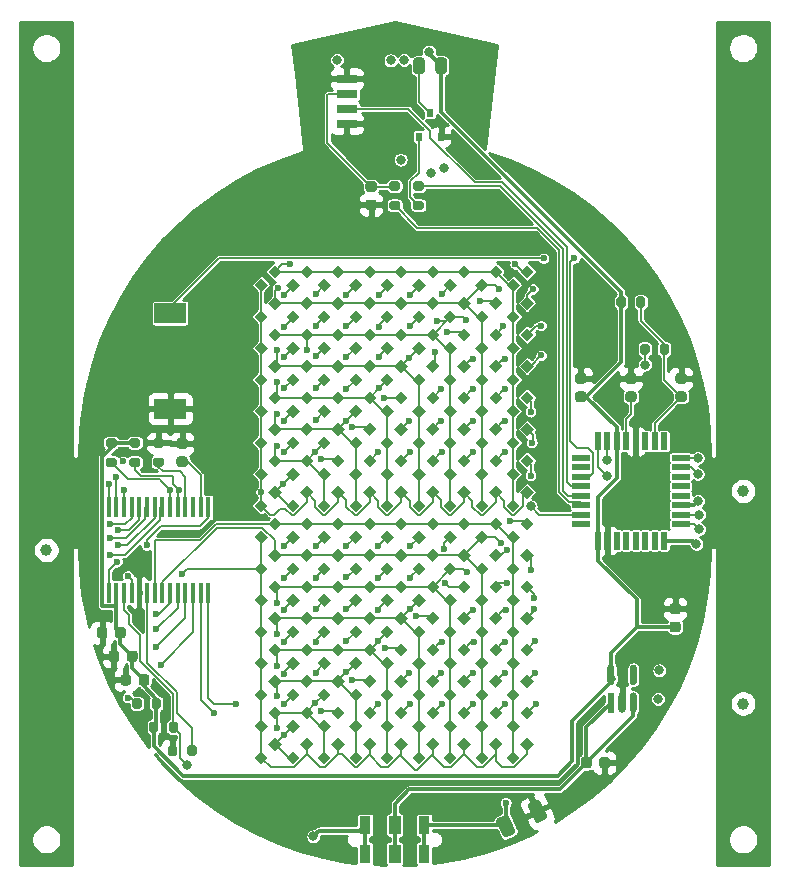
<source format=gbr>
%TF.GenerationSoftware,KiCad,Pcbnew,(5.1.12-1-10_14)*%
%TF.CreationDate,2021-12-01T14:47:08-05:00*%
%TF.ProjectId,blinky,626c696e-6b79-42e6-9b69-6361645f7063,rev?*%
%TF.SameCoordinates,Original*%
%TF.FileFunction,Copper,L1,Top*%
%TF.FilePolarity,Positive*%
%FSLAX46Y46*%
G04 Gerber Fmt 4.6, Leading zero omitted, Abs format (unit mm)*
G04 Created by KiCad (PCBNEW (5.1.12-1-10_14)) date 2021-12-01 14:47:08*
%MOMM*%
%LPD*%
G01*
G04 APERTURE LIST*
%TA.AperFunction,SMDPad,CuDef*%
%ADD10R,0.950000X1.550000*%
%TD*%
%TA.AperFunction,SMDPad,CuDef*%
%ADD11R,1.000000X1.600000*%
%TD*%
%TA.AperFunction,SMDPad,CuDef*%
%ADD12R,1.800000X0.800000*%
%TD*%
%TA.AperFunction,SMDPad,CuDef*%
%ADD13C,0.100000*%
%TD*%
%TA.AperFunction,SMDPad,CuDef*%
%ADD14R,1.500000X0.550000*%
%TD*%
%TA.AperFunction,SMDPad,CuDef*%
%ADD15R,0.550000X1.500000*%
%TD*%
%TA.AperFunction,SMDPad,CuDef*%
%ADD16C,1.000000*%
%TD*%
%TA.AperFunction,SMDPad,CuDef*%
%ADD17R,0.450000X1.750000*%
%TD*%
%TA.AperFunction,SMDPad,CuDef*%
%ADD18R,0.609807X1.755639*%
%TD*%
%TA.AperFunction,SMDPad,CuDef*%
%ADD19R,2.692400X1.701800*%
%TD*%
%TA.AperFunction,SMDPad,CuDef*%
%ADD20R,0.600000X0.700000*%
%TD*%
%TA.AperFunction,ViaPad*%
%ADD21C,0.600000*%
%TD*%
%TA.AperFunction,ViaPad*%
%ADD22C,0.800000*%
%TD*%
%TA.AperFunction,Conductor*%
%ADD23C,0.300000*%
%TD*%
%TA.AperFunction,Conductor*%
%ADD24C,0.150000*%
%TD*%
%TA.AperFunction,Conductor*%
%ADD25C,0.254000*%
%TD*%
%TA.AperFunction,Conductor*%
%ADD26C,0.100000*%
%TD*%
G04 APERTURE END LIST*
D10*
%TO.P,SW2,1*%
%TO.N,Net-(BT1-Pad1)*%
X192500000Y-109300000D03*
D11*
%TO.P,SW2,2*%
%TO.N,+5V*%
X190000000Y-109300000D03*
D10*
%TO.P,SW2,3*%
%TO.N,/USB5V*%
X187500000Y-109300000D03*
X187500000Y-111700000D03*
D11*
%TO.P,SW2,2*%
%TO.N,+5V*%
X190000000Y-111700000D03*
D10*
%TO.P,SW2,1*%
%TO.N,Net-(BT1-Pad1)*%
X192500000Y-111700000D03*
%TD*%
D12*
%TO.P,U3,1*%
%TO.N,GND*%
X185945900Y-46095000D03*
%TO.P,U3,2*%
%TO.N,Net-(C7-Pad1)*%
X185945900Y-47365000D03*
%TO.P,U3,3*%
%TO.N,/A1*%
X185945900Y-48635000D03*
%TO.P,U3,4*%
%TO.N,GND*%
X185945900Y-49905000D03*
%TD*%
%TA.AperFunction,SMDPad,CuDef*%
D13*
%TO.P,D3.3,1*%
%TO.N,/CA3*%
G36*
X194705424Y-69475634D02*
G01*
X194139739Y-68909949D01*
X194705424Y-68344264D01*
X195271109Y-68909949D01*
X194705424Y-69475634D01*
G37*
%TD.AperFunction*%
%TA.AperFunction,SMDPad,CuDef*%
%TO.P,D3.3,2*%
%TO.N,/CA4*%
G36*
X195870000Y-68329017D02*
G01*
X195304315Y-67763332D01*
X195870000Y-67197647D01*
X196435685Y-67763332D01*
X195870000Y-68329017D01*
G37*
%TD.AperFunction*%
%TD*%
%TA.AperFunction,SMDPad,CuDef*%
%TO.P,D9.14,1*%
%TO.N,/CB9*%
G36*
X178705424Y-98808960D02*
G01*
X178139739Y-98243275D01*
X178705424Y-97677590D01*
X179271109Y-98243275D01*
X178705424Y-98808960D01*
G37*
%TD.AperFunction*%
%TA.AperFunction,SMDPad,CuDef*%
%TO.P,D9.14,2*%
%TO.N,/CB6*%
G36*
X179870000Y-97662343D02*
G01*
X179304315Y-97096658D01*
X179870000Y-96530973D01*
X180435685Y-97096658D01*
X179870000Y-97662343D01*
G37*
%TD.AperFunction*%
%TD*%
%TA.AperFunction,SMDPad,CuDef*%
%TO.P,D9.13,1*%
%TO.N,/CB9*%
G36*
X178705424Y-96142294D02*
G01*
X178139739Y-95576609D01*
X178705424Y-95010924D01*
X179271109Y-95576609D01*
X178705424Y-96142294D01*
G37*
%TD.AperFunction*%
%TA.AperFunction,SMDPad,CuDef*%
%TO.P,D9.13,2*%
%TO.N,/CB5*%
G36*
X179870000Y-94995677D02*
G01*
X179304315Y-94429992D01*
X179870000Y-93864307D01*
X180435685Y-94429992D01*
X179870000Y-94995677D01*
G37*
%TD.AperFunction*%
%TD*%
%TA.AperFunction,SMDPad,CuDef*%
%TO.P,D9.12,1*%
%TO.N,/CB9*%
G36*
X178705424Y-93475628D02*
G01*
X178139739Y-92909943D01*
X178705424Y-92344258D01*
X179271109Y-92909943D01*
X178705424Y-93475628D01*
G37*
%TD.AperFunction*%
%TA.AperFunction,SMDPad,CuDef*%
%TO.P,D9.12,2*%
%TO.N,/CB4*%
G36*
X179870000Y-92329011D02*
G01*
X179304315Y-91763326D01*
X179870000Y-91197641D01*
X180435685Y-91763326D01*
X179870000Y-92329011D01*
G37*
%TD.AperFunction*%
%TD*%
%TA.AperFunction,SMDPad,CuDef*%
%TO.P,D9.1,1*%
%TO.N,/CA9*%
G36*
X178705424Y-64142302D02*
G01*
X178139739Y-63576617D01*
X178705424Y-63010932D01*
X179271109Y-63576617D01*
X178705424Y-64142302D01*
G37*
%TD.AperFunction*%
%TA.AperFunction,SMDPad,CuDef*%
%TO.P,D9.1,2*%
%TO.N,/CA1*%
G36*
X179870000Y-62995685D02*
G01*
X179304315Y-62430000D01*
X179870000Y-61864315D01*
X180435685Y-62430000D01*
X179870000Y-62995685D01*
G37*
%TD.AperFunction*%
%TD*%
%TA.AperFunction,SMDPad,CuDef*%
%TO.P,D9.2,1*%
%TO.N,/CA9*%
G36*
X178705424Y-66808968D02*
G01*
X178139739Y-66243283D01*
X178705424Y-65677598D01*
X179271109Y-66243283D01*
X178705424Y-66808968D01*
G37*
%TD.AperFunction*%
%TA.AperFunction,SMDPad,CuDef*%
%TO.P,D9.2,2*%
%TO.N,/CA2*%
G36*
X179870000Y-65662351D02*
G01*
X179304315Y-65096666D01*
X179870000Y-64530981D01*
X180435685Y-65096666D01*
X179870000Y-65662351D01*
G37*
%TD.AperFunction*%
%TD*%
%TA.AperFunction,SMDPad,CuDef*%
%TO.P,D9.3,1*%
%TO.N,/CA9*%
G36*
X178705424Y-69475634D02*
G01*
X178139739Y-68909949D01*
X178705424Y-68344264D01*
X179271109Y-68909949D01*
X178705424Y-69475634D01*
G37*
%TD.AperFunction*%
%TA.AperFunction,SMDPad,CuDef*%
%TO.P,D9.3,2*%
%TO.N,/CA3*%
G36*
X179870000Y-68329017D02*
G01*
X179304315Y-67763332D01*
X179870000Y-67197647D01*
X180435685Y-67763332D01*
X179870000Y-68329017D01*
G37*
%TD.AperFunction*%
%TD*%
%TA.AperFunction,SMDPad,CuDef*%
%TO.P,D9.4,1*%
%TO.N,/CA9*%
G36*
X178705424Y-72142300D02*
G01*
X178139739Y-71576615D01*
X178705424Y-71010930D01*
X179271109Y-71576615D01*
X178705424Y-72142300D01*
G37*
%TD.AperFunction*%
%TA.AperFunction,SMDPad,CuDef*%
%TO.P,D9.4,2*%
%TO.N,/CA4*%
G36*
X179870000Y-70995683D02*
G01*
X179304315Y-70429998D01*
X179870000Y-69864313D01*
X180435685Y-70429998D01*
X179870000Y-70995683D01*
G37*
%TD.AperFunction*%
%TD*%
%TA.AperFunction,SMDPad,CuDef*%
%TO.P,D9.5,1*%
%TO.N,/CA9*%
G36*
X178705424Y-74808966D02*
G01*
X178139739Y-74243281D01*
X178705424Y-73677596D01*
X179271109Y-74243281D01*
X178705424Y-74808966D01*
G37*
%TD.AperFunction*%
%TA.AperFunction,SMDPad,CuDef*%
%TO.P,D9.5,2*%
%TO.N,/CA5*%
G36*
X179870000Y-73662349D02*
G01*
X179304315Y-73096664D01*
X179870000Y-72530979D01*
X180435685Y-73096664D01*
X179870000Y-73662349D01*
G37*
%TD.AperFunction*%
%TD*%
%TA.AperFunction,SMDPad,CuDef*%
%TO.P,D9.15,1*%
%TO.N,/CB9*%
G36*
X178705424Y-101475626D02*
G01*
X178139739Y-100909941D01*
X178705424Y-100344256D01*
X179271109Y-100909941D01*
X178705424Y-101475626D01*
G37*
%TD.AperFunction*%
%TA.AperFunction,SMDPad,CuDef*%
%TO.P,D9.15,2*%
%TO.N,/CB7*%
G36*
X179870000Y-100329009D02*
G01*
X179304315Y-99763324D01*
X179870000Y-99197639D01*
X180435685Y-99763324D01*
X179870000Y-100329009D01*
G37*
%TD.AperFunction*%
%TD*%
%TA.AperFunction,SMDPad,CuDef*%
%TO.P,D9.6,1*%
%TO.N,/CA9*%
G36*
X178705424Y-77475632D02*
G01*
X178139739Y-76909947D01*
X178705424Y-76344262D01*
X179271109Y-76909947D01*
X178705424Y-77475632D01*
G37*
%TD.AperFunction*%
%TA.AperFunction,SMDPad,CuDef*%
%TO.P,D9.6,2*%
%TO.N,/CA6*%
G36*
X179870000Y-76329015D02*
G01*
X179304315Y-75763330D01*
X179870000Y-75197645D01*
X180435685Y-75763330D01*
X179870000Y-76329015D01*
G37*
%TD.AperFunction*%
%TD*%
%TA.AperFunction,SMDPad,CuDef*%
%TO.P,D9.7,1*%
%TO.N,/CA9*%
G36*
X178705424Y-80142298D02*
G01*
X178139739Y-79576613D01*
X178705424Y-79010928D01*
X179271109Y-79576613D01*
X178705424Y-80142298D01*
G37*
%TD.AperFunction*%
%TA.AperFunction,SMDPad,CuDef*%
%TO.P,D9.7,2*%
%TO.N,/CA7*%
G36*
X179870000Y-78995681D02*
G01*
X179304315Y-78429996D01*
X179870000Y-77864311D01*
X180435685Y-78429996D01*
X179870000Y-78995681D01*
G37*
%TD.AperFunction*%
%TD*%
%TA.AperFunction,SMDPad,CuDef*%
%TO.P,D9.8,1*%
%TO.N,/CA9*%
G36*
X178705424Y-82808964D02*
G01*
X178139739Y-82243279D01*
X178705424Y-81677594D01*
X179271109Y-82243279D01*
X178705424Y-82808964D01*
G37*
%TD.AperFunction*%
%TA.AperFunction,SMDPad,CuDef*%
%TO.P,D9.8,2*%
%TO.N,/CA8*%
G36*
X179870000Y-81662347D02*
G01*
X179304315Y-81096662D01*
X179870000Y-80530977D01*
X180435685Y-81096662D01*
X179870000Y-81662347D01*
G37*
%TD.AperFunction*%
%TD*%
%TA.AperFunction,SMDPad,CuDef*%
%TO.P,D9.9,1*%
%TO.N,/CB9*%
G36*
X178705424Y-85475630D02*
G01*
X178139739Y-84909945D01*
X178705424Y-84344260D01*
X179271109Y-84909945D01*
X178705424Y-85475630D01*
G37*
%TD.AperFunction*%
%TA.AperFunction,SMDPad,CuDef*%
%TO.P,D9.9,2*%
%TO.N,/CB1*%
G36*
X179870000Y-84329013D02*
G01*
X179304315Y-83763328D01*
X179870000Y-83197643D01*
X180435685Y-83763328D01*
X179870000Y-84329013D01*
G37*
%TD.AperFunction*%
%TD*%
%TA.AperFunction,SMDPad,CuDef*%
%TO.P,D9.10,1*%
%TO.N,/CB9*%
G36*
X178705424Y-88142296D02*
G01*
X178139739Y-87576611D01*
X178705424Y-87010926D01*
X179271109Y-87576611D01*
X178705424Y-88142296D01*
G37*
%TD.AperFunction*%
%TA.AperFunction,SMDPad,CuDef*%
%TO.P,D9.10,2*%
%TO.N,/CB2*%
G36*
X179870000Y-86995679D02*
G01*
X179304315Y-86429994D01*
X179870000Y-85864309D01*
X180435685Y-86429994D01*
X179870000Y-86995679D01*
G37*
%TD.AperFunction*%
%TD*%
%TA.AperFunction,SMDPad,CuDef*%
%TO.P,D9.11,1*%
%TO.N,/CB9*%
G36*
X178705424Y-90808962D02*
G01*
X178139739Y-90243277D01*
X178705424Y-89677592D01*
X179271109Y-90243277D01*
X178705424Y-90808962D01*
G37*
%TD.AperFunction*%
%TA.AperFunction,SMDPad,CuDef*%
%TO.P,D9.11,2*%
%TO.N,/CB3*%
G36*
X179870000Y-89662345D02*
G01*
X179304315Y-89096660D01*
X179870000Y-88530975D01*
X180435685Y-89096660D01*
X179870000Y-89662345D01*
G37*
%TD.AperFunction*%
%TD*%
%TA.AperFunction,SMDPad,CuDef*%
%TO.P,D9.16,1*%
%TO.N,/CB9*%
G36*
X178705424Y-104142292D02*
G01*
X178139739Y-103576607D01*
X178705424Y-103010922D01*
X179271109Y-103576607D01*
X178705424Y-104142292D01*
G37*
%TD.AperFunction*%
%TA.AperFunction,SMDPad,CuDef*%
%TO.P,D9.16,2*%
%TO.N,/CB8*%
G36*
X179870000Y-102995675D02*
G01*
X179304315Y-102429990D01*
X179870000Y-101864305D01*
X180435685Y-102429990D01*
X179870000Y-102995675D01*
G37*
%TD.AperFunction*%
%TD*%
%TA.AperFunction,SMDPad,CuDef*%
%TO.P,D8.14,1*%
%TO.N,/CB8*%
G36*
X181375424Y-98808960D02*
G01*
X180809739Y-98243275D01*
X181375424Y-97677590D01*
X181941109Y-98243275D01*
X181375424Y-98808960D01*
G37*
%TD.AperFunction*%
%TA.AperFunction,SMDPad,CuDef*%
%TO.P,D8.14,2*%
%TO.N,/CB6*%
G36*
X182540000Y-97662343D02*
G01*
X181974315Y-97096658D01*
X182540000Y-96530973D01*
X183105685Y-97096658D01*
X182540000Y-97662343D01*
G37*
%TD.AperFunction*%
%TD*%
%TA.AperFunction,SMDPad,CuDef*%
%TO.P,D8.13,1*%
%TO.N,/CB8*%
G36*
X181375424Y-96142294D02*
G01*
X180809739Y-95576609D01*
X181375424Y-95010924D01*
X181941109Y-95576609D01*
X181375424Y-96142294D01*
G37*
%TD.AperFunction*%
%TA.AperFunction,SMDPad,CuDef*%
%TO.P,D8.13,2*%
%TO.N,/CB5*%
G36*
X182540000Y-94995677D02*
G01*
X181974315Y-94429992D01*
X182540000Y-93864307D01*
X183105685Y-94429992D01*
X182540000Y-94995677D01*
G37*
%TD.AperFunction*%
%TD*%
%TA.AperFunction,SMDPad,CuDef*%
%TO.P,D8.12,1*%
%TO.N,/CB8*%
G36*
X181375424Y-93475628D02*
G01*
X180809739Y-92909943D01*
X181375424Y-92344258D01*
X181941109Y-92909943D01*
X181375424Y-93475628D01*
G37*
%TD.AperFunction*%
%TA.AperFunction,SMDPad,CuDef*%
%TO.P,D8.12,2*%
%TO.N,/CB4*%
G36*
X182540000Y-92329011D02*
G01*
X181974315Y-91763326D01*
X182540000Y-91197641D01*
X183105685Y-91763326D01*
X182540000Y-92329011D01*
G37*
%TD.AperFunction*%
%TD*%
%TA.AperFunction,SMDPad,CuDef*%
%TO.P,D8.1,1*%
%TO.N,/CA8*%
G36*
X181375424Y-64142302D02*
G01*
X180809739Y-63576617D01*
X181375424Y-63010932D01*
X181941109Y-63576617D01*
X181375424Y-64142302D01*
G37*
%TD.AperFunction*%
%TA.AperFunction,SMDPad,CuDef*%
%TO.P,D8.1,2*%
%TO.N,/CA1*%
G36*
X182540000Y-62995685D02*
G01*
X181974315Y-62430000D01*
X182540000Y-61864315D01*
X183105685Y-62430000D01*
X182540000Y-62995685D01*
G37*
%TD.AperFunction*%
%TD*%
%TA.AperFunction,SMDPad,CuDef*%
%TO.P,D8.2,1*%
%TO.N,/CA8*%
G36*
X181375424Y-66808968D02*
G01*
X180809739Y-66243283D01*
X181375424Y-65677598D01*
X181941109Y-66243283D01*
X181375424Y-66808968D01*
G37*
%TD.AperFunction*%
%TA.AperFunction,SMDPad,CuDef*%
%TO.P,D8.2,2*%
%TO.N,/CA2*%
G36*
X182540000Y-65662351D02*
G01*
X181974315Y-65096666D01*
X182540000Y-64530981D01*
X183105685Y-65096666D01*
X182540000Y-65662351D01*
G37*
%TD.AperFunction*%
%TD*%
%TA.AperFunction,SMDPad,CuDef*%
%TO.P,D8.3,1*%
%TO.N,/CA8*%
G36*
X181375424Y-69475634D02*
G01*
X180809739Y-68909949D01*
X181375424Y-68344264D01*
X181941109Y-68909949D01*
X181375424Y-69475634D01*
G37*
%TD.AperFunction*%
%TA.AperFunction,SMDPad,CuDef*%
%TO.P,D8.3,2*%
%TO.N,/CA3*%
G36*
X182540000Y-68329017D02*
G01*
X181974315Y-67763332D01*
X182540000Y-67197647D01*
X183105685Y-67763332D01*
X182540000Y-68329017D01*
G37*
%TD.AperFunction*%
%TD*%
%TA.AperFunction,SMDPad,CuDef*%
%TO.P,D8.4,1*%
%TO.N,/CA8*%
G36*
X181375424Y-72142300D02*
G01*
X180809739Y-71576615D01*
X181375424Y-71010930D01*
X181941109Y-71576615D01*
X181375424Y-72142300D01*
G37*
%TD.AperFunction*%
%TA.AperFunction,SMDPad,CuDef*%
%TO.P,D8.4,2*%
%TO.N,/CA4*%
G36*
X182540000Y-70995683D02*
G01*
X181974315Y-70429998D01*
X182540000Y-69864313D01*
X183105685Y-70429998D01*
X182540000Y-70995683D01*
G37*
%TD.AperFunction*%
%TD*%
%TA.AperFunction,SMDPad,CuDef*%
%TO.P,D8.5,1*%
%TO.N,/CA8*%
G36*
X181375424Y-74808966D02*
G01*
X180809739Y-74243281D01*
X181375424Y-73677596D01*
X181941109Y-74243281D01*
X181375424Y-74808966D01*
G37*
%TD.AperFunction*%
%TA.AperFunction,SMDPad,CuDef*%
%TO.P,D8.5,2*%
%TO.N,/CA5*%
G36*
X182540000Y-73662349D02*
G01*
X181974315Y-73096664D01*
X182540000Y-72530979D01*
X183105685Y-73096664D01*
X182540000Y-73662349D01*
G37*
%TD.AperFunction*%
%TD*%
%TA.AperFunction,SMDPad,CuDef*%
%TO.P,D8.15,1*%
%TO.N,/CB8*%
G36*
X181375424Y-101475626D02*
G01*
X180809739Y-100909941D01*
X181375424Y-100344256D01*
X181941109Y-100909941D01*
X181375424Y-101475626D01*
G37*
%TD.AperFunction*%
%TA.AperFunction,SMDPad,CuDef*%
%TO.P,D8.15,2*%
%TO.N,/CB7*%
G36*
X182540000Y-100329009D02*
G01*
X181974315Y-99763324D01*
X182540000Y-99197639D01*
X183105685Y-99763324D01*
X182540000Y-100329009D01*
G37*
%TD.AperFunction*%
%TD*%
%TA.AperFunction,SMDPad,CuDef*%
%TO.P,D8.6,1*%
%TO.N,/CA8*%
G36*
X181375424Y-77475632D02*
G01*
X180809739Y-76909947D01*
X181375424Y-76344262D01*
X181941109Y-76909947D01*
X181375424Y-77475632D01*
G37*
%TD.AperFunction*%
%TA.AperFunction,SMDPad,CuDef*%
%TO.P,D8.6,2*%
%TO.N,/CA6*%
G36*
X182540000Y-76329015D02*
G01*
X181974315Y-75763330D01*
X182540000Y-75197645D01*
X183105685Y-75763330D01*
X182540000Y-76329015D01*
G37*
%TD.AperFunction*%
%TD*%
%TA.AperFunction,SMDPad,CuDef*%
%TO.P,D8.7,1*%
%TO.N,/CA8*%
G36*
X181375424Y-80142298D02*
G01*
X180809739Y-79576613D01*
X181375424Y-79010928D01*
X181941109Y-79576613D01*
X181375424Y-80142298D01*
G37*
%TD.AperFunction*%
%TA.AperFunction,SMDPad,CuDef*%
%TO.P,D8.7,2*%
%TO.N,/CA7*%
G36*
X182540000Y-78995681D02*
G01*
X181974315Y-78429996D01*
X182540000Y-77864311D01*
X183105685Y-78429996D01*
X182540000Y-78995681D01*
G37*
%TD.AperFunction*%
%TD*%
%TA.AperFunction,SMDPad,CuDef*%
%TO.P,D8.8,1*%
%TO.N,/CA8*%
G36*
X181375424Y-82808964D02*
G01*
X180809739Y-82243279D01*
X181375424Y-81677594D01*
X181941109Y-82243279D01*
X181375424Y-82808964D01*
G37*
%TD.AperFunction*%
%TA.AperFunction,SMDPad,CuDef*%
%TO.P,D8.8,2*%
%TO.N,/CA9*%
G36*
X182540000Y-81662347D02*
G01*
X181974315Y-81096662D01*
X182540000Y-80530977D01*
X183105685Y-81096662D01*
X182540000Y-81662347D01*
G37*
%TD.AperFunction*%
%TD*%
%TA.AperFunction,SMDPad,CuDef*%
%TO.P,D8.9,1*%
%TO.N,/CB8*%
G36*
X181375424Y-85475630D02*
G01*
X180809739Y-84909945D01*
X181375424Y-84344260D01*
X181941109Y-84909945D01*
X181375424Y-85475630D01*
G37*
%TD.AperFunction*%
%TA.AperFunction,SMDPad,CuDef*%
%TO.P,D8.9,2*%
%TO.N,/CB1*%
G36*
X182540000Y-84329013D02*
G01*
X181974315Y-83763328D01*
X182540000Y-83197643D01*
X183105685Y-83763328D01*
X182540000Y-84329013D01*
G37*
%TD.AperFunction*%
%TD*%
%TA.AperFunction,SMDPad,CuDef*%
%TO.P,D8.10,1*%
%TO.N,/CB8*%
G36*
X181375424Y-88142296D02*
G01*
X180809739Y-87576611D01*
X181375424Y-87010926D01*
X181941109Y-87576611D01*
X181375424Y-88142296D01*
G37*
%TD.AperFunction*%
%TA.AperFunction,SMDPad,CuDef*%
%TO.P,D8.10,2*%
%TO.N,/CB2*%
G36*
X182540000Y-86995679D02*
G01*
X181974315Y-86429994D01*
X182540000Y-85864309D01*
X183105685Y-86429994D01*
X182540000Y-86995679D01*
G37*
%TD.AperFunction*%
%TD*%
%TA.AperFunction,SMDPad,CuDef*%
%TO.P,D8.11,1*%
%TO.N,/CB8*%
G36*
X181375424Y-90808962D02*
G01*
X180809739Y-90243277D01*
X181375424Y-89677592D01*
X181941109Y-90243277D01*
X181375424Y-90808962D01*
G37*
%TD.AperFunction*%
%TA.AperFunction,SMDPad,CuDef*%
%TO.P,D8.11,2*%
%TO.N,/CB3*%
G36*
X182540000Y-89662345D02*
G01*
X181974315Y-89096660D01*
X182540000Y-88530975D01*
X183105685Y-89096660D01*
X182540000Y-89662345D01*
G37*
%TD.AperFunction*%
%TD*%
%TA.AperFunction,SMDPad,CuDef*%
%TO.P,D8.16,1*%
%TO.N,/CB8*%
G36*
X181375424Y-104142292D02*
G01*
X180809739Y-103576607D01*
X181375424Y-103010922D01*
X181941109Y-103576607D01*
X181375424Y-104142292D01*
G37*
%TD.AperFunction*%
%TA.AperFunction,SMDPad,CuDef*%
%TO.P,D8.16,2*%
%TO.N,/CB9*%
G36*
X182540000Y-102995675D02*
G01*
X181974315Y-102429990D01*
X182540000Y-101864305D01*
X183105685Y-102429990D01*
X182540000Y-102995675D01*
G37*
%TD.AperFunction*%
%TD*%
%TA.AperFunction,SMDPad,CuDef*%
%TO.P,D7.14,1*%
%TO.N,/CB7*%
G36*
X184045424Y-98808960D02*
G01*
X183479739Y-98243275D01*
X184045424Y-97677590D01*
X184611109Y-98243275D01*
X184045424Y-98808960D01*
G37*
%TD.AperFunction*%
%TA.AperFunction,SMDPad,CuDef*%
%TO.P,D7.14,2*%
%TO.N,/CB6*%
G36*
X185210000Y-97662343D02*
G01*
X184644315Y-97096658D01*
X185210000Y-96530973D01*
X185775685Y-97096658D01*
X185210000Y-97662343D01*
G37*
%TD.AperFunction*%
%TD*%
%TA.AperFunction,SMDPad,CuDef*%
%TO.P,D7.13,1*%
%TO.N,/CB7*%
G36*
X184045424Y-96142294D02*
G01*
X183479739Y-95576609D01*
X184045424Y-95010924D01*
X184611109Y-95576609D01*
X184045424Y-96142294D01*
G37*
%TD.AperFunction*%
%TA.AperFunction,SMDPad,CuDef*%
%TO.P,D7.13,2*%
%TO.N,/CB5*%
G36*
X185210000Y-94995677D02*
G01*
X184644315Y-94429992D01*
X185210000Y-93864307D01*
X185775685Y-94429992D01*
X185210000Y-94995677D01*
G37*
%TD.AperFunction*%
%TD*%
%TA.AperFunction,SMDPad,CuDef*%
%TO.P,D7.12,1*%
%TO.N,/CB7*%
G36*
X184045424Y-93475628D02*
G01*
X183479739Y-92909943D01*
X184045424Y-92344258D01*
X184611109Y-92909943D01*
X184045424Y-93475628D01*
G37*
%TD.AperFunction*%
%TA.AperFunction,SMDPad,CuDef*%
%TO.P,D7.12,2*%
%TO.N,/CB4*%
G36*
X185210000Y-92329011D02*
G01*
X184644315Y-91763326D01*
X185210000Y-91197641D01*
X185775685Y-91763326D01*
X185210000Y-92329011D01*
G37*
%TD.AperFunction*%
%TD*%
%TA.AperFunction,SMDPad,CuDef*%
%TO.P,D7.1,1*%
%TO.N,/CA7*%
G36*
X184045424Y-64142302D02*
G01*
X183479739Y-63576617D01*
X184045424Y-63010932D01*
X184611109Y-63576617D01*
X184045424Y-64142302D01*
G37*
%TD.AperFunction*%
%TA.AperFunction,SMDPad,CuDef*%
%TO.P,D7.1,2*%
%TO.N,/CA1*%
G36*
X185210000Y-62995685D02*
G01*
X184644315Y-62430000D01*
X185210000Y-61864315D01*
X185775685Y-62430000D01*
X185210000Y-62995685D01*
G37*
%TD.AperFunction*%
%TD*%
%TA.AperFunction,SMDPad,CuDef*%
%TO.P,D7.2,1*%
%TO.N,/CA7*%
G36*
X184045424Y-66808968D02*
G01*
X183479739Y-66243283D01*
X184045424Y-65677598D01*
X184611109Y-66243283D01*
X184045424Y-66808968D01*
G37*
%TD.AperFunction*%
%TA.AperFunction,SMDPad,CuDef*%
%TO.P,D7.2,2*%
%TO.N,/CA2*%
G36*
X185210000Y-65662351D02*
G01*
X184644315Y-65096666D01*
X185210000Y-64530981D01*
X185775685Y-65096666D01*
X185210000Y-65662351D01*
G37*
%TD.AperFunction*%
%TD*%
%TA.AperFunction,SMDPad,CuDef*%
%TO.P,D7.3,1*%
%TO.N,/CA7*%
G36*
X184045424Y-69475634D02*
G01*
X183479739Y-68909949D01*
X184045424Y-68344264D01*
X184611109Y-68909949D01*
X184045424Y-69475634D01*
G37*
%TD.AperFunction*%
%TA.AperFunction,SMDPad,CuDef*%
%TO.P,D7.3,2*%
%TO.N,/CA3*%
G36*
X185210000Y-68329017D02*
G01*
X184644315Y-67763332D01*
X185210000Y-67197647D01*
X185775685Y-67763332D01*
X185210000Y-68329017D01*
G37*
%TD.AperFunction*%
%TD*%
%TA.AperFunction,SMDPad,CuDef*%
%TO.P,D7.4,1*%
%TO.N,/CA7*%
G36*
X184045424Y-72142300D02*
G01*
X183479739Y-71576615D01*
X184045424Y-71010930D01*
X184611109Y-71576615D01*
X184045424Y-72142300D01*
G37*
%TD.AperFunction*%
%TA.AperFunction,SMDPad,CuDef*%
%TO.P,D7.4,2*%
%TO.N,/CA4*%
G36*
X185210000Y-70995683D02*
G01*
X184644315Y-70429998D01*
X185210000Y-69864313D01*
X185775685Y-70429998D01*
X185210000Y-70995683D01*
G37*
%TD.AperFunction*%
%TD*%
%TA.AperFunction,SMDPad,CuDef*%
%TO.P,D7.5,1*%
%TO.N,/CA7*%
G36*
X184045424Y-74808966D02*
G01*
X183479739Y-74243281D01*
X184045424Y-73677596D01*
X184611109Y-74243281D01*
X184045424Y-74808966D01*
G37*
%TD.AperFunction*%
%TA.AperFunction,SMDPad,CuDef*%
%TO.P,D7.5,2*%
%TO.N,/CA5*%
G36*
X185210000Y-73662349D02*
G01*
X184644315Y-73096664D01*
X185210000Y-72530979D01*
X185775685Y-73096664D01*
X185210000Y-73662349D01*
G37*
%TD.AperFunction*%
%TD*%
%TA.AperFunction,SMDPad,CuDef*%
%TO.P,D7.15,1*%
%TO.N,/CB7*%
G36*
X184045424Y-101475626D02*
G01*
X183479739Y-100909941D01*
X184045424Y-100344256D01*
X184611109Y-100909941D01*
X184045424Y-101475626D01*
G37*
%TD.AperFunction*%
%TA.AperFunction,SMDPad,CuDef*%
%TO.P,D7.15,2*%
%TO.N,/CB8*%
G36*
X185210000Y-100329009D02*
G01*
X184644315Y-99763324D01*
X185210000Y-99197639D01*
X185775685Y-99763324D01*
X185210000Y-100329009D01*
G37*
%TD.AperFunction*%
%TD*%
%TA.AperFunction,SMDPad,CuDef*%
%TO.P,D7.6,1*%
%TO.N,/CA7*%
G36*
X184045424Y-77475632D02*
G01*
X183479739Y-76909947D01*
X184045424Y-76344262D01*
X184611109Y-76909947D01*
X184045424Y-77475632D01*
G37*
%TD.AperFunction*%
%TA.AperFunction,SMDPad,CuDef*%
%TO.P,D7.6,2*%
%TO.N,/CA6*%
G36*
X185210000Y-76329015D02*
G01*
X184644315Y-75763330D01*
X185210000Y-75197645D01*
X185775685Y-75763330D01*
X185210000Y-76329015D01*
G37*
%TD.AperFunction*%
%TD*%
%TA.AperFunction,SMDPad,CuDef*%
%TO.P,D7.7,1*%
%TO.N,/CA7*%
G36*
X184045424Y-80142298D02*
G01*
X183479739Y-79576613D01*
X184045424Y-79010928D01*
X184611109Y-79576613D01*
X184045424Y-80142298D01*
G37*
%TD.AperFunction*%
%TA.AperFunction,SMDPad,CuDef*%
%TO.P,D7.7,2*%
%TO.N,/CA8*%
G36*
X185210000Y-78995681D02*
G01*
X184644315Y-78429996D01*
X185210000Y-77864311D01*
X185775685Y-78429996D01*
X185210000Y-78995681D01*
G37*
%TD.AperFunction*%
%TD*%
%TA.AperFunction,SMDPad,CuDef*%
%TO.P,D7.8,1*%
%TO.N,/CA7*%
G36*
X184045424Y-82808964D02*
G01*
X183479739Y-82243279D01*
X184045424Y-81677594D01*
X184611109Y-82243279D01*
X184045424Y-82808964D01*
G37*
%TD.AperFunction*%
%TA.AperFunction,SMDPad,CuDef*%
%TO.P,D7.8,2*%
%TO.N,/CA9*%
G36*
X185210000Y-81662347D02*
G01*
X184644315Y-81096662D01*
X185210000Y-80530977D01*
X185775685Y-81096662D01*
X185210000Y-81662347D01*
G37*
%TD.AperFunction*%
%TD*%
%TA.AperFunction,SMDPad,CuDef*%
%TO.P,D7.9,1*%
%TO.N,/CB7*%
G36*
X184045424Y-85475630D02*
G01*
X183479739Y-84909945D01*
X184045424Y-84344260D01*
X184611109Y-84909945D01*
X184045424Y-85475630D01*
G37*
%TD.AperFunction*%
%TA.AperFunction,SMDPad,CuDef*%
%TO.P,D7.9,2*%
%TO.N,/CB1*%
G36*
X185210000Y-84329013D02*
G01*
X184644315Y-83763328D01*
X185210000Y-83197643D01*
X185775685Y-83763328D01*
X185210000Y-84329013D01*
G37*
%TD.AperFunction*%
%TD*%
%TA.AperFunction,SMDPad,CuDef*%
%TO.P,D7.10,1*%
%TO.N,/CB7*%
G36*
X184045424Y-88142296D02*
G01*
X183479739Y-87576611D01*
X184045424Y-87010926D01*
X184611109Y-87576611D01*
X184045424Y-88142296D01*
G37*
%TD.AperFunction*%
%TA.AperFunction,SMDPad,CuDef*%
%TO.P,D7.10,2*%
%TO.N,/CB2*%
G36*
X185210000Y-86995679D02*
G01*
X184644315Y-86429994D01*
X185210000Y-85864309D01*
X185775685Y-86429994D01*
X185210000Y-86995679D01*
G37*
%TD.AperFunction*%
%TD*%
%TA.AperFunction,SMDPad,CuDef*%
%TO.P,D7.11,1*%
%TO.N,/CB7*%
G36*
X184045424Y-90808962D02*
G01*
X183479739Y-90243277D01*
X184045424Y-89677592D01*
X184611109Y-90243277D01*
X184045424Y-90808962D01*
G37*
%TD.AperFunction*%
%TA.AperFunction,SMDPad,CuDef*%
%TO.P,D7.11,2*%
%TO.N,/CB3*%
G36*
X185210000Y-89662345D02*
G01*
X184644315Y-89096660D01*
X185210000Y-88530975D01*
X185775685Y-89096660D01*
X185210000Y-89662345D01*
G37*
%TD.AperFunction*%
%TD*%
%TA.AperFunction,SMDPad,CuDef*%
%TO.P,D7.16,1*%
%TO.N,/CB7*%
G36*
X184045424Y-104142292D02*
G01*
X183479739Y-103576607D01*
X184045424Y-103010922D01*
X184611109Y-103576607D01*
X184045424Y-104142292D01*
G37*
%TD.AperFunction*%
%TA.AperFunction,SMDPad,CuDef*%
%TO.P,D7.16,2*%
%TO.N,/CB9*%
G36*
X185210000Y-102995675D02*
G01*
X184644315Y-102429990D01*
X185210000Y-101864305D01*
X185775685Y-102429990D01*
X185210000Y-102995675D01*
G37*
%TD.AperFunction*%
%TD*%
%TA.AperFunction,SMDPad,CuDef*%
%TO.P,D6.14,1*%
%TO.N,/CB6*%
G36*
X186705424Y-98808960D02*
G01*
X186139739Y-98243275D01*
X186705424Y-97677590D01*
X187271109Y-98243275D01*
X186705424Y-98808960D01*
G37*
%TD.AperFunction*%
%TA.AperFunction,SMDPad,CuDef*%
%TO.P,D6.14,2*%
%TO.N,/CB7*%
G36*
X187870000Y-97662343D02*
G01*
X187304315Y-97096658D01*
X187870000Y-96530973D01*
X188435685Y-97096658D01*
X187870000Y-97662343D01*
G37*
%TD.AperFunction*%
%TD*%
%TA.AperFunction,SMDPad,CuDef*%
%TO.P,D6.13,1*%
%TO.N,/CB6*%
G36*
X186705424Y-96142294D02*
G01*
X186139739Y-95576609D01*
X186705424Y-95010924D01*
X187271109Y-95576609D01*
X186705424Y-96142294D01*
G37*
%TD.AperFunction*%
%TA.AperFunction,SMDPad,CuDef*%
%TO.P,D6.13,2*%
%TO.N,/CB5*%
G36*
X187870000Y-94995677D02*
G01*
X187304315Y-94429992D01*
X187870000Y-93864307D01*
X188435685Y-94429992D01*
X187870000Y-94995677D01*
G37*
%TD.AperFunction*%
%TD*%
%TA.AperFunction,SMDPad,CuDef*%
%TO.P,D6.12,1*%
%TO.N,/CB6*%
G36*
X186705424Y-93475628D02*
G01*
X186139739Y-92909943D01*
X186705424Y-92344258D01*
X187271109Y-92909943D01*
X186705424Y-93475628D01*
G37*
%TD.AperFunction*%
%TA.AperFunction,SMDPad,CuDef*%
%TO.P,D6.12,2*%
%TO.N,/CB4*%
G36*
X187870000Y-92329011D02*
G01*
X187304315Y-91763326D01*
X187870000Y-91197641D01*
X188435685Y-91763326D01*
X187870000Y-92329011D01*
G37*
%TD.AperFunction*%
%TD*%
%TA.AperFunction,SMDPad,CuDef*%
%TO.P,D6.1,1*%
%TO.N,/CA6*%
G36*
X186705424Y-64142302D02*
G01*
X186139739Y-63576617D01*
X186705424Y-63010932D01*
X187271109Y-63576617D01*
X186705424Y-64142302D01*
G37*
%TD.AperFunction*%
%TA.AperFunction,SMDPad,CuDef*%
%TO.P,D6.1,2*%
%TO.N,/CA1*%
G36*
X187870000Y-62995685D02*
G01*
X187304315Y-62430000D01*
X187870000Y-61864315D01*
X188435685Y-62430000D01*
X187870000Y-62995685D01*
G37*
%TD.AperFunction*%
%TD*%
%TA.AperFunction,SMDPad,CuDef*%
%TO.P,D6.2,1*%
%TO.N,/CA6*%
G36*
X186705424Y-66808968D02*
G01*
X186139739Y-66243283D01*
X186705424Y-65677598D01*
X187271109Y-66243283D01*
X186705424Y-66808968D01*
G37*
%TD.AperFunction*%
%TA.AperFunction,SMDPad,CuDef*%
%TO.P,D6.2,2*%
%TO.N,/CA2*%
G36*
X187870000Y-65662351D02*
G01*
X187304315Y-65096666D01*
X187870000Y-64530981D01*
X188435685Y-65096666D01*
X187870000Y-65662351D01*
G37*
%TD.AperFunction*%
%TD*%
%TA.AperFunction,SMDPad,CuDef*%
%TO.P,D6.3,1*%
%TO.N,/CA6*%
G36*
X186705424Y-69475634D02*
G01*
X186139739Y-68909949D01*
X186705424Y-68344264D01*
X187271109Y-68909949D01*
X186705424Y-69475634D01*
G37*
%TD.AperFunction*%
%TA.AperFunction,SMDPad,CuDef*%
%TO.P,D6.3,2*%
%TO.N,/CA3*%
G36*
X187870000Y-68329017D02*
G01*
X187304315Y-67763332D01*
X187870000Y-67197647D01*
X188435685Y-67763332D01*
X187870000Y-68329017D01*
G37*
%TD.AperFunction*%
%TD*%
%TA.AperFunction,SMDPad,CuDef*%
%TO.P,D6.4,1*%
%TO.N,/CA6*%
G36*
X186705424Y-72142300D02*
G01*
X186139739Y-71576615D01*
X186705424Y-71010930D01*
X187271109Y-71576615D01*
X186705424Y-72142300D01*
G37*
%TD.AperFunction*%
%TA.AperFunction,SMDPad,CuDef*%
%TO.P,D6.4,2*%
%TO.N,/CA4*%
G36*
X187870000Y-70995683D02*
G01*
X187304315Y-70429998D01*
X187870000Y-69864313D01*
X188435685Y-70429998D01*
X187870000Y-70995683D01*
G37*
%TD.AperFunction*%
%TD*%
%TA.AperFunction,SMDPad,CuDef*%
%TO.P,D6.5,1*%
%TO.N,/CA6*%
G36*
X186705424Y-74808966D02*
G01*
X186139739Y-74243281D01*
X186705424Y-73677596D01*
X187271109Y-74243281D01*
X186705424Y-74808966D01*
G37*
%TD.AperFunction*%
%TA.AperFunction,SMDPad,CuDef*%
%TO.P,D6.5,2*%
%TO.N,/CA5*%
G36*
X187870000Y-73662349D02*
G01*
X187304315Y-73096664D01*
X187870000Y-72530979D01*
X188435685Y-73096664D01*
X187870000Y-73662349D01*
G37*
%TD.AperFunction*%
%TD*%
%TA.AperFunction,SMDPad,CuDef*%
%TO.P,D6.15,1*%
%TO.N,/CB6*%
G36*
X186705424Y-101475626D02*
G01*
X186139739Y-100909941D01*
X186705424Y-100344256D01*
X187271109Y-100909941D01*
X186705424Y-101475626D01*
G37*
%TD.AperFunction*%
%TA.AperFunction,SMDPad,CuDef*%
%TO.P,D6.15,2*%
%TO.N,/CB8*%
G36*
X187870000Y-100329009D02*
G01*
X187304315Y-99763324D01*
X187870000Y-99197639D01*
X188435685Y-99763324D01*
X187870000Y-100329009D01*
G37*
%TD.AperFunction*%
%TD*%
%TA.AperFunction,SMDPad,CuDef*%
%TO.P,D6.6,1*%
%TO.N,/CA6*%
G36*
X186705424Y-77475632D02*
G01*
X186139739Y-76909947D01*
X186705424Y-76344262D01*
X187271109Y-76909947D01*
X186705424Y-77475632D01*
G37*
%TD.AperFunction*%
%TA.AperFunction,SMDPad,CuDef*%
%TO.P,D6.6,2*%
%TO.N,/CA7*%
G36*
X187870000Y-76329015D02*
G01*
X187304315Y-75763330D01*
X187870000Y-75197645D01*
X188435685Y-75763330D01*
X187870000Y-76329015D01*
G37*
%TD.AperFunction*%
%TD*%
%TA.AperFunction,SMDPad,CuDef*%
%TO.P,D6.7,1*%
%TO.N,/CA6*%
G36*
X186705424Y-80142298D02*
G01*
X186139739Y-79576613D01*
X186705424Y-79010928D01*
X187271109Y-79576613D01*
X186705424Y-80142298D01*
G37*
%TD.AperFunction*%
%TA.AperFunction,SMDPad,CuDef*%
%TO.P,D6.7,2*%
%TO.N,/CA8*%
G36*
X187870000Y-78995681D02*
G01*
X187304315Y-78429996D01*
X187870000Y-77864311D01*
X188435685Y-78429996D01*
X187870000Y-78995681D01*
G37*
%TD.AperFunction*%
%TD*%
%TA.AperFunction,SMDPad,CuDef*%
%TO.P,D6.8,1*%
%TO.N,/CA6*%
G36*
X186705424Y-82808964D02*
G01*
X186139739Y-82243279D01*
X186705424Y-81677594D01*
X187271109Y-82243279D01*
X186705424Y-82808964D01*
G37*
%TD.AperFunction*%
%TA.AperFunction,SMDPad,CuDef*%
%TO.P,D6.8,2*%
%TO.N,/CA9*%
G36*
X187870000Y-81662347D02*
G01*
X187304315Y-81096662D01*
X187870000Y-80530977D01*
X188435685Y-81096662D01*
X187870000Y-81662347D01*
G37*
%TD.AperFunction*%
%TD*%
%TA.AperFunction,SMDPad,CuDef*%
%TO.P,D6.9,1*%
%TO.N,/CB6*%
G36*
X186705424Y-85475630D02*
G01*
X186139739Y-84909945D01*
X186705424Y-84344260D01*
X187271109Y-84909945D01*
X186705424Y-85475630D01*
G37*
%TD.AperFunction*%
%TA.AperFunction,SMDPad,CuDef*%
%TO.P,D6.9,2*%
%TO.N,/CB1*%
G36*
X187870000Y-84329013D02*
G01*
X187304315Y-83763328D01*
X187870000Y-83197643D01*
X188435685Y-83763328D01*
X187870000Y-84329013D01*
G37*
%TD.AperFunction*%
%TD*%
%TA.AperFunction,SMDPad,CuDef*%
%TO.P,D6.10,1*%
%TO.N,/CB6*%
G36*
X186705424Y-88142296D02*
G01*
X186139739Y-87576611D01*
X186705424Y-87010926D01*
X187271109Y-87576611D01*
X186705424Y-88142296D01*
G37*
%TD.AperFunction*%
%TA.AperFunction,SMDPad,CuDef*%
%TO.P,D6.10,2*%
%TO.N,/CB2*%
G36*
X187870000Y-86995679D02*
G01*
X187304315Y-86429994D01*
X187870000Y-85864309D01*
X188435685Y-86429994D01*
X187870000Y-86995679D01*
G37*
%TD.AperFunction*%
%TD*%
%TA.AperFunction,SMDPad,CuDef*%
%TO.P,D6.11,1*%
%TO.N,/CB6*%
G36*
X186705424Y-90808962D02*
G01*
X186139739Y-90243277D01*
X186705424Y-89677592D01*
X187271109Y-90243277D01*
X186705424Y-90808962D01*
G37*
%TD.AperFunction*%
%TA.AperFunction,SMDPad,CuDef*%
%TO.P,D6.11,2*%
%TO.N,/CB3*%
G36*
X187870000Y-89662345D02*
G01*
X187304315Y-89096660D01*
X187870000Y-88530975D01*
X188435685Y-89096660D01*
X187870000Y-89662345D01*
G37*
%TD.AperFunction*%
%TD*%
%TA.AperFunction,SMDPad,CuDef*%
%TO.P,D6.16,1*%
%TO.N,/CB6*%
G36*
X186705424Y-104142292D02*
G01*
X186139739Y-103576607D01*
X186705424Y-103010922D01*
X187271109Y-103576607D01*
X186705424Y-104142292D01*
G37*
%TD.AperFunction*%
%TA.AperFunction,SMDPad,CuDef*%
%TO.P,D6.16,2*%
%TO.N,/CB9*%
G36*
X187870000Y-102995675D02*
G01*
X187304315Y-102429990D01*
X187870000Y-101864305D01*
X188435685Y-102429990D01*
X187870000Y-102995675D01*
G37*
%TD.AperFunction*%
%TD*%
%TA.AperFunction,SMDPad,CuDef*%
%TO.P,D5.14,1*%
%TO.N,/CB5*%
G36*
X189375424Y-98808960D02*
G01*
X188809739Y-98243275D01*
X189375424Y-97677590D01*
X189941109Y-98243275D01*
X189375424Y-98808960D01*
G37*
%TD.AperFunction*%
%TA.AperFunction,SMDPad,CuDef*%
%TO.P,D5.14,2*%
%TO.N,/CB7*%
G36*
X190540000Y-97662343D02*
G01*
X189974315Y-97096658D01*
X190540000Y-96530973D01*
X191105685Y-97096658D01*
X190540000Y-97662343D01*
G37*
%TD.AperFunction*%
%TD*%
%TA.AperFunction,SMDPad,CuDef*%
%TO.P,D5.13,1*%
%TO.N,/CB5*%
G36*
X189375424Y-96142294D02*
G01*
X188809739Y-95576609D01*
X189375424Y-95010924D01*
X189941109Y-95576609D01*
X189375424Y-96142294D01*
G37*
%TD.AperFunction*%
%TA.AperFunction,SMDPad,CuDef*%
%TO.P,D5.13,2*%
%TO.N,/CB6*%
G36*
X190540000Y-94995677D02*
G01*
X189974315Y-94429992D01*
X190540000Y-93864307D01*
X191105685Y-94429992D01*
X190540000Y-94995677D01*
G37*
%TD.AperFunction*%
%TD*%
%TA.AperFunction,SMDPad,CuDef*%
%TO.P,D5.12,1*%
%TO.N,/CB5*%
G36*
X189375424Y-93475628D02*
G01*
X188809739Y-92909943D01*
X189375424Y-92344258D01*
X189941109Y-92909943D01*
X189375424Y-93475628D01*
G37*
%TD.AperFunction*%
%TA.AperFunction,SMDPad,CuDef*%
%TO.P,D5.12,2*%
%TO.N,/CB4*%
G36*
X190540000Y-92329011D02*
G01*
X189974315Y-91763326D01*
X190540000Y-91197641D01*
X191105685Y-91763326D01*
X190540000Y-92329011D01*
G37*
%TD.AperFunction*%
%TD*%
%TA.AperFunction,SMDPad,CuDef*%
%TO.P,D5.1,1*%
%TO.N,/CA5*%
G36*
X189375424Y-64142302D02*
G01*
X188809739Y-63576617D01*
X189375424Y-63010932D01*
X189941109Y-63576617D01*
X189375424Y-64142302D01*
G37*
%TD.AperFunction*%
%TA.AperFunction,SMDPad,CuDef*%
%TO.P,D5.1,2*%
%TO.N,/CA1*%
G36*
X190540000Y-62995685D02*
G01*
X189974315Y-62430000D01*
X190540000Y-61864315D01*
X191105685Y-62430000D01*
X190540000Y-62995685D01*
G37*
%TD.AperFunction*%
%TD*%
%TA.AperFunction,SMDPad,CuDef*%
%TO.P,D5.2,1*%
%TO.N,/CA5*%
G36*
X189375424Y-66808968D02*
G01*
X188809739Y-66243283D01*
X189375424Y-65677598D01*
X189941109Y-66243283D01*
X189375424Y-66808968D01*
G37*
%TD.AperFunction*%
%TA.AperFunction,SMDPad,CuDef*%
%TO.P,D5.2,2*%
%TO.N,/CA2*%
G36*
X190540000Y-65662351D02*
G01*
X189974315Y-65096666D01*
X190540000Y-64530981D01*
X191105685Y-65096666D01*
X190540000Y-65662351D01*
G37*
%TD.AperFunction*%
%TD*%
%TA.AperFunction,SMDPad,CuDef*%
%TO.P,D5.3,1*%
%TO.N,/CA5*%
G36*
X189375424Y-69475634D02*
G01*
X188809739Y-68909949D01*
X189375424Y-68344264D01*
X189941109Y-68909949D01*
X189375424Y-69475634D01*
G37*
%TD.AperFunction*%
%TA.AperFunction,SMDPad,CuDef*%
%TO.P,D5.3,2*%
%TO.N,/CA3*%
G36*
X190540000Y-68329017D02*
G01*
X189974315Y-67763332D01*
X190540000Y-67197647D01*
X191105685Y-67763332D01*
X190540000Y-68329017D01*
G37*
%TD.AperFunction*%
%TD*%
%TA.AperFunction,SMDPad,CuDef*%
%TO.P,D5.4,1*%
%TO.N,/CA5*%
G36*
X189375424Y-72142300D02*
G01*
X188809739Y-71576615D01*
X189375424Y-71010930D01*
X189941109Y-71576615D01*
X189375424Y-72142300D01*
G37*
%TD.AperFunction*%
%TA.AperFunction,SMDPad,CuDef*%
%TO.P,D5.4,2*%
%TO.N,/CA4*%
G36*
X190540000Y-70995683D02*
G01*
X189974315Y-70429998D01*
X190540000Y-69864313D01*
X191105685Y-70429998D01*
X190540000Y-70995683D01*
G37*
%TD.AperFunction*%
%TD*%
%TA.AperFunction,SMDPad,CuDef*%
%TO.P,D5.5,1*%
%TO.N,/CA5*%
G36*
X189375424Y-74808966D02*
G01*
X188809739Y-74243281D01*
X189375424Y-73677596D01*
X189941109Y-74243281D01*
X189375424Y-74808966D01*
G37*
%TD.AperFunction*%
%TA.AperFunction,SMDPad,CuDef*%
%TO.P,D5.5,2*%
%TO.N,/CA6*%
G36*
X190540000Y-73662349D02*
G01*
X189974315Y-73096664D01*
X190540000Y-72530979D01*
X191105685Y-73096664D01*
X190540000Y-73662349D01*
G37*
%TD.AperFunction*%
%TD*%
%TA.AperFunction,SMDPad,CuDef*%
%TO.P,D5.15,1*%
%TO.N,/CB5*%
G36*
X189375424Y-101475626D02*
G01*
X188809739Y-100909941D01*
X189375424Y-100344256D01*
X189941109Y-100909941D01*
X189375424Y-101475626D01*
G37*
%TD.AperFunction*%
%TA.AperFunction,SMDPad,CuDef*%
%TO.P,D5.15,2*%
%TO.N,/CB8*%
G36*
X190540000Y-100329009D02*
G01*
X189974315Y-99763324D01*
X190540000Y-99197639D01*
X191105685Y-99763324D01*
X190540000Y-100329009D01*
G37*
%TD.AperFunction*%
%TD*%
%TA.AperFunction,SMDPad,CuDef*%
%TO.P,D5.6,1*%
%TO.N,/CA5*%
G36*
X189375424Y-77475632D02*
G01*
X188809739Y-76909947D01*
X189375424Y-76344262D01*
X189941109Y-76909947D01*
X189375424Y-77475632D01*
G37*
%TD.AperFunction*%
%TA.AperFunction,SMDPad,CuDef*%
%TO.P,D5.6,2*%
%TO.N,/CA7*%
G36*
X190540000Y-76329015D02*
G01*
X189974315Y-75763330D01*
X190540000Y-75197645D01*
X191105685Y-75763330D01*
X190540000Y-76329015D01*
G37*
%TD.AperFunction*%
%TD*%
%TA.AperFunction,SMDPad,CuDef*%
%TO.P,D5.7,1*%
%TO.N,/CA5*%
G36*
X189375424Y-80142298D02*
G01*
X188809739Y-79576613D01*
X189375424Y-79010928D01*
X189941109Y-79576613D01*
X189375424Y-80142298D01*
G37*
%TD.AperFunction*%
%TA.AperFunction,SMDPad,CuDef*%
%TO.P,D5.7,2*%
%TO.N,/CA8*%
G36*
X190540000Y-78995681D02*
G01*
X189974315Y-78429996D01*
X190540000Y-77864311D01*
X191105685Y-78429996D01*
X190540000Y-78995681D01*
G37*
%TD.AperFunction*%
%TD*%
%TA.AperFunction,SMDPad,CuDef*%
%TO.P,D5.8,1*%
%TO.N,/CA5*%
G36*
X189375424Y-82808964D02*
G01*
X188809739Y-82243279D01*
X189375424Y-81677594D01*
X189941109Y-82243279D01*
X189375424Y-82808964D01*
G37*
%TD.AperFunction*%
%TA.AperFunction,SMDPad,CuDef*%
%TO.P,D5.8,2*%
%TO.N,/CA9*%
G36*
X190540000Y-81662347D02*
G01*
X189974315Y-81096662D01*
X190540000Y-80530977D01*
X191105685Y-81096662D01*
X190540000Y-81662347D01*
G37*
%TD.AperFunction*%
%TD*%
%TA.AperFunction,SMDPad,CuDef*%
%TO.P,D5.9,1*%
%TO.N,/CB5*%
G36*
X189375424Y-85475630D02*
G01*
X188809739Y-84909945D01*
X189375424Y-84344260D01*
X189941109Y-84909945D01*
X189375424Y-85475630D01*
G37*
%TD.AperFunction*%
%TA.AperFunction,SMDPad,CuDef*%
%TO.P,D5.9,2*%
%TO.N,/CB1*%
G36*
X190540000Y-84329013D02*
G01*
X189974315Y-83763328D01*
X190540000Y-83197643D01*
X191105685Y-83763328D01*
X190540000Y-84329013D01*
G37*
%TD.AperFunction*%
%TD*%
%TA.AperFunction,SMDPad,CuDef*%
%TO.P,D5.10,1*%
%TO.N,/CB5*%
G36*
X189375424Y-88142296D02*
G01*
X188809739Y-87576611D01*
X189375424Y-87010926D01*
X189941109Y-87576611D01*
X189375424Y-88142296D01*
G37*
%TD.AperFunction*%
%TA.AperFunction,SMDPad,CuDef*%
%TO.P,D5.10,2*%
%TO.N,/CB2*%
G36*
X190540000Y-86995679D02*
G01*
X189974315Y-86429994D01*
X190540000Y-85864309D01*
X191105685Y-86429994D01*
X190540000Y-86995679D01*
G37*
%TD.AperFunction*%
%TD*%
%TA.AperFunction,SMDPad,CuDef*%
%TO.P,D5.11,1*%
%TO.N,/CB5*%
G36*
X189375424Y-90808962D02*
G01*
X188809739Y-90243277D01*
X189375424Y-89677592D01*
X189941109Y-90243277D01*
X189375424Y-90808962D01*
G37*
%TD.AperFunction*%
%TA.AperFunction,SMDPad,CuDef*%
%TO.P,D5.11,2*%
%TO.N,/CB3*%
G36*
X190540000Y-89662345D02*
G01*
X189974315Y-89096660D01*
X190540000Y-88530975D01*
X191105685Y-89096660D01*
X190540000Y-89662345D01*
G37*
%TD.AperFunction*%
%TD*%
%TA.AperFunction,SMDPad,CuDef*%
%TO.P,D5.16,1*%
%TO.N,/CB5*%
G36*
X189375424Y-104142292D02*
G01*
X188809739Y-103576607D01*
X189375424Y-103010922D01*
X189941109Y-103576607D01*
X189375424Y-104142292D01*
G37*
%TD.AperFunction*%
%TA.AperFunction,SMDPad,CuDef*%
%TO.P,D5.16,2*%
%TO.N,/CB9*%
G36*
X190540000Y-102995675D02*
G01*
X189974315Y-102429990D01*
X190540000Y-101864305D01*
X191105685Y-102429990D01*
X190540000Y-102995675D01*
G37*
%TD.AperFunction*%
%TD*%
%TA.AperFunction,SMDPad,CuDef*%
%TO.P,D4.14,1*%
%TO.N,/CB4*%
G36*
X192045424Y-98808960D02*
G01*
X191479739Y-98243275D01*
X192045424Y-97677590D01*
X192611109Y-98243275D01*
X192045424Y-98808960D01*
G37*
%TD.AperFunction*%
%TA.AperFunction,SMDPad,CuDef*%
%TO.P,D4.14,2*%
%TO.N,/CB7*%
G36*
X193210000Y-97662343D02*
G01*
X192644315Y-97096658D01*
X193210000Y-96530973D01*
X193775685Y-97096658D01*
X193210000Y-97662343D01*
G37*
%TD.AperFunction*%
%TD*%
%TA.AperFunction,SMDPad,CuDef*%
%TO.P,D4.13,1*%
%TO.N,/CB4*%
G36*
X192045424Y-96142294D02*
G01*
X191479739Y-95576609D01*
X192045424Y-95010924D01*
X192611109Y-95576609D01*
X192045424Y-96142294D01*
G37*
%TD.AperFunction*%
%TA.AperFunction,SMDPad,CuDef*%
%TO.P,D4.13,2*%
%TO.N,/CB6*%
G36*
X193210000Y-94995677D02*
G01*
X192644315Y-94429992D01*
X193210000Y-93864307D01*
X193775685Y-94429992D01*
X193210000Y-94995677D01*
G37*
%TD.AperFunction*%
%TD*%
%TA.AperFunction,SMDPad,CuDef*%
%TO.P,D4.12,1*%
%TO.N,/CB4*%
G36*
X192045424Y-93475628D02*
G01*
X191479739Y-92909943D01*
X192045424Y-92344258D01*
X192611109Y-92909943D01*
X192045424Y-93475628D01*
G37*
%TD.AperFunction*%
%TA.AperFunction,SMDPad,CuDef*%
%TO.P,D4.12,2*%
%TO.N,/CB5*%
G36*
X193210000Y-92329011D02*
G01*
X192644315Y-91763326D01*
X193210000Y-91197641D01*
X193775685Y-91763326D01*
X193210000Y-92329011D01*
G37*
%TD.AperFunction*%
%TD*%
%TA.AperFunction,SMDPad,CuDef*%
%TO.P,D4.1,1*%
%TO.N,/CA4*%
G36*
X192045424Y-64142302D02*
G01*
X191479739Y-63576617D01*
X192045424Y-63010932D01*
X192611109Y-63576617D01*
X192045424Y-64142302D01*
G37*
%TD.AperFunction*%
%TA.AperFunction,SMDPad,CuDef*%
%TO.P,D4.1,2*%
%TO.N,/CA1*%
G36*
X193210000Y-62995685D02*
G01*
X192644315Y-62430000D01*
X193210000Y-61864315D01*
X193775685Y-62430000D01*
X193210000Y-62995685D01*
G37*
%TD.AperFunction*%
%TD*%
%TA.AperFunction,SMDPad,CuDef*%
%TO.P,D4.2,1*%
%TO.N,/CA4*%
G36*
X192045424Y-66808968D02*
G01*
X191479739Y-66243283D01*
X192045424Y-65677598D01*
X192611109Y-66243283D01*
X192045424Y-66808968D01*
G37*
%TD.AperFunction*%
%TA.AperFunction,SMDPad,CuDef*%
%TO.P,D4.2,2*%
%TO.N,/CA2*%
G36*
X193210000Y-65662351D02*
G01*
X192644315Y-65096666D01*
X193210000Y-64530981D01*
X193775685Y-65096666D01*
X193210000Y-65662351D01*
G37*
%TD.AperFunction*%
%TD*%
%TA.AperFunction,SMDPad,CuDef*%
%TO.P,D4.3,1*%
%TO.N,/CA4*%
G36*
X192045424Y-69475634D02*
G01*
X191479739Y-68909949D01*
X192045424Y-68344264D01*
X192611109Y-68909949D01*
X192045424Y-69475634D01*
G37*
%TD.AperFunction*%
%TA.AperFunction,SMDPad,CuDef*%
%TO.P,D4.3,2*%
%TO.N,/CA3*%
G36*
X193210000Y-68329017D02*
G01*
X192644315Y-67763332D01*
X193210000Y-67197647D01*
X193775685Y-67763332D01*
X193210000Y-68329017D01*
G37*
%TD.AperFunction*%
%TD*%
%TA.AperFunction,SMDPad,CuDef*%
%TO.P,D4.4,1*%
%TO.N,/CA4*%
G36*
X192045424Y-72142300D02*
G01*
X191479739Y-71576615D01*
X192045424Y-71010930D01*
X192611109Y-71576615D01*
X192045424Y-72142300D01*
G37*
%TD.AperFunction*%
%TA.AperFunction,SMDPad,CuDef*%
%TO.P,D4.4,2*%
%TO.N,/CA5*%
G36*
X193210000Y-70995683D02*
G01*
X192644315Y-70429998D01*
X193210000Y-69864313D01*
X193775685Y-70429998D01*
X193210000Y-70995683D01*
G37*
%TD.AperFunction*%
%TD*%
%TA.AperFunction,SMDPad,CuDef*%
%TO.P,D4.5,1*%
%TO.N,/CA4*%
G36*
X192045424Y-74808966D02*
G01*
X191479739Y-74243281D01*
X192045424Y-73677596D01*
X192611109Y-74243281D01*
X192045424Y-74808966D01*
G37*
%TD.AperFunction*%
%TA.AperFunction,SMDPad,CuDef*%
%TO.P,D4.5,2*%
%TO.N,/CA6*%
G36*
X193210000Y-73662349D02*
G01*
X192644315Y-73096664D01*
X193210000Y-72530979D01*
X193775685Y-73096664D01*
X193210000Y-73662349D01*
G37*
%TD.AperFunction*%
%TD*%
%TA.AperFunction,SMDPad,CuDef*%
%TO.P,D4.15,1*%
%TO.N,/CB4*%
G36*
X192045424Y-101475626D02*
G01*
X191479739Y-100909941D01*
X192045424Y-100344256D01*
X192611109Y-100909941D01*
X192045424Y-101475626D01*
G37*
%TD.AperFunction*%
%TA.AperFunction,SMDPad,CuDef*%
%TO.P,D4.15,2*%
%TO.N,/CB8*%
G36*
X193210000Y-100329009D02*
G01*
X192644315Y-99763324D01*
X193210000Y-99197639D01*
X193775685Y-99763324D01*
X193210000Y-100329009D01*
G37*
%TD.AperFunction*%
%TD*%
%TA.AperFunction,SMDPad,CuDef*%
%TO.P,D4.6,1*%
%TO.N,/CA4*%
G36*
X192045424Y-77475632D02*
G01*
X191479739Y-76909947D01*
X192045424Y-76344262D01*
X192611109Y-76909947D01*
X192045424Y-77475632D01*
G37*
%TD.AperFunction*%
%TA.AperFunction,SMDPad,CuDef*%
%TO.P,D4.6,2*%
%TO.N,/CA7*%
G36*
X193210000Y-76329015D02*
G01*
X192644315Y-75763330D01*
X193210000Y-75197645D01*
X193775685Y-75763330D01*
X193210000Y-76329015D01*
G37*
%TD.AperFunction*%
%TD*%
%TA.AperFunction,SMDPad,CuDef*%
%TO.P,D4.7,1*%
%TO.N,/CA4*%
G36*
X192045424Y-80142298D02*
G01*
X191479739Y-79576613D01*
X192045424Y-79010928D01*
X192611109Y-79576613D01*
X192045424Y-80142298D01*
G37*
%TD.AperFunction*%
%TA.AperFunction,SMDPad,CuDef*%
%TO.P,D4.7,2*%
%TO.N,/CA8*%
G36*
X193210000Y-78995681D02*
G01*
X192644315Y-78429996D01*
X193210000Y-77864311D01*
X193775685Y-78429996D01*
X193210000Y-78995681D01*
G37*
%TD.AperFunction*%
%TD*%
%TA.AperFunction,SMDPad,CuDef*%
%TO.P,D4.8,1*%
%TO.N,/CA4*%
G36*
X192045424Y-82808964D02*
G01*
X191479739Y-82243279D01*
X192045424Y-81677594D01*
X192611109Y-82243279D01*
X192045424Y-82808964D01*
G37*
%TD.AperFunction*%
%TA.AperFunction,SMDPad,CuDef*%
%TO.P,D4.8,2*%
%TO.N,/CA9*%
G36*
X193210000Y-81662347D02*
G01*
X192644315Y-81096662D01*
X193210000Y-80530977D01*
X193775685Y-81096662D01*
X193210000Y-81662347D01*
G37*
%TD.AperFunction*%
%TD*%
%TA.AperFunction,SMDPad,CuDef*%
%TO.P,D4.9,1*%
%TO.N,/CB4*%
G36*
X192045424Y-85475630D02*
G01*
X191479739Y-84909945D01*
X192045424Y-84344260D01*
X192611109Y-84909945D01*
X192045424Y-85475630D01*
G37*
%TD.AperFunction*%
%TA.AperFunction,SMDPad,CuDef*%
%TO.P,D4.9,2*%
%TO.N,/CB1*%
G36*
X193210000Y-84329013D02*
G01*
X192644315Y-83763328D01*
X193210000Y-83197643D01*
X193775685Y-83763328D01*
X193210000Y-84329013D01*
G37*
%TD.AperFunction*%
%TD*%
%TA.AperFunction,SMDPad,CuDef*%
%TO.P,D4.10,1*%
%TO.N,/CB4*%
G36*
X192045424Y-88142296D02*
G01*
X191479739Y-87576611D01*
X192045424Y-87010926D01*
X192611109Y-87576611D01*
X192045424Y-88142296D01*
G37*
%TD.AperFunction*%
%TA.AperFunction,SMDPad,CuDef*%
%TO.P,D4.10,2*%
%TO.N,/CB2*%
G36*
X193210000Y-86995679D02*
G01*
X192644315Y-86429994D01*
X193210000Y-85864309D01*
X193775685Y-86429994D01*
X193210000Y-86995679D01*
G37*
%TD.AperFunction*%
%TD*%
%TA.AperFunction,SMDPad,CuDef*%
%TO.P,D4.11,1*%
%TO.N,/CB4*%
G36*
X192045424Y-90808962D02*
G01*
X191479739Y-90243277D01*
X192045424Y-89677592D01*
X192611109Y-90243277D01*
X192045424Y-90808962D01*
G37*
%TD.AperFunction*%
%TA.AperFunction,SMDPad,CuDef*%
%TO.P,D4.11,2*%
%TO.N,/CB3*%
G36*
X193210000Y-89662345D02*
G01*
X192644315Y-89096660D01*
X193210000Y-88530975D01*
X193775685Y-89096660D01*
X193210000Y-89662345D01*
G37*
%TD.AperFunction*%
%TD*%
%TA.AperFunction,SMDPad,CuDef*%
%TO.P,D4.16,1*%
%TO.N,/CB4*%
G36*
X192045424Y-104142292D02*
G01*
X191479739Y-103576607D01*
X192045424Y-103010922D01*
X192611109Y-103576607D01*
X192045424Y-104142292D01*
G37*
%TD.AperFunction*%
%TA.AperFunction,SMDPad,CuDef*%
%TO.P,D4.16,2*%
%TO.N,/CB9*%
G36*
X193210000Y-102995675D02*
G01*
X192644315Y-102429990D01*
X193210000Y-101864305D01*
X193775685Y-102429990D01*
X193210000Y-102995675D01*
G37*
%TD.AperFunction*%
%TD*%
%TA.AperFunction,SMDPad,CuDef*%
%TO.P,D3.14,1*%
%TO.N,/CB3*%
G36*
X194705424Y-98808960D02*
G01*
X194139739Y-98243275D01*
X194705424Y-97677590D01*
X195271109Y-98243275D01*
X194705424Y-98808960D01*
G37*
%TD.AperFunction*%
%TA.AperFunction,SMDPad,CuDef*%
%TO.P,D3.14,2*%
%TO.N,/CB7*%
G36*
X195870000Y-97662343D02*
G01*
X195304315Y-97096658D01*
X195870000Y-96530973D01*
X196435685Y-97096658D01*
X195870000Y-97662343D01*
G37*
%TD.AperFunction*%
%TD*%
%TA.AperFunction,SMDPad,CuDef*%
%TO.P,D3.13,1*%
%TO.N,/CB3*%
G36*
X194705424Y-96142294D02*
G01*
X194139739Y-95576609D01*
X194705424Y-95010924D01*
X195271109Y-95576609D01*
X194705424Y-96142294D01*
G37*
%TD.AperFunction*%
%TA.AperFunction,SMDPad,CuDef*%
%TO.P,D3.13,2*%
%TO.N,/CB6*%
G36*
X195870000Y-94995677D02*
G01*
X195304315Y-94429992D01*
X195870000Y-93864307D01*
X196435685Y-94429992D01*
X195870000Y-94995677D01*
G37*
%TD.AperFunction*%
%TD*%
%TA.AperFunction,SMDPad,CuDef*%
%TO.P,D3.12,1*%
%TO.N,/CB3*%
G36*
X194705424Y-93475628D02*
G01*
X194139739Y-92909943D01*
X194705424Y-92344258D01*
X195271109Y-92909943D01*
X194705424Y-93475628D01*
G37*
%TD.AperFunction*%
%TA.AperFunction,SMDPad,CuDef*%
%TO.P,D3.12,2*%
%TO.N,/CB5*%
G36*
X195870000Y-92329011D02*
G01*
X195304315Y-91763326D01*
X195870000Y-91197641D01*
X196435685Y-91763326D01*
X195870000Y-92329011D01*
G37*
%TD.AperFunction*%
%TD*%
%TA.AperFunction,SMDPad,CuDef*%
%TO.P,D3.1,1*%
%TO.N,/CA3*%
G36*
X194705424Y-64142302D02*
G01*
X194139739Y-63576617D01*
X194705424Y-63010932D01*
X195271109Y-63576617D01*
X194705424Y-64142302D01*
G37*
%TD.AperFunction*%
%TA.AperFunction,SMDPad,CuDef*%
%TO.P,D3.1,2*%
%TO.N,/CA1*%
G36*
X195870000Y-62995685D02*
G01*
X195304315Y-62430000D01*
X195870000Y-61864315D01*
X196435685Y-62430000D01*
X195870000Y-62995685D01*
G37*
%TD.AperFunction*%
%TD*%
%TA.AperFunction,SMDPad,CuDef*%
%TO.P,D3.2,1*%
%TO.N,/CA3*%
G36*
X194705424Y-66808968D02*
G01*
X194139739Y-66243283D01*
X194705424Y-65677598D01*
X195271109Y-66243283D01*
X194705424Y-66808968D01*
G37*
%TD.AperFunction*%
%TA.AperFunction,SMDPad,CuDef*%
%TO.P,D3.2,2*%
%TO.N,/CA2*%
G36*
X195870000Y-65662351D02*
G01*
X195304315Y-65096666D01*
X195870000Y-64530981D01*
X196435685Y-65096666D01*
X195870000Y-65662351D01*
G37*
%TD.AperFunction*%
%TD*%
%TA.AperFunction,SMDPad,CuDef*%
%TO.P,D3.4,1*%
%TO.N,/CA3*%
G36*
X194705424Y-72142300D02*
G01*
X194139739Y-71576615D01*
X194705424Y-71010930D01*
X195271109Y-71576615D01*
X194705424Y-72142300D01*
G37*
%TD.AperFunction*%
%TA.AperFunction,SMDPad,CuDef*%
%TO.P,D3.4,2*%
%TO.N,/CA5*%
G36*
X195870000Y-70995683D02*
G01*
X195304315Y-70429998D01*
X195870000Y-69864313D01*
X196435685Y-70429998D01*
X195870000Y-70995683D01*
G37*
%TD.AperFunction*%
%TD*%
%TA.AperFunction,SMDPad,CuDef*%
%TO.P,D3.5,1*%
%TO.N,/CA3*%
G36*
X194705424Y-74808966D02*
G01*
X194139739Y-74243281D01*
X194705424Y-73677596D01*
X195271109Y-74243281D01*
X194705424Y-74808966D01*
G37*
%TD.AperFunction*%
%TA.AperFunction,SMDPad,CuDef*%
%TO.P,D3.5,2*%
%TO.N,/CA6*%
G36*
X195870000Y-73662349D02*
G01*
X195304315Y-73096664D01*
X195870000Y-72530979D01*
X196435685Y-73096664D01*
X195870000Y-73662349D01*
G37*
%TD.AperFunction*%
%TD*%
%TA.AperFunction,SMDPad,CuDef*%
%TO.P,D3.15,1*%
%TO.N,/CB3*%
G36*
X194705424Y-101475626D02*
G01*
X194139739Y-100909941D01*
X194705424Y-100344256D01*
X195271109Y-100909941D01*
X194705424Y-101475626D01*
G37*
%TD.AperFunction*%
%TA.AperFunction,SMDPad,CuDef*%
%TO.P,D3.15,2*%
%TO.N,/CB8*%
G36*
X195870000Y-100329009D02*
G01*
X195304315Y-99763324D01*
X195870000Y-99197639D01*
X196435685Y-99763324D01*
X195870000Y-100329009D01*
G37*
%TD.AperFunction*%
%TD*%
%TA.AperFunction,SMDPad,CuDef*%
%TO.P,D3.6,1*%
%TO.N,/CA3*%
G36*
X194705424Y-77475632D02*
G01*
X194139739Y-76909947D01*
X194705424Y-76344262D01*
X195271109Y-76909947D01*
X194705424Y-77475632D01*
G37*
%TD.AperFunction*%
%TA.AperFunction,SMDPad,CuDef*%
%TO.P,D3.6,2*%
%TO.N,/CA7*%
G36*
X195870000Y-76329015D02*
G01*
X195304315Y-75763330D01*
X195870000Y-75197645D01*
X196435685Y-75763330D01*
X195870000Y-76329015D01*
G37*
%TD.AperFunction*%
%TD*%
%TA.AperFunction,SMDPad,CuDef*%
%TO.P,D3.7,1*%
%TO.N,/CA3*%
G36*
X194705424Y-80142298D02*
G01*
X194139739Y-79576613D01*
X194705424Y-79010928D01*
X195271109Y-79576613D01*
X194705424Y-80142298D01*
G37*
%TD.AperFunction*%
%TA.AperFunction,SMDPad,CuDef*%
%TO.P,D3.7,2*%
%TO.N,/CA8*%
G36*
X195870000Y-78995681D02*
G01*
X195304315Y-78429996D01*
X195870000Y-77864311D01*
X196435685Y-78429996D01*
X195870000Y-78995681D01*
G37*
%TD.AperFunction*%
%TD*%
%TA.AperFunction,SMDPad,CuDef*%
%TO.P,D3.8,1*%
%TO.N,/CA3*%
G36*
X194705424Y-82808964D02*
G01*
X194139739Y-82243279D01*
X194705424Y-81677594D01*
X195271109Y-82243279D01*
X194705424Y-82808964D01*
G37*
%TD.AperFunction*%
%TA.AperFunction,SMDPad,CuDef*%
%TO.P,D3.8,2*%
%TO.N,/CA9*%
G36*
X195870000Y-81662347D02*
G01*
X195304315Y-81096662D01*
X195870000Y-80530977D01*
X196435685Y-81096662D01*
X195870000Y-81662347D01*
G37*
%TD.AperFunction*%
%TD*%
%TA.AperFunction,SMDPad,CuDef*%
%TO.P,D3.9,1*%
%TO.N,/CB3*%
G36*
X194705424Y-85475630D02*
G01*
X194139739Y-84909945D01*
X194705424Y-84344260D01*
X195271109Y-84909945D01*
X194705424Y-85475630D01*
G37*
%TD.AperFunction*%
%TA.AperFunction,SMDPad,CuDef*%
%TO.P,D3.9,2*%
%TO.N,/CB1*%
G36*
X195870000Y-84329013D02*
G01*
X195304315Y-83763328D01*
X195870000Y-83197643D01*
X196435685Y-83763328D01*
X195870000Y-84329013D01*
G37*
%TD.AperFunction*%
%TD*%
%TA.AperFunction,SMDPad,CuDef*%
%TO.P,D3.10,1*%
%TO.N,/CB3*%
G36*
X194705424Y-88142296D02*
G01*
X194139739Y-87576611D01*
X194705424Y-87010926D01*
X195271109Y-87576611D01*
X194705424Y-88142296D01*
G37*
%TD.AperFunction*%
%TA.AperFunction,SMDPad,CuDef*%
%TO.P,D3.10,2*%
%TO.N,/CB2*%
G36*
X195870000Y-86995679D02*
G01*
X195304315Y-86429994D01*
X195870000Y-85864309D01*
X196435685Y-86429994D01*
X195870000Y-86995679D01*
G37*
%TD.AperFunction*%
%TD*%
%TA.AperFunction,SMDPad,CuDef*%
%TO.P,D3.11,1*%
%TO.N,/CB3*%
G36*
X194705424Y-90808962D02*
G01*
X194139739Y-90243277D01*
X194705424Y-89677592D01*
X195271109Y-90243277D01*
X194705424Y-90808962D01*
G37*
%TD.AperFunction*%
%TA.AperFunction,SMDPad,CuDef*%
%TO.P,D3.11,2*%
%TO.N,/CB4*%
G36*
X195870000Y-89662345D02*
G01*
X195304315Y-89096660D01*
X195870000Y-88530975D01*
X196435685Y-89096660D01*
X195870000Y-89662345D01*
G37*
%TD.AperFunction*%
%TD*%
%TA.AperFunction,SMDPad,CuDef*%
%TO.P,D3.16,1*%
%TO.N,/CB3*%
G36*
X194705424Y-104142292D02*
G01*
X194139739Y-103576607D01*
X194705424Y-103010922D01*
X195271109Y-103576607D01*
X194705424Y-104142292D01*
G37*
%TD.AperFunction*%
%TA.AperFunction,SMDPad,CuDef*%
%TO.P,D3.16,2*%
%TO.N,/CB9*%
G36*
X195870000Y-102995675D02*
G01*
X195304315Y-102429990D01*
X195870000Y-101864305D01*
X196435685Y-102429990D01*
X195870000Y-102995675D01*
G37*
%TD.AperFunction*%
%TD*%
%TA.AperFunction,SMDPad,CuDef*%
%TO.P,D2.16,1*%
%TO.N,/CB2*%
G36*
X197375424Y-104142292D02*
G01*
X196809739Y-103576607D01*
X197375424Y-103010922D01*
X197941109Y-103576607D01*
X197375424Y-104142292D01*
G37*
%TD.AperFunction*%
%TA.AperFunction,SMDPad,CuDef*%
%TO.P,D2.16,2*%
%TO.N,/CB9*%
G36*
X198540000Y-102995675D02*
G01*
X197974315Y-102429990D01*
X198540000Y-101864305D01*
X199105685Y-102429990D01*
X198540000Y-102995675D01*
G37*
%TD.AperFunction*%
%TD*%
%TA.AperFunction,SMDPad,CuDef*%
%TO.P,D2.9,1*%
%TO.N,/CB2*%
G36*
X197375424Y-85475630D02*
G01*
X196809739Y-84909945D01*
X197375424Y-84344260D01*
X197941109Y-84909945D01*
X197375424Y-85475630D01*
G37*
%TD.AperFunction*%
%TA.AperFunction,SMDPad,CuDef*%
%TO.P,D2.9,2*%
%TO.N,/CB1*%
G36*
X198540000Y-84329013D02*
G01*
X197974315Y-83763328D01*
X198540000Y-83197643D01*
X199105685Y-83763328D01*
X198540000Y-84329013D01*
G37*
%TD.AperFunction*%
%TD*%
%TA.AperFunction,SMDPad,CuDef*%
%TO.P,D2.8,1*%
%TO.N,/CA2*%
G36*
X197375424Y-82808964D02*
G01*
X196809739Y-82243279D01*
X197375424Y-81677594D01*
X197941109Y-82243279D01*
X197375424Y-82808964D01*
G37*
%TD.AperFunction*%
%TA.AperFunction,SMDPad,CuDef*%
%TO.P,D2.8,2*%
%TO.N,/CA9*%
G36*
X198540000Y-81662347D02*
G01*
X197974315Y-81096662D01*
X198540000Y-80530977D01*
X199105685Y-81096662D01*
X198540000Y-81662347D01*
G37*
%TD.AperFunction*%
%TD*%
%TA.AperFunction,SMDPad,CuDef*%
%TO.P,D2.7,1*%
%TO.N,/CA2*%
G36*
X197375424Y-80142298D02*
G01*
X196809739Y-79576613D01*
X197375424Y-79010928D01*
X197941109Y-79576613D01*
X197375424Y-80142298D01*
G37*
%TD.AperFunction*%
%TA.AperFunction,SMDPad,CuDef*%
%TO.P,D2.7,2*%
%TO.N,/CA8*%
G36*
X198540000Y-78995681D02*
G01*
X197974315Y-78429996D01*
X198540000Y-77864311D01*
X199105685Y-78429996D01*
X198540000Y-78995681D01*
G37*
%TD.AperFunction*%
%TD*%
%TA.AperFunction,SMDPad,CuDef*%
%TO.P,D2.6,1*%
%TO.N,/CA2*%
G36*
X197375424Y-77475632D02*
G01*
X196809739Y-76909947D01*
X197375424Y-76344262D01*
X197941109Y-76909947D01*
X197375424Y-77475632D01*
G37*
%TD.AperFunction*%
%TA.AperFunction,SMDPad,CuDef*%
%TO.P,D2.6,2*%
%TO.N,/CA7*%
G36*
X198540000Y-76329015D02*
G01*
X197974315Y-75763330D01*
X198540000Y-75197645D01*
X199105685Y-75763330D01*
X198540000Y-76329015D01*
G37*
%TD.AperFunction*%
%TD*%
%TA.AperFunction,SMDPad,CuDef*%
%TO.P,D2.5,1*%
%TO.N,/CA2*%
G36*
X197375424Y-74808966D02*
G01*
X196809739Y-74243281D01*
X197375424Y-73677596D01*
X197941109Y-74243281D01*
X197375424Y-74808966D01*
G37*
%TD.AperFunction*%
%TA.AperFunction,SMDPad,CuDef*%
%TO.P,D2.5,2*%
%TO.N,/CA6*%
G36*
X198540000Y-73662349D02*
G01*
X197974315Y-73096664D01*
X198540000Y-72530979D01*
X199105685Y-73096664D01*
X198540000Y-73662349D01*
G37*
%TD.AperFunction*%
%TD*%
%TA.AperFunction,SMDPad,CuDef*%
%TO.P,D2.4,1*%
%TO.N,/CA2*%
G36*
X197375424Y-72142300D02*
G01*
X196809739Y-71576615D01*
X197375424Y-71010930D01*
X197941109Y-71576615D01*
X197375424Y-72142300D01*
G37*
%TD.AperFunction*%
%TA.AperFunction,SMDPad,CuDef*%
%TO.P,D2.4,2*%
%TO.N,/CA5*%
G36*
X198540000Y-70995683D02*
G01*
X197974315Y-70429998D01*
X198540000Y-69864313D01*
X199105685Y-70429998D01*
X198540000Y-70995683D01*
G37*
%TD.AperFunction*%
%TD*%
%TA.AperFunction,SMDPad,CuDef*%
%TO.P,D2.12,1*%
%TO.N,/CB2*%
G36*
X197375424Y-93475628D02*
G01*
X196809739Y-92909943D01*
X197375424Y-92344258D01*
X197941109Y-92909943D01*
X197375424Y-93475628D01*
G37*
%TD.AperFunction*%
%TA.AperFunction,SMDPad,CuDef*%
%TO.P,D2.12,2*%
%TO.N,/CB5*%
G36*
X198540000Y-92329011D02*
G01*
X197974315Y-91763326D01*
X198540000Y-91197641D01*
X199105685Y-91763326D01*
X198540000Y-92329011D01*
G37*
%TD.AperFunction*%
%TD*%
%TA.AperFunction,SMDPad,CuDef*%
%TO.P,D2.15,1*%
%TO.N,/CB2*%
G36*
X197375424Y-101475626D02*
G01*
X196809739Y-100909941D01*
X197375424Y-100344256D01*
X197941109Y-100909941D01*
X197375424Y-101475626D01*
G37*
%TD.AperFunction*%
%TA.AperFunction,SMDPad,CuDef*%
%TO.P,D2.15,2*%
%TO.N,/CB8*%
G36*
X198540000Y-100329009D02*
G01*
X197974315Y-99763324D01*
X198540000Y-99197639D01*
X199105685Y-99763324D01*
X198540000Y-100329009D01*
G37*
%TD.AperFunction*%
%TD*%
%TA.AperFunction,SMDPad,CuDef*%
%TO.P,D2.10,1*%
%TO.N,/CB2*%
G36*
X197375424Y-88142296D02*
G01*
X196809739Y-87576611D01*
X197375424Y-87010926D01*
X197941109Y-87576611D01*
X197375424Y-88142296D01*
G37*
%TD.AperFunction*%
%TA.AperFunction,SMDPad,CuDef*%
%TO.P,D2.10,2*%
%TO.N,/CB3*%
G36*
X198540000Y-86995679D02*
G01*
X197974315Y-86429994D01*
X198540000Y-85864309D01*
X199105685Y-86429994D01*
X198540000Y-86995679D01*
G37*
%TD.AperFunction*%
%TD*%
%TA.AperFunction,SMDPad,CuDef*%
%TO.P,D2.13,1*%
%TO.N,/CB2*%
G36*
X197375424Y-96142294D02*
G01*
X196809739Y-95576609D01*
X197375424Y-95010924D01*
X197941109Y-95576609D01*
X197375424Y-96142294D01*
G37*
%TD.AperFunction*%
%TA.AperFunction,SMDPad,CuDef*%
%TO.P,D2.13,2*%
%TO.N,/CB6*%
G36*
X198540000Y-94995677D02*
G01*
X197974315Y-94429992D01*
X198540000Y-93864307D01*
X199105685Y-94429992D01*
X198540000Y-94995677D01*
G37*
%TD.AperFunction*%
%TD*%
%TA.AperFunction,SMDPad,CuDef*%
%TO.P,D2.3,1*%
%TO.N,/CA2*%
G36*
X197375424Y-69475634D02*
G01*
X196809739Y-68909949D01*
X197375424Y-68344264D01*
X197941109Y-68909949D01*
X197375424Y-69475634D01*
G37*
%TD.AperFunction*%
%TA.AperFunction,SMDPad,CuDef*%
%TO.P,D2.3,2*%
%TO.N,/CA4*%
G36*
X198540000Y-68329017D02*
G01*
X197974315Y-67763332D01*
X198540000Y-67197647D01*
X199105685Y-67763332D01*
X198540000Y-68329017D01*
G37*
%TD.AperFunction*%
%TD*%
%TA.AperFunction,SMDPad,CuDef*%
%TO.P,D2.2,1*%
%TO.N,/CA2*%
G36*
X197375424Y-66808968D02*
G01*
X196809739Y-66243283D01*
X197375424Y-65677598D01*
X197941109Y-66243283D01*
X197375424Y-66808968D01*
G37*
%TD.AperFunction*%
%TA.AperFunction,SMDPad,CuDef*%
%TO.P,D2.2,2*%
%TO.N,/CA3*%
G36*
X198540000Y-65662351D02*
G01*
X197974315Y-65096666D01*
X198540000Y-64530981D01*
X199105685Y-65096666D01*
X198540000Y-65662351D01*
G37*
%TD.AperFunction*%
%TD*%
%TA.AperFunction,SMDPad,CuDef*%
%TO.P,D2.1,1*%
%TO.N,/CA2*%
G36*
X197375424Y-64142302D02*
G01*
X196809739Y-63576617D01*
X197375424Y-63010932D01*
X197941109Y-63576617D01*
X197375424Y-64142302D01*
G37*
%TD.AperFunction*%
%TA.AperFunction,SMDPad,CuDef*%
%TO.P,D2.1,2*%
%TO.N,/CA1*%
G36*
X198540000Y-62995685D02*
G01*
X197974315Y-62430000D01*
X198540000Y-61864315D01*
X199105685Y-62430000D01*
X198540000Y-62995685D01*
G37*
%TD.AperFunction*%
%TD*%
%TA.AperFunction,SMDPad,CuDef*%
%TO.P,D2.14,1*%
%TO.N,/CB2*%
G36*
X197375424Y-98808960D02*
G01*
X196809739Y-98243275D01*
X197375424Y-97677590D01*
X197941109Y-98243275D01*
X197375424Y-98808960D01*
G37*
%TD.AperFunction*%
%TA.AperFunction,SMDPad,CuDef*%
%TO.P,D2.14,2*%
%TO.N,/CB7*%
G36*
X198540000Y-97662343D02*
G01*
X197974315Y-97096658D01*
X198540000Y-96530973D01*
X199105685Y-97096658D01*
X198540000Y-97662343D01*
G37*
%TD.AperFunction*%
%TD*%
%TA.AperFunction,SMDPad,CuDef*%
%TO.P,D2.11,1*%
%TO.N,/CB2*%
G36*
X197375424Y-90808962D02*
G01*
X196809739Y-90243277D01*
X197375424Y-89677592D01*
X197941109Y-90243277D01*
X197375424Y-90808962D01*
G37*
%TD.AperFunction*%
%TA.AperFunction,SMDPad,CuDef*%
%TO.P,D2.11,2*%
%TO.N,/CB4*%
G36*
X198540000Y-89662345D02*
G01*
X197974315Y-89096660D01*
X198540000Y-88530975D01*
X199105685Y-89096660D01*
X198540000Y-89662345D01*
G37*
%TD.AperFunction*%
%TD*%
%TA.AperFunction,SMDPad,CuDef*%
%TO.P,D1.2,1*%
%TO.N,/CA1*%
G36*
X200045424Y-66808968D02*
G01*
X199479739Y-66243283D01*
X200045424Y-65677598D01*
X200611109Y-66243283D01*
X200045424Y-66808968D01*
G37*
%TD.AperFunction*%
%TA.AperFunction,SMDPad,CuDef*%
%TO.P,D1.2,2*%
%TO.N,/CA3*%
G36*
X201210000Y-65662351D02*
G01*
X200644315Y-65096666D01*
X201210000Y-64530981D01*
X201775685Y-65096666D01*
X201210000Y-65662351D01*
G37*
%TD.AperFunction*%
%TD*%
%TA.AperFunction,SMDPad,CuDef*%
%TO.P,D1.16,1*%
%TO.N,/CB1*%
G36*
X200045424Y-104142292D02*
G01*
X199479739Y-103576607D01*
X200045424Y-103010922D01*
X200611109Y-103576607D01*
X200045424Y-104142292D01*
G37*
%TD.AperFunction*%
%TA.AperFunction,SMDPad,CuDef*%
%TO.P,D1.16,2*%
%TO.N,/CB9*%
G36*
X201210000Y-102995675D02*
G01*
X200644315Y-102429990D01*
X201210000Y-101864305D01*
X201775685Y-102429990D01*
X201210000Y-102995675D01*
G37*
%TD.AperFunction*%
%TD*%
%TA.AperFunction,SMDPad,CuDef*%
%TO.P,D1.3,1*%
%TO.N,/CA1*%
G36*
X200045424Y-69475634D02*
G01*
X199479739Y-68909949D01*
X200045424Y-68344264D01*
X200611109Y-68909949D01*
X200045424Y-69475634D01*
G37*
%TD.AperFunction*%
%TA.AperFunction,SMDPad,CuDef*%
%TO.P,D1.3,2*%
%TO.N,/CA4*%
G36*
X201210000Y-68329017D02*
G01*
X200644315Y-67763332D01*
X201210000Y-67197647D01*
X201775685Y-67763332D01*
X201210000Y-68329017D01*
G37*
%TD.AperFunction*%
%TD*%
%TA.AperFunction,SMDPad,CuDef*%
%TO.P,D1.4,1*%
%TO.N,/CA1*%
G36*
X200045424Y-72142300D02*
G01*
X199479739Y-71576615D01*
X200045424Y-71010930D01*
X200611109Y-71576615D01*
X200045424Y-72142300D01*
G37*
%TD.AperFunction*%
%TA.AperFunction,SMDPad,CuDef*%
%TO.P,D1.4,2*%
%TO.N,/CA5*%
G36*
X201210000Y-70995683D02*
G01*
X200644315Y-70429998D01*
X201210000Y-69864313D01*
X201775685Y-70429998D01*
X201210000Y-70995683D01*
G37*
%TD.AperFunction*%
%TD*%
%TA.AperFunction,SMDPad,CuDef*%
%TO.P,D1.5,1*%
%TO.N,/CA1*%
G36*
X200045424Y-74808966D02*
G01*
X199479739Y-74243281D01*
X200045424Y-73677596D01*
X200611109Y-74243281D01*
X200045424Y-74808966D01*
G37*
%TD.AperFunction*%
%TA.AperFunction,SMDPad,CuDef*%
%TO.P,D1.5,2*%
%TO.N,/CA6*%
G36*
X201210000Y-73662349D02*
G01*
X200644315Y-73096664D01*
X201210000Y-72530979D01*
X201775685Y-73096664D01*
X201210000Y-73662349D01*
G37*
%TD.AperFunction*%
%TD*%
%TA.AperFunction,SMDPad,CuDef*%
%TO.P,D1.15,1*%
%TO.N,/CB1*%
G36*
X200045424Y-101475626D02*
G01*
X199479739Y-100909941D01*
X200045424Y-100344256D01*
X200611109Y-100909941D01*
X200045424Y-101475626D01*
G37*
%TD.AperFunction*%
%TA.AperFunction,SMDPad,CuDef*%
%TO.P,D1.15,2*%
%TO.N,/CB8*%
G36*
X201210000Y-100329009D02*
G01*
X200644315Y-99763324D01*
X201210000Y-99197639D01*
X201775685Y-99763324D01*
X201210000Y-100329009D01*
G37*
%TD.AperFunction*%
%TD*%
%TA.AperFunction,SMDPad,CuDef*%
%TO.P,D1.6,1*%
%TO.N,/CA1*%
G36*
X200045424Y-77475632D02*
G01*
X199479739Y-76909947D01*
X200045424Y-76344262D01*
X200611109Y-76909947D01*
X200045424Y-77475632D01*
G37*
%TD.AperFunction*%
%TA.AperFunction,SMDPad,CuDef*%
%TO.P,D1.6,2*%
%TO.N,/CA7*%
G36*
X201210000Y-76329015D02*
G01*
X200644315Y-75763330D01*
X201210000Y-75197645D01*
X201775685Y-75763330D01*
X201210000Y-76329015D01*
G37*
%TD.AperFunction*%
%TD*%
%TA.AperFunction,SMDPad,CuDef*%
%TO.P,D1.7,1*%
%TO.N,/CA1*%
G36*
X200045424Y-80142298D02*
G01*
X199479739Y-79576613D01*
X200045424Y-79010928D01*
X200611109Y-79576613D01*
X200045424Y-80142298D01*
G37*
%TD.AperFunction*%
%TA.AperFunction,SMDPad,CuDef*%
%TO.P,D1.7,2*%
%TO.N,/CA8*%
G36*
X201210000Y-78995681D02*
G01*
X200644315Y-78429996D01*
X201210000Y-77864311D01*
X201775685Y-78429996D01*
X201210000Y-78995681D01*
G37*
%TD.AperFunction*%
%TD*%
%TA.AperFunction,SMDPad,CuDef*%
%TO.P,D1.8,1*%
%TO.N,/CA1*%
G36*
X200045424Y-82808964D02*
G01*
X199479739Y-82243279D01*
X200045424Y-81677594D01*
X200611109Y-82243279D01*
X200045424Y-82808964D01*
G37*
%TD.AperFunction*%
%TA.AperFunction,SMDPad,CuDef*%
%TO.P,D1.8,2*%
%TO.N,/CA9*%
G36*
X201210000Y-81662347D02*
G01*
X200644315Y-81096662D01*
X201210000Y-80530977D01*
X201775685Y-81096662D01*
X201210000Y-81662347D01*
G37*
%TD.AperFunction*%
%TD*%
%TA.AperFunction,SMDPad,CuDef*%
%TO.P,D1.9,1*%
%TO.N,/CB1*%
G36*
X200045424Y-85475630D02*
G01*
X199479739Y-84909945D01*
X200045424Y-84344260D01*
X200611109Y-84909945D01*
X200045424Y-85475630D01*
G37*
%TD.AperFunction*%
%TA.AperFunction,SMDPad,CuDef*%
%TO.P,D1.9,2*%
%TO.N,/CB2*%
G36*
X201210000Y-84329013D02*
G01*
X200644315Y-83763328D01*
X201210000Y-83197643D01*
X201775685Y-83763328D01*
X201210000Y-84329013D01*
G37*
%TD.AperFunction*%
%TD*%
%TA.AperFunction,SMDPad,CuDef*%
%TO.P,D1.14,1*%
%TO.N,/CB1*%
G36*
X200045424Y-98808960D02*
G01*
X199479739Y-98243275D01*
X200045424Y-97677590D01*
X200611109Y-98243275D01*
X200045424Y-98808960D01*
G37*
%TD.AperFunction*%
%TA.AperFunction,SMDPad,CuDef*%
%TO.P,D1.14,2*%
%TO.N,/CB7*%
G36*
X201210000Y-97662343D02*
G01*
X200644315Y-97096658D01*
X201210000Y-96530973D01*
X201775685Y-97096658D01*
X201210000Y-97662343D01*
G37*
%TD.AperFunction*%
%TD*%
%TA.AperFunction,SMDPad,CuDef*%
%TO.P,D1.13,1*%
%TO.N,/CB1*%
G36*
X200045424Y-96142294D02*
G01*
X199479739Y-95576609D01*
X200045424Y-95010924D01*
X200611109Y-95576609D01*
X200045424Y-96142294D01*
G37*
%TD.AperFunction*%
%TA.AperFunction,SMDPad,CuDef*%
%TO.P,D1.13,2*%
%TO.N,/CB6*%
G36*
X201210000Y-94995677D02*
G01*
X200644315Y-94429992D01*
X201210000Y-93864307D01*
X201775685Y-94429992D01*
X201210000Y-94995677D01*
G37*
%TD.AperFunction*%
%TD*%
%TA.AperFunction,SMDPad,CuDef*%
%TO.P,D1.10,1*%
%TO.N,/CB1*%
G36*
X200045424Y-88142296D02*
G01*
X199479739Y-87576611D01*
X200045424Y-87010926D01*
X200611109Y-87576611D01*
X200045424Y-88142296D01*
G37*
%TD.AperFunction*%
%TA.AperFunction,SMDPad,CuDef*%
%TO.P,D1.10,2*%
%TO.N,/CB3*%
G36*
X201210000Y-86995679D02*
G01*
X200644315Y-86429994D01*
X201210000Y-85864309D01*
X201775685Y-86429994D01*
X201210000Y-86995679D01*
G37*
%TD.AperFunction*%
%TD*%
%TA.AperFunction,SMDPad,CuDef*%
%TO.P,D1.1,1*%
%TO.N,/CA1*%
G36*
X200045424Y-64142302D02*
G01*
X199479739Y-63576617D01*
X200045424Y-63010932D01*
X200611109Y-63576617D01*
X200045424Y-64142302D01*
G37*
%TD.AperFunction*%
%TA.AperFunction,SMDPad,CuDef*%
%TO.P,D1.1,2*%
%TO.N,/CA2*%
G36*
X201210000Y-62995685D02*
G01*
X200644315Y-62430000D01*
X201210000Y-61864315D01*
X201775685Y-62430000D01*
X201210000Y-62995685D01*
G37*
%TD.AperFunction*%
%TD*%
%TA.AperFunction,SMDPad,CuDef*%
%TO.P,D1.12,1*%
%TO.N,/CB1*%
G36*
X200045424Y-93475628D02*
G01*
X199479739Y-92909943D01*
X200045424Y-92344258D01*
X200611109Y-92909943D01*
X200045424Y-93475628D01*
G37*
%TD.AperFunction*%
%TA.AperFunction,SMDPad,CuDef*%
%TO.P,D1.12,2*%
%TO.N,/CB5*%
G36*
X201210000Y-92329011D02*
G01*
X200644315Y-91763326D01*
X201210000Y-91197641D01*
X201775685Y-91763326D01*
X201210000Y-92329011D01*
G37*
%TD.AperFunction*%
%TD*%
%TA.AperFunction,SMDPad,CuDef*%
%TO.P,D1.11,1*%
%TO.N,/CB1*%
G36*
X200045424Y-90808962D02*
G01*
X199479739Y-90243277D01*
X200045424Y-89677592D01*
X200611109Y-90243277D01*
X200045424Y-90808962D01*
G37*
%TD.AperFunction*%
%TA.AperFunction,SMDPad,CuDef*%
%TO.P,D1.11,2*%
%TO.N,/CB4*%
G36*
X201210000Y-89662345D02*
G01*
X200644315Y-89096660D01*
X201210000Y-88530975D01*
X201775685Y-89096660D01*
X201210000Y-89662345D01*
G37*
%TD.AperFunction*%
%TD*%
D14*
%TO.P,U1,1*%
%TO.N,Net-(U1-Pad1)*%
X205800000Y-78200000D03*
%TO.P,U1,2*%
%TO.N,Net-(U1-Pad2)*%
X205800000Y-79000000D03*
%TO.P,U1,3*%
%TO.N,/A0*%
X205800000Y-79800000D03*
%TO.P,U1,4*%
%TO.N,/A1*%
X205800000Y-80600000D03*
%TO.P,U1,5*%
%TO.N,/A2*%
X205800000Y-81400000D03*
%TO.P,U1,6*%
%TO.N,/A3*%
X205800000Y-82200000D03*
%TO.P,U1,7*%
%TO.N,/A6*%
X205800000Y-83000000D03*
%TO.P,U1,8*%
%TO.N,Net-(U1-Pad8)*%
X205800000Y-83800000D03*
D15*
%TO.P,U1,9*%
%TO.N,+3V3*%
X207200000Y-85200000D03*
%TO.P,U1,10*%
%TO.N,GND*%
X208000000Y-85200000D03*
%TO.P,U1,11*%
%TO.N,Net-(U1-Pad11)*%
X208800000Y-85200000D03*
%TO.P,U1,12*%
%TO.N,Net-(U1-Pad12)*%
X209600000Y-85200000D03*
%TO.P,U1,13*%
%TO.N,Net-(U1-Pad13)*%
X210400000Y-85200000D03*
%TO.P,U1,14*%
%TO.N,Net-(U1-Pad14)*%
X211200000Y-85200000D03*
%TO.P,U1,15*%
%TO.N,Net-(U1-Pad15)*%
X212000000Y-85200000D03*
%TO.P,U1,16*%
%TO.N,/NEOPWR*%
X212800000Y-85200000D03*
D14*
%TO.P,U1,17*%
%TO.N,/SDA*%
X214200000Y-83800000D03*
%TO.P,U1,18*%
%TO.N,/SCL*%
X214200000Y-83000000D03*
%TO.P,U1,19*%
%TO.N,/NEOPIX*%
X214200000Y-82200000D03*
%TO.P,U1,20*%
%TO.N,Net-(U1-Pad20)*%
X214200000Y-81400000D03*
%TO.P,U1,21*%
%TO.N,Net-(U1-Pad21)*%
X214200000Y-80600000D03*
%TO.P,U1,22*%
%TO.N,Net-(U1-Pad22)*%
X214200000Y-79800000D03*
%TO.P,U1,23*%
%TO.N,/D-*%
X214200000Y-79000000D03*
%TO.P,U1,24*%
%TO.N,/D+*%
X214200000Y-78200000D03*
D15*
%TO.P,U1,25*%
%TO.N,Net-(U1-Pad25)*%
X212800000Y-76800000D03*
%TO.P,U1,26*%
%TO.N,Net-(C4-Pad1)*%
X212000000Y-76800000D03*
%TO.P,U1,27*%
%TO.N,Net-(U1-Pad27)*%
X211200000Y-76800000D03*
%TO.P,U1,28*%
%TO.N,GND*%
X210400000Y-76800000D03*
%TO.P,U1,29*%
%TO.N,Net-(C2-Pad1)*%
X209600000Y-76800000D03*
%TO.P,U1,30*%
%TO.N,+3V3*%
X208800000Y-76800000D03*
%TO.P,U1,31*%
%TO.N,/SWCLK*%
X208000000Y-76800000D03*
%TO.P,U1,32*%
%TO.N,/SWDIO*%
X207200000Y-76800000D03*
%TD*%
D16*
%TO.P,FID3,*%
%TO.N,*%
X219500000Y-99000000D03*
%TD*%
%TO.P,FID2,*%
%TO.N,*%
X219500000Y-81000000D03*
%TD*%
%TO.P,FID1,*%
%TO.N,*%
X160500000Y-86000000D03*
%TD*%
D17*
%TO.P,U4,28*%
%TO.N,/CA8*%
X165775000Y-82400000D03*
%TO.P,U4,27*%
%TO.N,/CA7*%
X166425000Y-82400000D03*
%TO.P,U4,26*%
%TO.N,/CA6*%
X167075000Y-82400000D03*
%TO.P,U4,25*%
%TO.N,/CA5*%
X167725000Y-82400000D03*
%TO.P,U4,24*%
%TO.N,/CA4*%
X168375000Y-82400000D03*
%TO.P,U4,23*%
%TO.N,/CA3*%
X169025000Y-82400000D03*
%TO.P,U4,22*%
%TO.N,/CA2*%
X169675000Y-82400000D03*
%TO.P,U4,21*%
%TO.N,/CA1*%
X170325000Y-82400000D03*
%TO.P,U4,20*%
%TO.N,/SCL*%
X170975000Y-82400000D03*
%TO.P,U4,19*%
%TO.N,/SDA*%
X171625000Y-82400000D03*
%TO.P,U4,18*%
%TO.N,Net-(R10-Pad1)*%
X172275000Y-82400000D03*
%TO.P,U4,17*%
%TO.N,Net-(U4-Pad17)*%
X172925000Y-82400000D03*
%TO.P,U4,16*%
%TO.N,Net-(C8-Pad1)*%
X173575000Y-82400000D03*
%TO.P,U4,15*%
%TO.N,/CB9*%
X174225000Y-82400000D03*
%TO.P,U4,14*%
%TO.N,/CB8*%
X174225000Y-89600000D03*
%TO.P,U4,13*%
%TO.N,/CB7*%
X173575000Y-89600000D03*
%TO.P,U4,12*%
%TO.N,/CB6*%
X172925000Y-89600000D03*
%TO.P,U4,11*%
%TO.N,/CB5*%
X172275000Y-89600000D03*
%TO.P,U4,10*%
%TO.N,/CB4*%
X171625000Y-89600000D03*
%TO.P,U4,9*%
%TO.N,/CB3*%
X170975000Y-89600000D03*
%TO.P,U4,8*%
%TO.N,/CB2*%
X170325000Y-89600000D03*
%TO.P,U4,7*%
%TO.N,/CB1*%
X169675000Y-89600000D03*
%TO.P,U4,6*%
%TO.N,Net-(R5-Pad1)*%
X169025000Y-89600000D03*
%TO.P,U4,5*%
%TO.N,GND*%
X168375000Y-89600000D03*
%TO.P,U4,4*%
%TO.N,Net-(R6-Pad2)*%
X167725000Y-89600000D03*
%TO.P,U4,3*%
%TO.N,/A6*%
X167075000Y-89600000D03*
%TO.P,U4,2*%
%TO.N,+3V3*%
X166425000Y-89600000D03*
%TO.P,U4,1*%
%TO.N,/CA9*%
X165775000Y-89600000D03*
%TD*%
D18*
%TO.P,U2,1*%
%TO.N,+5V*%
X208300000Y-98925281D03*
%TO.P,U2,2*%
%TO.N,GND*%
%TA.AperFunction,SMDPad,CuDef*%
G36*
G01*
X209250001Y-99803100D02*
X209250001Y-99803100D01*
G75*
G02*
X208945098Y-99498197I0J304903D01*
G01*
X208945098Y-98352365D01*
G75*
G02*
X209250001Y-98047462I304903J0D01*
G01*
X209250001Y-98047462D01*
G75*
G02*
X209554904Y-98352365I0J-304903D01*
G01*
X209554904Y-99498197D01*
G75*
G02*
X209250001Y-99803100I-304903J0D01*
G01*
G37*
%TD.AperFunction*%
%TO.P,U2,3*%
%TO.N,+5V*%
%TA.AperFunction,SMDPad,CuDef*%
G36*
G01*
X210200001Y-99803100D02*
X210200001Y-99803100D01*
G75*
G02*
X209895098Y-99498197I0J304903D01*
G01*
X209895098Y-98352365D01*
G75*
G02*
X210200001Y-98047462I304903J0D01*
G01*
X210200001Y-98047462D01*
G75*
G02*
X210504904Y-98352365I0J-304903D01*
G01*
X210504904Y-99498197D01*
G75*
G02*
X210200001Y-99803100I-304903J0D01*
G01*
G37*
%TD.AperFunction*%
%TO.P,U2,4*%
%TO.N,Net-(U2-Pad4)*%
%TA.AperFunction,SMDPad,CuDef*%
G36*
G01*
X210200001Y-97452537D02*
X210200001Y-97452537D01*
G75*
G02*
X209895098Y-97147634I0J304903D01*
G01*
X209895098Y-96001802D01*
G75*
G02*
X210200001Y-95696899I304903J0D01*
G01*
X210200001Y-95696899D01*
G75*
G02*
X210504904Y-96001802I0J-304903D01*
G01*
X210504904Y-97147634D01*
G75*
G02*
X210200001Y-97452537I-304903J0D01*
G01*
G37*
%TD.AperFunction*%
%TO.P,U2,5*%
%TO.N,+3V3*%
%TA.AperFunction,SMDPad,CuDef*%
G36*
G01*
X208300000Y-97452537D02*
X208300000Y-97452537D01*
G75*
G02*
X207995097Y-97147634I0J304903D01*
G01*
X207995097Y-96001802D01*
G75*
G02*
X208300000Y-95696899I304903J0D01*
G01*
X208300000Y-95696899D01*
G75*
G02*
X208604903Y-96001802I0J-304903D01*
G01*
X208604903Y-97147634D01*
G75*
G02*
X208300000Y-97452537I-304903J0D01*
G01*
G37*
%TD.AperFunction*%
%TD*%
D19*
%TO.P,SW1,1*%
%TO.N,/A0*%
X171000000Y-65948700D03*
%TO.P,SW1,2*%
%TO.N,GND*%
X171000000Y-74051300D03*
%TD*%
%TO.P,R10,2*%
%TO.N,GND*%
%TA.AperFunction,SMDPad,CuDef*%
G36*
G01*
X170275000Y-77325000D02*
X169725000Y-77325000D01*
G75*
G02*
X169525000Y-77125000I0J200000D01*
G01*
X169525000Y-76725000D01*
G75*
G02*
X169725000Y-76525000I200000J0D01*
G01*
X170275000Y-76525000D01*
G75*
G02*
X170475000Y-76725000I0J-200000D01*
G01*
X170475000Y-77125000D01*
G75*
G02*
X170275000Y-77325000I-200000J0D01*
G01*
G37*
%TD.AperFunction*%
%TO.P,R10,1*%
%TO.N,Net-(R10-Pad1)*%
%TA.AperFunction,SMDPad,CuDef*%
G36*
G01*
X170275000Y-78975000D02*
X169725000Y-78975000D01*
G75*
G02*
X169525000Y-78775000I0J200000D01*
G01*
X169525000Y-78375000D01*
G75*
G02*
X169725000Y-78175000I200000J0D01*
G01*
X170275000Y-78175000D01*
G75*
G02*
X170475000Y-78375000I0J-200000D01*
G01*
X170475000Y-78775000D01*
G75*
G02*
X170275000Y-78975000I-200000J0D01*
G01*
G37*
%TD.AperFunction*%
%TD*%
%TO.P,R9,2*%
%TO.N,/SDA*%
%TA.AperFunction,SMDPad,CuDef*%
G36*
G01*
X167725000Y-78175000D02*
X168275000Y-78175000D01*
G75*
G02*
X168475000Y-78375000I0J-200000D01*
G01*
X168475000Y-78775000D01*
G75*
G02*
X168275000Y-78975000I-200000J0D01*
G01*
X167725000Y-78975000D01*
G75*
G02*
X167525000Y-78775000I0J200000D01*
G01*
X167525000Y-78375000D01*
G75*
G02*
X167725000Y-78175000I200000J0D01*
G01*
G37*
%TD.AperFunction*%
%TO.P,R9,1*%
%TO.N,+3V3*%
%TA.AperFunction,SMDPad,CuDef*%
G36*
G01*
X167725000Y-76525000D02*
X168275000Y-76525000D01*
G75*
G02*
X168475000Y-76725000I0J-200000D01*
G01*
X168475000Y-77125000D01*
G75*
G02*
X168275000Y-77325000I-200000J0D01*
G01*
X167725000Y-77325000D01*
G75*
G02*
X167525000Y-77125000I0J200000D01*
G01*
X167525000Y-76725000D01*
G75*
G02*
X167725000Y-76525000I200000J0D01*
G01*
G37*
%TD.AperFunction*%
%TD*%
%TO.P,R8,2*%
%TO.N,/SCL*%
%TA.AperFunction,SMDPad,CuDef*%
G36*
G01*
X165725000Y-78175000D02*
X166275000Y-78175000D01*
G75*
G02*
X166475000Y-78375000I0J-200000D01*
G01*
X166475000Y-78775000D01*
G75*
G02*
X166275000Y-78975000I-200000J0D01*
G01*
X165725000Y-78975000D01*
G75*
G02*
X165525000Y-78775000I0J200000D01*
G01*
X165525000Y-78375000D01*
G75*
G02*
X165725000Y-78175000I200000J0D01*
G01*
G37*
%TD.AperFunction*%
%TO.P,R8,1*%
%TO.N,+3V3*%
%TA.AperFunction,SMDPad,CuDef*%
G36*
G01*
X165725000Y-76525000D02*
X166275000Y-76525000D01*
G75*
G02*
X166475000Y-76725000I0J-200000D01*
G01*
X166475000Y-77125000D01*
G75*
G02*
X166275000Y-77325000I-200000J0D01*
G01*
X165725000Y-77325000D01*
G75*
G02*
X165525000Y-77125000I0J200000D01*
G01*
X165525000Y-76725000D01*
G75*
G02*
X165725000Y-76525000I200000J0D01*
G01*
G37*
%TD.AperFunction*%
%TD*%
%TO.P,R7,2*%
%TO.N,/A6*%
%TA.AperFunction,SMDPad,CuDef*%
G36*
G01*
X170850000Y-101275000D02*
X170850000Y-100725000D01*
G75*
G02*
X171050000Y-100525000I200000J0D01*
G01*
X171450000Y-100525000D01*
G75*
G02*
X171650000Y-100725000I0J-200000D01*
G01*
X171650000Y-101275000D01*
G75*
G02*
X171450000Y-101475000I-200000J0D01*
G01*
X171050000Y-101475000D01*
G75*
G02*
X170850000Y-101275000I0J200000D01*
G01*
G37*
%TD.AperFunction*%
%TO.P,R7,1*%
%TO.N,+3V3*%
%TA.AperFunction,SMDPad,CuDef*%
G36*
G01*
X169200000Y-101275000D02*
X169200000Y-100725000D01*
G75*
G02*
X169400000Y-100525000I200000J0D01*
G01*
X169800000Y-100525000D01*
G75*
G02*
X170000000Y-100725000I0J-200000D01*
G01*
X170000000Y-101275000D01*
G75*
G02*
X169800000Y-101475000I-200000J0D01*
G01*
X169400000Y-101475000D01*
G75*
G02*
X169200000Y-101275000I0J200000D01*
G01*
G37*
%TD.AperFunction*%
%TD*%
%TO.P,R6,2*%
%TO.N,Net-(R6-Pad2)*%
%TA.AperFunction,SMDPad,CuDef*%
G36*
G01*
X168575000Y-98725000D02*
X168575000Y-99275000D01*
G75*
G02*
X168375000Y-99475000I-200000J0D01*
G01*
X167975000Y-99475000D01*
G75*
G02*
X167775000Y-99275000I0J200000D01*
G01*
X167775000Y-98725000D01*
G75*
G02*
X167975000Y-98525000I200000J0D01*
G01*
X168375000Y-98525000D01*
G75*
G02*
X168575000Y-98725000I0J-200000D01*
G01*
G37*
%TD.AperFunction*%
%TO.P,R6,1*%
%TO.N,+3V3*%
%TA.AperFunction,SMDPad,CuDef*%
G36*
G01*
X170225000Y-98725000D02*
X170225000Y-99275000D01*
G75*
G02*
X170025000Y-99475000I-200000J0D01*
G01*
X169625000Y-99475000D01*
G75*
G02*
X169425000Y-99275000I0J200000D01*
G01*
X169425000Y-98725000D01*
G75*
G02*
X169625000Y-98525000I200000J0D01*
G01*
X170025000Y-98525000D01*
G75*
G02*
X170225000Y-98725000I0J-200000D01*
G01*
G37*
%TD.AperFunction*%
%TD*%
%TO.P,R5,2*%
%TO.N,GND*%
%TA.AperFunction,SMDPad,CuDef*%
G36*
G01*
X171575000Y-102725000D02*
X171575000Y-103275000D01*
G75*
G02*
X171375000Y-103475000I-200000J0D01*
G01*
X170975000Y-103475000D01*
G75*
G02*
X170775000Y-103275000I0J200000D01*
G01*
X170775000Y-102725000D01*
G75*
G02*
X170975000Y-102525000I200000J0D01*
G01*
X171375000Y-102525000D01*
G75*
G02*
X171575000Y-102725000I0J-200000D01*
G01*
G37*
%TD.AperFunction*%
%TO.P,R5,1*%
%TO.N,Net-(R5-Pad1)*%
%TA.AperFunction,SMDPad,CuDef*%
G36*
G01*
X173225000Y-102725000D02*
X173225000Y-103275000D01*
G75*
G02*
X173025000Y-103475000I-200000J0D01*
G01*
X172625000Y-103475000D01*
G75*
G02*
X172425000Y-103275000I0J200000D01*
G01*
X172425000Y-102725000D01*
G75*
G02*
X172625000Y-102525000I200000J0D01*
G01*
X173025000Y-102525000D01*
G75*
G02*
X173225000Y-102725000I0J-200000D01*
G01*
G37*
%TD.AperFunction*%
%TD*%
%TO.P,R4,2*%
%TO.N,/A2*%
%TA.AperFunction,SMDPad,CuDef*%
G36*
G01*
X192275000Y-55575000D02*
X191725000Y-55575000D01*
G75*
G02*
X191525000Y-55375000I0J200000D01*
G01*
X191525000Y-54975000D01*
G75*
G02*
X191725000Y-54775000I200000J0D01*
G01*
X192275000Y-54775000D01*
G75*
G02*
X192475000Y-54975000I0J-200000D01*
G01*
X192475000Y-55375000D01*
G75*
G02*
X192275000Y-55575000I-200000J0D01*
G01*
G37*
%TD.AperFunction*%
%TO.P,R4,1*%
%TO.N,Net-(Q1-Pad1)*%
%TA.AperFunction,SMDPad,CuDef*%
G36*
G01*
X192275000Y-57225000D02*
X191725000Y-57225000D01*
G75*
G02*
X191525000Y-57025000I0J200000D01*
G01*
X191525000Y-56625000D01*
G75*
G02*
X191725000Y-56425000I200000J0D01*
G01*
X192275000Y-56425000D01*
G75*
G02*
X192475000Y-56625000I0J-200000D01*
G01*
X192475000Y-57025000D01*
G75*
G02*
X192275000Y-57225000I-200000J0D01*
G01*
G37*
%TD.AperFunction*%
%TD*%
%TO.P,R3,2*%
%TO.N,Net-(C7-Pad1)*%
%TA.AperFunction,SMDPad,CuDef*%
G36*
G01*
X190275000Y-55575000D02*
X189725000Y-55575000D01*
G75*
G02*
X189525000Y-55375000I0J200000D01*
G01*
X189525000Y-54975000D01*
G75*
G02*
X189725000Y-54775000I200000J0D01*
G01*
X190275000Y-54775000D01*
G75*
G02*
X190475000Y-54975000I0J-200000D01*
G01*
X190475000Y-55375000D01*
G75*
G02*
X190275000Y-55575000I-200000J0D01*
G01*
G37*
%TD.AperFunction*%
%TO.P,R3,1*%
%TO.N,/A3*%
%TA.AperFunction,SMDPad,CuDef*%
G36*
G01*
X190275000Y-57225000D02*
X189725000Y-57225000D01*
G75*
G02*
X189525000Y-57025000I0J200000D01*
G01*
X189525000Y-56625000D01*
G75*
G02*
X189725000Y-56425000I200000J0D01*
G01*
X190275000Y-56425000D01*
G75*
G02*
X190475000Y-56625000I0J-200000D01*
G01*
X190475000Y-57025000D01*
G75*
G02*
X190275000Y-57225000I-200000J0D01*
G01*
G37*
%TD.AperFunction*%
%TD*%
%TO.P,R2,2*%
%TO.N,Net-(C4-Pad1)*%
%TA.AperFunction,SMDPad,CuDef*%
G36*
G01*
X212425000Y-69275000D02*
X212425000Y-68725000D01*
G75*
G02*
X212625000Y-68525000I200000J0D01*
G01*
X213025000Y-68525000D01*
G75*
G02*
X213225000Y-68725000I0J-200000D01*
G01*
X213225000Y-69275000D01*
G75*
G02*
X213025000Y-69475000I-200000J0D01*
G01*
X212625000Y-69475000D01*
G75*
G02*
X212425000Y-69275000I0J200000D01*
G01*
G37*
%TD.AperFunction*%
%TO.P,R2,1*%
%TO.N,/~RESET*%
%TA.AperFunction,SMDPad,CuDef*%
G36*
G01*
X210775000Y-69275000D02*
X210775000Y-68725000D01*
G75*
G02*
X210975000Y-68525000I200000J0D01*
G01*
X211375000Y-68525000D01*
G75*
G02*
X211575000Y-68725000I0J-200000D01*
G01*
X211575000Y-69275000D01*
G75*
G02*
X211375000Y-69475000I-200000J0D01*
G01*
X210975000Y-69475000D01*
G75*
G02*
X210775000Y-69275000I0J200000D01*
G01*
G37*
%TD.AperFunction*%
%TD*%
%TO.P,R1,2*%
%TO.N,Net-(C4-Pad1)*%
%TA.AperFunction,SMDPad,CuDef*%
G36*
G01*
X210425000Y-65275000D02*
X210425000Y-64725000D01*
G75*
G02*
X210625000Y-64525000I200000J0D01*
G01*
X211025000Y-64525000D01*
G75*
G02*
X211225000Y-64725000I0J-200000D01*
G01*
X211225000Y-65275000D01*
G75*
G02*
X211025000Y-65475000I-200000J0D01*
G01*
X210625000Y-65475000D01*
G75*
G02*
X210425000Y-65275000I0J200000D01*
G01*
G37*
%TD.AperFunction*%
%TO.P,R1,1*%
%TO.N,+3V3*%
%TA.AperFunction,SMDPad,CuDef*%
G36*
G01*
X208775000Y-65275000D02*
X208775000Y-64725000D01*
G75*
G02*
X208975000Y-64525000I200000J0D01*
G01*
X209375000Y-64525000D01*
G75*
G02*
X209575000Y-64725000I0J-200000D01*
G01*
X209575000Y-65275000D01*
G75*
G02*
X209375000Y-65475000I-200000J0D01*
G01*
X208975000Y-65475000D01*
G75*
G02*
X208775000Y-65275000I0J200000D01*
G01*
G37*
%TD.AperFunction*%
%TD*%
D20*
%TO.P,Q1,1*%
%TO.N,Net-(Q1-Pad1)*%
X192050000Y-51000000D03*
%TO.P,Q1,2*%
%TO.N,GND*%
X193950000Y-51000000D03*
%TO.P,Q1,3*%
%TO.N,Net-(D145-Pad1)*%
X193000000Y-49000000D03*
%TD*%
%TO.P,D145,2*%
%TO.N,+3V3*%
%TA.AperFunction,SMDPad,CuDef*%
G36*
G01*
X193450000Y-45456250D02*
X193450000Y-44543750D01*
G75*
G02*
X193693750Y-44300000I243750J0D01*
G01*
X194181250Y-44300000D01*
G75*
G02*
X194425000Y-44543750I0J-243750D01*
G01*
X194425000Y-45456250D01*
G75*
G02*
X194181250Y-45700000I-243750J0D01*
G01*
X193693750Y-45700000D01*
G75*
G02*
X193450000Y-45456250I0J243750D01*
G01*
G37*
%TD.AperFunction*%
%TO.P,D145,1*%
%TO.N,Net-(D145-Pad1)*%
%TA.AperFunction,SMDPad,CuDef*%
G36*
G01*
X191575000Y-45456250D02*
X191575000Y-44543750D01*
G75*
G02*
X191818750Y-44300000I243750J0D01*
G01*
X192306250Y-44300000D01*
G75*
G02*
X192550000Y-44543750I0J-243750D01*
G01*
X192550000Y-45456250D01*
G75*
G02*
X192306250Y-45700000I-243750J0D01*
G01*
X191818750Y-45700000D01*
G75*
G02*
X191575000Y-45456250I0J243750D01*
G01*
G37*
%TD.AperFunction*%
%TD*%
%TO.P,C11,2*%
%TO.N,GND*%
%TA.AperFunction,SMDPad,CuDef*%
G36*
G01*
X167675000Y-96750000D02*
X167675000Y-97250000D01*
G75*
G02*
X167450000Y-97475000I-225000J0D01*
G01*
X167000000Y-97475000D01*
G75*
G02*
X166775000Y-97250000I0J225000D01*
G01*
X166775000Y-96750000D01*
G75*
G02*
X167000000Y-96525000I225000J0D01*
G01*
X167450000Y-96525000D01*
G75*
G02*
X167675000Y-96750000I0J-225000D01*
G01*
G37*
%TD.AperFunction*%
%TO.P,C11,1*%
%TO.N,+3V3*%
%TA.AperFunction,SMDPad,CuDef*%
G36*
G01*
X169225000Y-96750000D02*
X169225000Y-97250000D01*
G75*
G02*
X169000000Y-97475000I-225000J0D01*
G01*
X168550000Y-97475000D01*
G75*
G02*
X168325000Y-97250000I0J225000D01*
G01*
X168325000Y-96750000D01*
G75*
G02*
X168550000Y-96525000I225000J0D01*
G01*
X169000000Y-96525000D01*
G75*
G02*
X169225000Y-96750000I0J-225000D01*
G01*
G37*
%TD.AperFunction*%
%TD*%
%TO.P,C10,2*%
%TO.N,GND*%
%TA.AperFunction,SMDPad,CuDef*%
G36*
G01*
X166675000Y-94750000D02*
X166675000Y-95250000D01*
G75*
G02*
X166450000Y-95475000I-225000J0D01*
G01*
X166000000Y-95475000D01*
G75*
G02*
X165775000Y-95250000I0J225000D01*
G01*
X165775000Y-94750000D01*
G75*
G02*
X166000000Y-94525000I225000J0D01*
G01*
X166450000Y-94525000D01*
G75*
G02*
X166675000Y-94750000I0J-225000D01*
G01*
G37*
%TD.AperFunction*%
%TO.P,C10,1*%
%TO.N,+3V3*%
%TA.AperFunction,SMDPad,CuDef*%
G36*
G01*
X168225000Y-94750000D02*
X168225000Y-95250000D01*
G75*
G02*
X168000000Y-95475000I-225000J0D01*
G01*
X167550000Y-95475000D01*
G75*
G02*
X167325000Y-95250000I0J225000D01*
G01*
X167325000Y-94750000D01*
G75*
G02*
X167550000Y-94525000I225000J0D01*
G01*
X168000000Y-94525000D01*
G75*
G02*
X168225000Y-94750000I0J-225000D01*
G01*
G37*
%TD.AperFunction*%
%TD*%
%TO.P,C9,2*%
%TO.N,GND*%
%TA.AperFunction,SMDPad,CuDef*%
G36*
G01*
X165675000Y-92750000D02*
X165675000Y-93250000D01*
G75*
G02*
X165450000Y-93475000I-225000J0D01*
G01*
X165000000Y-93475000D01*
G75*
G02*
X164775000Y-93250000I0J225000D01*
G01*
X164775000Y-92750000D01*
G75*
G02*
X165000000Y-92525000I225000J0D01*
G01*
X165450000Y-92525000D01*
G75*
G02*
X165675000Y-92750000I0J-225000D01*
G01*
G37*
%TD.AperFunction*%
%TO.P,C9,1*%
%TO.N,+3V3*%
%TA.AperFunction,SMDPad,CuDef*%
G36*
G01*
X167225000Y-92750000D02*
X167225000Y-93250000D01*
G75*
G02*
X167000000Y-93475000I-225000J0D01*
G01*
X166550000Y-93475000D01*
G75*
G02*
X166325000Y-93250000I0J225000D01*
G01*
X166325000Y-92750000D01*
G75*
G02*
X166550000Y-92525000I225000J0D01*
G01*
X167000000Y-92525000D01*
G75*
G02*
X167225000Y-92750000I0J-225000D01*
G01*
G37*
%TD.AperFunction*%
%TD*%
%TO.P,C8,2*%
%TO.N,GND*%
%TA.AperFunction,SMDPad,CuDef*%
G36*
G01*
X172250000Y-77425000D02*
X171750000Y-77425000D01*
G75*
G02*
X171525000Y-77200000I0J225000D01*
G01*
X171525000Y-76750000D01*
G75*
G02*
X171750000Y-76525000I225000J0D01*
G01*
X172250000Y-76525000D01*
G75*
G02*
X172475000Y-76750000I0J-225000D01*
G01*
X172475000Y-77200000D01*
G75*
G02*
X172250000Y-77425000I-225000J0D01*
G01*
G37*
%TD.AperFunction*%
%TO.P,C8,1*%
%TO.N,Net-(C8-Pad1)*%
%TA.AperFunction,SMDPad,CuDef*%
G36*
G01*
X172250000Y-78975000D02*
X171750000Y-78975000D01*
G75*
G02*
X171525000Y-78750000I0J225000D01*
G01*
X171525000Y-78300000D01*
G75*
G02*
X171750000Y-78075000I225000J0D01*
G01*
X172250000Y-78075000D01*
G75*
G02*
X172475000Y-78300000I0J-225000D01*
G01*
X172475000Y-78750000D01*
G75*
G02*
X172250000Y-78975000I-225000J0D01*
G01*
G37*
%TD.AperFunction*%
%TD*%
%TO.P,C7,2*%
%TO.N,GND*%
%TA.AperFunction,SMDPad,CuDef*%
G36*
G01*
X187750000Y-56325000D02*
X188250000Y-56325000D01*
G75*
G02*
X188475000Y-56550000I0J-225000D01*
G01*
X188475000Y-57000000D01*
G75*
G02*
X188250000Y-57225000I-225000J0D01*
G01*
X187750000Y-57225000D01*
G75*
G02*
X187525000Y-57000000I0J225000D01*
G01*
X187525000Y-56550000D01*
G75*
G02*
X187750000Y-56325000I225000J0D01*
G01*
G37*
%TD.AperFunction*%
%TO.P,C7,1*%
%TO.N,Net-(C7-Pad1)*%
%TA.AperFunction,SMDPad,CuDef*%
G36*
G01*
X187750000Y-54775000D02*
X188250000Y-54775000D01*
G75*
G02*
X188475000Y-55000000I0J-225000D01*
G01*
X188475000Y-55450000D01*
G75*
G02*
X188250000Y-55675000I-225000J0D01*
G01*
X187750000Y-55675000D01*
G75*
G02*
X187525000Y-55450000I0J225000D01*
G01*
X187525000Y-55000000D01*
G75*
G02*
X187750000Y-54775000I225000J0D01*
G01*
G37*
%TD.AperFunction*%
%TD*%
%TO.P,C6,2*%
%TO.N,GND*%
%TA.AperFunction,SMDPad,CuDef*%
G36*
G01*
X214000000Y-91425000D02*
X213500000Y-91425000D01*
G75*
G02*
X213275000Y-91200000I0J225000D01*
G01*
X213275000Y-90750000D01*
G75*
G02*
X213500000Y-90525000I225000J0D01*
G01*
X214000000Y-90525000D01*
G75*
G02*
X214225000Y-90750000I0J-225000D01*
G01*
X214225000Y-91200000D01*
G75*
G02*
X214000000Y-91425000I-225000J0D01*
G01*
G37*
%TD.AperFunction*%
%TO.P,C6,1*%
%TO.N,+3V3*%
%TA.AperFunction,SMDPad,CuDef*%
G36*
G01*
X214000000Y-92975000D02*
X213500000Y-92975000D01*
G75*
G02*
X213275000Y-92750000I0J225000D01*
G01*
X213275000Y-92300000D01*
G75*
G02*
X213500000Y-92075000I225000J0D01*
G01*
X214000000Y-92075000D01*
G75*
G02*
X214225000Y-92300000I0J-225000D01*
G01*
X214225000Y-92750000D01*
G75*
G02*
X214000000Y-92975000I-225000J0D01*
G01*
G37*
%TD.AperFunction*%
%TD*%
%TO.P,C5,2*%
%TO.N,GND*%
%TA.AperFunction,SMDPad,CuDef*%
G36*
G01*
X207325000Y-104250000D02*
X207325000Y-103750000D01*
G75*
G02*
X207550000Y-103525000I225000J0D01*
G01*
X208000000Y-103525000D01*
G75*
G02*
X208225000Y-103750000I0J-225000D01*
G01*
X208225000Y-104250000D01*
G75*
G02*
X208000000Y-104475000I-225000J0D01*
G01*
X207550000Y-104475000D01*
G75*
G02*
X207325000Y-104250000I0J225000D01*
G01*
G37*
%TD.AperFunction*%
%TO.P,C5,1*%
%TO.N,+5V*%
%TA.AperFunction,SMDPad,CuDef*%
G36*
G01*
X205775000Y-104250000D02*
X205775000Y-103750000D01*
G75*
G02*
X206000000Y-103525000I225000J0D01*
G01*
X206450000Y-103525000D01*
G75*
G02*
X206675000Y-103750000I0J-225000D01*
G01*
X206675000Y-104250000D01*
G75*
G02*
X206450000Y-104475000I-225000J0D01*
G01*
X206000000Y-104475000D01*
G75*
G02*
X205775000Y-104250000I0J225000D01*
G01*
G37*
%TD.AperFunction*%
%TD*%
%TO.P,C4,2*%
%TO.N,GND*%
%TA.AperFunction,SMDPad,CuDef*%
G36*
G01*
X214500000Y-71925000D02*
X214000000Y-71925000D01*
G75*
G02*
X213775000Y-71700000I0J225000D01*
G01*
X213775000Y-71250000D01*
G75*
G02*
X214000000Y-71025000I225000J0D01*
G01*
X214500000Y-71025000D01*
G75*
G02*
X214725000Y-71250000I0J-225000D01*
G01*
X214725000Y-71700000D01*
G75*
G02*
X214500000Y-71925000I-225000J0D01*
G01*
G37*
%TD.AperFunction*%
%TO.P,C4,1*%
%TO.N,Net-(C4-Pad1)*%
%TA.AperFunction,SMDPad,CuDef*%
G36*
G01*
X214500000Y-73475000D02*
X214000000Y-73475000D01*
G75*
G02*
X213775000Y-73250000I0J225000D01*
G01*
X213775000Y-72800000D01*
G75*
G02*
X214000000Y-72575000I225000J0D01*
G01*
X214500000Y-72575000D01*
G75*
G02*
X214725000Y-72800000I0J-225000D01*
G01*
X214725000Y-73250000D01*
G75*
G02*
X214500000Y-73475000I-225000J0D01*
G01*
G37*
%TD.AperFunction*%
%TD*%
%TO.P,C3,2*%
%TO.N,GND*%
%TA.AperFunction,SMDPad,CuDef*%
G36*
G01*
X206000000Y-71925000D02*
X205500000Y-71925000D01*
G75*
G02*
X205275000Y-71700000I0J225000D01*
G01*
X205275000Y-71250000D01*
G75*
G02*
X205500000Y-71025000I225000J0D01*
G01*
X206000000Y-71025000D01*
G75*
G02*
X206225000Y-71250000I0J-225000D01*
G01*
X206225000Y-71700000D01*
G75*
G02*
X206000000Y-71925000I-225000J0D01*
G01*
G37*
%TD.AperFunction*%
%TO.P,C3,1*%
%TO.N,+3V3*%
%TA.AperFunction,SMDPad,CuDef*%
G36*
G01*
X206000000Y-73475000D02*
X205500000Y-73475000D01*
G75*
G02*
X205275000Y-73250000I0J225000D01*
G01*
X205275000Y-72800000D01*
G75*
G02*
X205500000Y-72575000I225000J0D01*
G01*
X206000000Y-72575000D01*
G75*
G02*
X206225000Y-72800000I0J-225000D01*
G01*
X206225000Y-73250000D01*
G75*
G02*
X206000000Y-73475000I-225000J0D01*
G01*
G37*
%TD.AperFunction*%
%TD*%
%TO.P,C2,2*%
%TO.N,GND*%
%TA.AperFunction,SMDPad,CuDef*%
G36*
G01*
X210250000Y-71925000D02*
X209750000Y-71925000D01*
G75*
G02*
X209525000Y-71700000I0J225000D01*
G01*
X209525000Y-71250000D01*
G75*
G02*
X209750000Y-71025000I225000J0D01*
G01*
X210250000Y-71025000D01*
G75*
G02*
X210475000Y-71250000I0J-225000D01*
G01*
X210475000Y-71700000D01*
G75*
G02*
X210250000Y-71925000I-225000J0D01*
G01*
G37*
%TD.AperFunction*%
%TO.P,C2,1*%
%TO.N,Net-(C2-Pad1)*%
%TA.AperFunction,SMDPad,CuDef*%
G36*
G01*
X210250000Y-73475000D02*
X209750000Y-73475000D01*
G75*
G02*
X209525000Y-73250000I0J225000D01*
G01*
X209525000Y-72800000D01*
G75*
G02*
X209750000Y-72575000I225000J0D01*
G01*
X210250000Y-72575000D01*
G75*
G02*
X210475000Y-72800000I0J-225000D01*
G01*
X210475000Y-73250000D01*
G75*
G02*
X210250000Y-73475000I-225000J0D01*
G01*
G37*
%TD.AperFunction*%
%TD*%
%TO.P,C1,2*%
%TO.N,GND*%
%TA.AperFunction,SMDPad,CuDef*%
G36*
G01*
X201840379Y-108958744D02*
X201290975Y-107780542D01*
G75*
G02*
X201411897Y-107448312I226576J105654D01*
G01*
X202000999Y-107173610D01*
G75*
G02*
X202333229Y-107294532I105654J-226576D01*
G01*
X202882633Y-108472734D01*
G75*
G02*
X202761711Y-108804964I-226576J-105654D01*
G01*
X202172609Y-109079666D01*
G75*
G02*
X201840379Y-108958744I-105654J226576D01*
G01*
G37*
%TD.AperFunction*%
%TO.P,C1,1*%
%TO.N,Net-(BT1-Pad1)*%
%TA.AperFunction,SMDPad,CuDef*%
G36*
G01*
X199166771Y-110205468D02*
X198617367Y-109027266D01*
G75*
G02*
X198738289Y-108695036I226576J105654D01*
G01*
X199327391Y-108420334D01*
G75*
G02*
X199659621Y-108541256I105654J-226576D01*
G01*
X200209025Y-109719458D01*
G75*
G02*
X200088103Y-110051688I-226576J-105654D01*
G01*
X199499001Y-110326390D01*
G75*
G02*
X199166771Y-110205468I-105654J226576D01*
G01*
G37*
%TD.AperFunction*%
%TD*%
D21*
%TO.N,Net-(BT1-Pad1)*%
X199400000Y-107400000D03*
%TO.N,GND*%
X165100000Y-93000000D03*
D22*
X211000000Y-75250000D03*
D21*
X207300000Y-64400000D03*
X189500000Y-106500000D03*
X196700000Y-53500000D03*
X182300000Y-54500000D03*
X181400000Y-106100000D03*
X168900000Y-87000000D03*
X170100000Y-97800000D03*
D22*
%TO.N,+3V3*%
X192900000Y-43800000D03*
%TO.N,/SWCLK*%
X208000000Y-78400000D03*
X190800000Y-44500000D03*
%TO.N,/D-*%
X215650000Y-79550000D03*
X190504803Y-52945197D03*
%TO.N,/SWDIO*%
X207950000Y-79750000D03*
X189650000Y-44550000D03*
%TO.N,/D+*%
X215650000Y-78200000D03*
X193050000Y-54050000D03*
%TO.N,/USB5V*%
X183100000Y-110250000D03*
%TO.N,/~RESET*%
X211200000Y-70300000D03*
X194142582Y-53657418D03*
X185100000Y-44500000D03*
D21*
%TO.N,Net-(R6-Pad2)*%
X167400000Y-88200000D03*
X167400000Y-98500000D03*
D22*
%TO.N,/A6*%
X201500000Y-82300000D03*
X172400000Y-104200000D03*
%TO.N,/SCL*%
X215750000Y-83000000D03*
D21*
X171000000Y-80908331D03*
D22*
%TO.N,/SDA*%
X215750000Y-84250000D03*
D21*
X171750000Y-80908331D03*
%TO.N,/A0*%
X205200000Y-61300000D03*
X202600000Y-61300000D03*
%TO.N,/CA8*%
X180600000Y-64400000D03*
X180600000Y-67100000D03*
X180600000Y-69700000D03*
X180600000Y-72300000D03*
X180600000Y-75100000D03*
X180600000Y-77700000D03*
X180583331Y-80383331D03*
X183800000Y-78300000D03*
X188600000Y-77700000D03*
X191300000Y-77700000D03*
X194000000Y-77700000D03*
X196600000Y-77700000D03*
X199300000Y-77700000D03*
X201500000Y-79700000D03*
X165824990Y-80400000D03*
%TO.N,/CA7*%
X183300000Y-64300000D03*
X183300000Y-67000000D03*
X183300000Y-69600000D03*
X183300000Y-72300000D03*
X183300000Y-75000000D03*
X183284998Y-77684998D03*
X186416996Y-75616996D03*
X191200000Y-75100000D03*
X193900000Y-75100000D03*
X196600000Y-75100000D03*
X199300000Y-75100000D03*
X201600000Y-76900000D03*
X180069668Y-77169668D03*
X166400000Y-79800000D03*
%TO.N,/CA6*%
X185900000Y-64400000D03*
X185900000Y-67000000D03*
X185900000Y-69700000D03*
X185900000Y-72400000D03*
X185886665Y-75086665D03*
X189100000Y-73100000D03*
X193900000Y-72400000D03*
X196600000Y-72400000D03*
X199300000Y-72400000D03*
X201500000Y-74300000D03*
X180075000Y-74500000D03*
X167000000Y-78500000D03*
X167100000Y-80908331D03*
%TO.N,/CA5*%
X188700000Y-64400000D03*
X188700000Y-67100000D03*
X188700000Y-69700000D03*
X188683332Y-72283332D03*
X193371232Y-69271232D03*
X196600000Y-69800000D03*
X199300000Y-69800000D03*
X202400000Y-69529998D03*
X165900000Y-83800000D03*
X180069668Y-71769668D03*
%TO.N,/CA4*%
X191300000Y-64400000D03*
X191300000Y-67000000D03*
X194400000Y-67500000D03*
X191234999Y-69734999D03*
X166600000Y-84325000D03*
X180075000Y-69100000D03*
X199200000Y-67000000D03*
X202400000Y-67000000D03*
%TO.N,/CA3*%
X194000000Y-64300000D03*
X193600000Y-66600000D03*
X196000000Y-66500000D03*
X197200000Y-64900000D03*
X201700000Y-63900000D03*
X165900000Y-85000000D03*
X182600000Y-69100000D03*
%TO.N,/CA2*%
X200200000Y-61800000D03*
X198807577Y-63861668D03*
X166600000Y-85600000D03*
X180100000Y-63800000D03*
%TO.N,/CA1*%
X165900000Y-86400000D03*
X181100000Y-61800000D03*
%TO.N,/CB9*%
X172000000Y-88000000D03*
X169000000Y-85600000D03*
%TO.N,/CB8*%
X180600000Y-85700000D03*
X180600000Y-88400000D03*
X180600000Y-91100000D03*
X180600000Y-93800000D03*
X180600000Y-96500000D03*
X180600000Y-99000000D03*
X180600000Y-99000000D03*
X180599995Y-101699995D03*
X183800000Y-99600000D03*
X188600000Y-99000000D03*
X191300000Y-99000000D03*
X194000000Y-99000000D03*
X196600000Y-99000000D03*
X199300000Y-99000000D03*
X202000000Y-99000000D03*
X176600000Y-99000000D03*
%TO.N,/CB7*%
X183300000Y-85700000D03*
X183300000Y-88400000D03*
X183300000Y-91000000D03*
X183300000Y-93800000D03*
X183300000Y-96400000D03*
X183294350Y-98994350D03*
X186400000Y-97000000D03*
X191200000Y-96400000D03*
X193900000Y-96400000D03*
X196600000Y-96400000D03*
X199300000Y-96400000D03*
X201900000Y-96400000D03*
X174700000Y-99800000D03*
X180000000Y-101100000D03*
%TO.N,/CB6*%
X185900000Y-85700000D03*
X185900000Y-88300000D03*
X185900000Y-91000000D03*
X185900000Y-93700000D03*
X185900000Y-96300000D03*
X189200000Y-94300000D03*
X194000000Y-93800000D03*
X196700000Y-93800000D03*
X199300000Y-93800000D03*
X201900000Y-93700000D03*
X170200000Y-95700000D03*
X180000000Y-98400000D03*
%TO.N,/CB5*%
X188600000Y-85700000D03*
X188600000Y-88400000D03*
X188600000Y-91100000D03*
X188600000Y-93700000D03*
X191800000Y-91600000D03*
X196600000Y-91100000D03*
X199400000Y-91100000D03*
X201800000Y-91000000D03*
X169800000Y-94200000D03*
X180075000Y-95800000D03*
%TO.N,/CB4*%
X191300000Y-85700000D03*
X191300000Y-88400000D03*
X191300000Y-91000000D03*
X194274562Y-88774562D03*
X199520424Y-88800000D03*
X201800000Y-90100000D03*
X169800000Y-92700000D03*
X180000000Y-93100000D03*
%TO.N,/CB3*%
X199468522Y-85985653D03*
X201500000Y-87700000D03*
X196100000Y-87900000D03*
X194200000Y-85904994D03*
X169800000Y-91400000D03*
X180000000Y-90500000D03*
%TO.N,/CB2*%
X199000000Y-85400000D03*
X199789212Y-83533028D03*
%TO.N,/CA9*%
X166500000Y-87000000D03*
X178705424Y-81094576D03*
D22*
%TO.N,/NEOPWR*%
X215550000Y-85500000D03*
X212300000Y-98600000D03*
%TO.N,/NEOPIX*%
X215700000Y-81850000D03*
X212400000Y-96200000D03*
%TD*%
D23*
%TO.N,Net-(BT1-Pad1)*%
X192500000Y-111700000D02*
X192500000Y-109300000D01*
X199339834Y-109300000D02*
X199413196Y-109373362D01*
X192500000Y-109300000D02*
X199339834Y-109300000D01*
X199413196Y-107413196D02*
X199400000Y-107400000D01*
X199413196Y-109373362D02*
X199413196Y-107413196D01*
D24*
%TO.N,Net-(C2-Pad1)*%
X209600000Y-76169998D02*
X209600000Y-76800000D01*
X209600000Y-76800000D02*
X209600000Y-74900000D01*
X209600000Y-74900000D02*
X210000000Y-74500000D01*
X210000000Y-74500000D02*
X210000000Y-73025000D01*
D23*
%TO.N,+3V3*%
X208800000Y-75600000D02*
X208800000Y-76800000D01*
X206225000Y-73025000D02*
X208800000Y-75600000D01*
D24*
X205750000Y-73025000D02*
X206225000Y-73025000D01*
D23*
X209175000Y-70075000D02*
X209175000Y-65000000D01*
X206225000Y-73025000D02*
X209175000Y-70075000D01*
X208300000Y-96574718D02*
X208300000Y-94700000D01*
X208300000Y-94700000D02*
X210475000Y-92525000D01*
X210475000Y-92525000D02*
X213750000Y-92525000D01*
X166425000Y-92650000D02*
X166775000Y-93000000D01*
X166425000Y-89600000D02*
X166425000Y-92650000D01*
X166775000Y-94000000D02*
X167775000Y-95000000D01*
X166775000Y-93000000D02*
X166775000Y-94000000D01*
X167775000Y-96000000D02*
X168775000Y-97000000D01*
X167775000Y-95000000D02*
X167775000Y-96000000D01*
X168775000Y-97000000D02*
X168775000Y-97525000D01*
X169825000Y-98575000D02*
X169825000Y-99000000D01*
X168775000Y-97525000D02*
X169825000Y-98575000D01*
X169825000Y-100775000D02*
X169600000Y-101000000D01*
X169825000Y-99000000D02*
X169825000Y-100775000D01*
X209175000Y-64152168D02*
X209175000Y-65000000D01*
X193937500Y-45000000D02*
X193937500Y-48914668D01*
X193937500Y-48914668D02*
X209175000Y-64152168D01*
X207200000Y-84569998D02*
X207200000Y-85200000D01*
X207200000Y-85200000D02*
X207200000Y-85830002D01*
X166000000Y-76925000D02*
X168000000Y-76925000D01*
X166425000Y-90590002D02*
X166425000Y-89600000D01*
X166240001Y-90775001D02*
X166425000Y-90590002D01*
X165309999Y-90775001D02*
X166240001Y-90775001D01*
X165249999Y-89499999D02*
X165249999Y-90715001D01*
X165224990Y-89474990D02*
X165249999Y-89499999D01*
X165224990Y-78167888D02*
X165224990Y-89474990D01*
X165249999Y-90715001D02*
X165309999Y-90775001D01*
X166000000Y-77392878D02*
X165224990Y-78167888D01*
X166000000Y-76925000D02*
X166000000Y-77392878D01*
X210475000Y-92525000D02*
X210475000Y-90175000D01*
X207200000Y-86900000D02*
X207200000Y-85200000D01*
X210475000Y-90175000D02*
X207200000Y-86900000D01*
X207200000Y-85200000D02*
X207200000Y-81500000D01*
X208800000Y-79900000D02*
X208800000Y-76800000D01*
X207200000Y-81500000D02*
X208800000Y-79900000D01*
X208604904Y-96897653D02*
X205000000Y-100502557D01*
X208604904Y-96879622D02*
X208604904Y-96897653D01*
X208300000Y-96574718D02*
X208604904Y-96879622D01*
X205000000Y-100502557D02*
X205000000Y-103900000D01*
X205000000Y-103900000D02*
X203800000Y-105100000D01*
X169600000Y-102607122D02*
X169600000Y-101000000D01*
X172092878Y-105100000D02*
X169600000Y-102607122D01*
X203800000Y-105100000D02*
X172092878Y-105100000D01*
X192900000Y-43962500D02*
X193937500Y-45000000D01*
X192900000Y-43800000D02*
X192900000Y-43962500D01*
D24*
%TO.N,Net-(C4-Pad1)*%
X212825000Y-69000000D02*
X212825000Y-68575000D01*
X210825000Y-66575000D02*
X210825000Y-65000000D01*
X212825000Y-68575000D02*
X210825000Y-66575000D01*
X212000000Y-75275000D02*
X214250000Y-73025000D01*
X212000000Y-76800000D02*
X212000000Y-75275000D01*
X212825000Y-71600000D02*
X214250000Y-73025000D01*
X212825000Y-69000000D02*
X212825000Y-71600000D01*
%TO.N,+5V*%
X210200001Y-99297610D02*
X210200001Y-98925281D01*
X208300000Y-98925281D02*
X208300000Y-99297609D01*
D23*
X191250000Y-106250000D02*
X203975000Y-106250000D01*
X203975000Y-106250000D02*
X206225000Y-104000000D01*
X190000000Y-107500000D02*
X191250000Y-106250000D01*
X190000000Y-109300000D02*
X190000000Y-107500000D01*
X206225000Y-101000281D02*
X208300000Y-98925281D01*
X206225000Y-104000000D02*
X206225000Y-101000281D01*
X210200001Y-99403676D02*
X210200001Y-98925281D01*
X206225000Y-104000000D02*
X206225000Y-103378677D01*
X190000000Y-111700000D02*
X190000000Y-109300000D01*
X210200001Y-100024999D02*
X206225000Y-104000000D01*
X210200001Y-98925281D02*
X210200001Y-100024999D01*
D24*
%TO.N,Net-(C7-Pad1)*%
X190000000Y-55175000D02*
X189600000Y-55175000D01*
X184385000Y-47365000D02*
X184300010Y-47449990D01*
X185945900Y-47365000D02*
X184385000Y-47365000D01*
X189950000Y-55225000D02*
X190000000Y-55175000D01*
X188000000Y-55225000D02*
X189950000Y-55225000D01*
X184300010Y-51525010D02*
X185887500Y-53112500D01*
X184300010Y-47449990D02*
X184300010Y-51525010D01*
X185887500Y-53112500D02*
X188000000Y-55225000D01*
X185850010Y-53075010D02*
X185887500Y-53112500D01*
%TO.N,Net-(C8-Pad1)*%
X172475000Y-78525000D02*
X173575000Y-79625000D01*
X173575000Y-79625000D02*
X173575000Y-82400000D01*
X172000000Y-78525000D02*
X172475000Y-78525000D01*
%TO.N,Net-(D145-Pad1)*%
X192062500Y-48062500D02*
X193000000Y-49000000D01*
X192062500Y-45000000D02*
X192062500Y-48062500D01*
%TO.N,/SWCLK*%
X208000000Y-76800000D02*
X208000000Y-78400000D01*
%TO.N,/D-*%
X215100000Y-79000000D02*
X215650000Y-79550000D01*
X214200000Y-79000000D02*
X215100000Y-79000000D01*
%TO.N,/SWDIO*%
X207200000Y-79000000D02*
X207950000Y-79750000D01*
X207200000Y-76800000D02*
X207200000Y-79000000D01*
%TO.N,/D+*%
X214200000Y-78200000D02*
X215650000Y-78200000D01*
D23*
%TO.N,/USB5V*%
X187500000Y-111700000D02*
X187500000Y-109300000D01*
X187050001Y-109749999D02*
X187500000Y-109300000D01*
X183600001Y-109749999D02*
X187050001Y-109749999D01*
X183100000Y-110250000D02*
X183600001Y-109749999D01*
D24*
%TO.N,/~RESET*%
X211175000Y-70275000D02*
X211200000Y-70300000D01*
X211175000Y-69000000D02*
X211175000Y-70275000D01*
%TO.N,Net-(Q1-Pad1)*%
X192050000Y-54048944D02*
X192050000Y-51000000D01*
X191299990Y-54798954D02*
X192050000Y-54048944D01*
X191299990Y-56124990D02*
X191299990Y-54798954D01*
X192000000Y-56825000D02*
X191299990Y-56124990D01*
%TO.N,/A3*%
X204725723Y-81900001D02*
X203949990Y-81124268D01*
X205800000Y-81900001D02*
X204725723Y-81900001D01*
X205800000Y-82200000D02*
X205800000Y-81900001D01*
X203949990Y-81124268D02*
X203949990Y-60624268D01*
X203949990Y-60624268D02*
X202075722Y-58750000D01*
X191925000Y-58750000D02*
X190000000Y-56825000D01*
X202075722Y-58750000D02*
X191925000Y-58750000D01*
%TO.N,/A2*%
X192000000Y-55175000D02*
X198925000Y-55175000D01*
X198925000Y-55175000D02*
X204250000Y-60500000D01*
X204250000Y-60500000D02*
X204250000Y-81000000D01*
X204650000Y-81400000D02*
X205800000Y-81400000D01*
X204250000Y-81000000D02*
X204650000Y-81400000D01*
%TO.N,Net-(R5-Pad1)*%
X171550010Y-99800010D02*
X172825000Y-101075000D01*
X172825000Y-101075000D02*
X172825000Y-103000000D01*
X171550010Y-98050010D02*
X171550010Y-99800010D01*
X169025000Y-95525000D02*
X171550010Y-98050010D01*
X169025000Y-89600000D02*
X169025000Y-95525000D01*
%TO.N,Net-(R6-Pad2)*%
X167725000Y-88525000D02*
X167400000Y-88200000D01*
X167725000Y-89600000D02*
X167725000Y-88525000D01*
X167675000Y-98500000D02*
X168175000Y-99000000D01*
X167400000Y-98500000D02*
X167675000Y-98500000D01*
%TO.N,/A6*%
X167075000Y-90575000D02*
X167075000Y-89600000D01*
X171250000Y-98174278D02*
X168450010Y-95374288D01*
X171250000Y-101000000D02*
X171250000Y-98174278D01*
X167075000Y-91075000D02*
X167500000Y-91500000D01*
X167075000Y-90575000D02*
X167075000Y-91075000D01*
X167500000Y-91500000D02*
X167500000Y-92250000D01*
X168450010Y-93200010D02*
X168450010Y-95374288D01*
X167500000Y-92250000D02*
X168450010Y-93200010D01*
X202200000Y-83000000D02*
X201500000Y-82300000D01*
X205800000Y-83000000D02*
X202200000Y-83000000D01*
X171800010Y-101550010D02*
X171250000Y-101000000D01*
X171800010Y-103600010D02*
X171800010Y-101550010D01*
X172400000Y-104200000D02*
X171800010Y-103600010D01*
%TO.N,/SCL*%
X214200000Y-83000000D02*
X215750000Y-83000000D01*
X167425000Y-80000000D02*
X166000000Y-78575000D01*
X170975000Y-80933331D02*
X171000000Y-80908331D01*
X170975000Y-82400000D02*
X170975000Y-80933331D01*
X170250000Y-80158331D02*
X171000000Y-80908331D01*
X170091669Y-80000000D02*
X170250000Y-80158331D01*
X167425000Y-80000000D02*
X170091669Y-80000000D01*
%TO.N,/SDA*%
X168000000Y-78575000D02*
X168000000Y-79199990D01*
X168500000Y-79699990D02*
X171267406Y-79699990D01*
X168000000Y-79199990D02*
X168500000Y-79699990D01*
X215300000Y-83800000D02*
X215750000Y-84250000D01*
X214200000Y-83800000D02*
X215300000Y-83800000D01*
X171625000Y-81033331D02*
X171750000Y-80908331D01*
X171625000Y-82400000D02*
X171625000Y-81033331D01*
X171267406Y-80425737D02*
X171750000Y-80908331D01*
X171267406Y-79699990D02*
X171267406Y-80425737D01*
%TO.N,Net-(R10-Pad1)*%
X171826967Y-79334549D02*
X172275000Y-79782582D01*
X170359549Y-79334549D02*
X171826967Y-79334549D01*
X170000000Y-78975000D02*
X170359549Y-79334549D01*
X172275000Y-79782582D02*
X172275000Y-82400000D01*
X170000000Y-78575000D02*
X170000000Y-78975000D01*
%TO.N,/A0*%
X206430002Y-79800000D02*
X206775001Y-79455001D01*
X204850020Y-70750000D02*
X204850020Y-67399980D01*
X204850020Y-76775022D02*
X204850020Y-70750000D01*
X206775001Y-78655001D02*
X206775001Y-77744999D01*
X206775001Y-77744999D02*
X206405003Y-77375001D01*
X206405003Y-77375001D02*
X205449999Y-77375001D01*
X205449999Y-77375001D02*
X204850020Y-76775022D01*
X205800000Y-79800000D02*
X206430002Y-79800000D01*
X206775001Y-79455001D02*
X206775001Y-78655001D01*
X204850020Y-61649980D02*
X205200000Y-61300000D01*
X204850020Y-67399980D02*
X204850020Y-61649980D01*
X171000000Y-65948700D02*
X171000000Y-65400000D01*
X202574999Y-61274999D02*
X202600000Y-61300000D01*
X175125001Y-61274999D02*
X202574999Y-61274999D01*
X171000000Y-65400000D02*
X175125001Y-61274999D01*
%TO.N,/A1*%
X204900000Y-80600000D02*
X205800000Y-80600000D01*
X204550010Y-80250010D02*
X204900000Y-80600000D01*
X199049269Y-54874991D02*
X204550010Y-60375732D01*
X204550010Y-60375732D02*
X204550010Y-80250010D01*
X185945900Y-48635000D02*
X191155720Y-48635000D01*
X191155720Y-48635000D02*
X191155720Y-48655720D01*
X191155720Y-48655720D02*
X193000000Y-50500000D01*
X196769989Y-54874991D02*
X199049269Y-54874991D01*
X193000000Y-51105002D02*
X196769989Y-54874991D01*
X193000000Y-50500000D02*
X193000000Y-51105002D01*
%TO.N,/CA8*%
X181375424Y-79591238D02*
X181375424Y-79576613D01*
X181016617Y-82243279D02*
X181375424Y-82243279D01*
X179870000Y-81096662D02*
X181016617Y-82243279D01*
X181375424Y-63624576D02*
X180600000Y-64400000D01*
X181375424Y-63576617D02*
X181375424Y-63624576D01*
X181375424Y-66324576D02*
X180600000Y-67100000D01*
X181375424Y-66243283D02*
X181375424Y-66324576D01*
X180600000Y-69685373D02*
X181375424Y-68909949D01*
X180600000Y-69700000D02*
X180600000Y-69685373D01*
X180652039Y-72300000D02*
X181375424Y-71576615D01*
X180600000Y-72300000D02*
X180652039Y-72300000D01*
X180600000Y-75018705D02*
X181375424Y-74243281D01*
X180600000Y-75100000D02*
X180600000Y-75018705D01*
X180600000Y-77685371D02*
X181375424Y-76909947D01*
X180600000Y-77700000D02*
X180600000Y-77685371D01*
X180583331Y-80383331D02*
X181375424Y-79591238D01*
X179870000Y-81096662D02*
X180583331Y-80383331D01*
X185080004Y-78300000D02*
X185210000Y-78429996D01*
X183800000Y-78300000D02*
X185080004Y-78300000D01*
X188599996Y-77700000D02*
X187870000Y-78429996D01*
X188600000Y-77700000D02*
X188599996Y-77700000D01*
X191269996Y-77700000D02*
X190540000Y-78429996D01*
X191300000Y-77700000D02*
X191269996Y-77700000D01*
X193939996Y-77700000D02*
X193210000Y-78429996D01*
X194000000Y-77700000D02*
X193939996Y-77700000D01*
X196599996Y-77700000D02*
X195870000Y-78429996D01*
X196600000Y-77700000D02*
X196599996Y-77700000D01*
X199269996Y-77700000D02*
X198540000Y-78429996D01*
X199300000Y-77700000D02*
X199269996Y-77700000D01*
X201500000Y-78719996D02*
X201210000Y-78429996D01*
X201500000Y-79700000D02*
X201500000Y-78719996D01*
X165824990Y-82350010D02*
X165775000Y-82400000D01*
X165824990Y-80400000D02*
X165824990Y-82350010D01*
%TO.N,/CA7*%
X179870000Y-78429996D02*
X182540000Y-78429996D01*
X183686617Y-79576613D02*
X184045424Y-79576613D01*
X182540000Y-78429996D02*
X183686617Y-79576613D01*
X184045424Y-79576613D02*
X184045424Y-82243279D01*
X184045424Y-76924572D02*
X184045424Y-76909947D01*
X184023383Y-63576617D02*
X183300000Y-64300000D01*
X184045424Y-63576617D02*
X184023383Y-63576617D01*
X183300000Y-66988707D02*
X184045424Y-66243283D01*
X183300000Y-67000000D02*
X183300000Y-66988707D01*
X183355373Y-69600000D02*
X184045424Y-68909949D01*
X183300000Y-69600000D02*
X183355373Y-69600000D01*
X183322039Y-72300000D02*
X184045424Y-71576615D01*
X183300000Y-72300000D02*
X183322039Y-72300000D01*
X183300000Y-74988705D02*
X184045424Y-74243281D01*
X183300000Y-75000000D02*
X183300000Y-74988705D01*
X183284998Y-77684998D02*
X184045424Y-76924572D01*
X182540000Y-78429996D02*
X183284998Y-77684998D01*
X187723666Y-75616996D02*
X187870000Y-75763330D01*
X186416996Y-75616996D02*
X187723666Y-75616996D01*
X191200000Y-75103330D02*
X190540000Y-75763330D01*
X191200000Y-75100000D02*
X191200000Y-75103330D01*
X193873330Y-75100000D02*
X193210000Y-75763330D01*
X193900000Y-75100000D02*
X193873330Y-75100000D01*
X196533330Y-75100000D02*
X195870000Y-75763330D01*
X196600000Y-75100000D02*
X196533330Y-75100000D01*
X199203330Y-75100000D02*
X198540000Y-75763330D01*
X199300000Y-75100000D02*
X199203330Y-75100000D01*
X201700000Y-76253330D02*
X201210000Y-75763330D01*
X201700000Y-77100000D02*
X201700000Y-76253330D01*
X179870000Y-77369336D02*
X180069668Y-77169668D01*
X179870000Y-78429996D02*
X179870000Y-77369336D01*
X166400000Y-82375000D02*
X166425000Y-82400000D01*
X166400000Y-79800000D02*
X166400000Y-82375000D01*
%TO.N,/CA6*%
X179870000Y-75763330D02*
X185210000Y-75763330D01*
X186705424Y-74267906D02*
X186705424Y-74243281D01*
X186356617Y-76909947D02*
X186705424Y-76909947D01*
X185210000Y-75763330D02*
X186356617Y-76909947D01*
X186705424Y-76909947D02*
X186705424Y-82243279D01*
X186705424Y-63594576D02*
X185900000Y-64400000D01*
X186705424Y-63576617D02*
X186705424Y-63594576D01*
X185948707Y-67000000D02*
X186705424Y-66243283D01*
X185900000Y-67000000D02*
X185948707Y-67000000D01*
X185915373Y-69700000D02*
X186705424Y-68909949D01*
X185900000Y-69700000D02*
X185915373Y-69700000D01*
X185900000Y-72382039D02*
X186705424Y-71576615D01*
X185900000Y-72400000D02*
X185900000Y-72382039D01*
X185886665Y-75086665D02*
X186705424Y-74267906D01*
X185210000Y-75763330D02*
X185886665Y-75086665D01*
X190536664Y-73100000D02*
X190540000Y-73096664D01*
X189100000Y-73100000D02*
X190536664Y-73100000D01*
X193900000Y-72406664D02*
X193210000Y-73096664D01*
X193900000Y-72400000D02*
X193900000Y-72406664D01*
X196566664Y-72400000D02*
X195870000Y-73096664D01*
X196600000Y-72400000D02*
X196566664Y-72400000D01*
X199236664Y-72400000D02*
X198540000Y-73096664D01*
X199300000Y-72400000D02*
X199236664Y-72400000D01*
X201500000Y-73386664D02*
X201210000Y-73096664D01*
X201500000Y-74300000D02*
X201500000Y-73386664D01*
X179870000Y-74705000D02*
X180075000Y-74500000D01*
X179870000Y-75763330D02*
X179870000Y-74705000D01*
X167100000Y-82375000D02*
X167075000Y-82400000D01*
X167100000Y-80908331D02*
X167100000Y-82375000D01*
%TO.N,/CA5*%
X179870000Y-73096664D02*
X187870000Y-73096664D01*
X189375424Y-71591240D02*
X189375424Y-71576615D01*
X189016617Y-74243281D02*
X189375424Y-74243281D01*
X187870000Y-73096664D02*
X189016617Y-74243281D01*
X189375424Y-74243281D02*
X189375424Y-82243279D01*
X189375424Y-63724576D02*
X188700000Y-64400000D01*
X189375424Y-63576617D02*
X189375424Y-63724576D01*
X188700000Y-66918707D02*
X189375424Y-66243283D01*
X188700000Y-67100000D02*
X188700000Y-66918707D01*
X188700000Y-69585373D02*
X189375424Y-68909949D01*
X188700000Y-69700000D02*
X188700000Y-69585373D01*
X188683332Y-72283332D02*
X189375424Y-71591240D01*
X187870000Y-73096664D02*
X188683332Y-72283332D01*
X193371232Y-70268766D02*
X193210000Y-70429998D01*
X193371232Y-69271232D02*
X193371232Y-70268766D01*
X196499998Y-69800000D02*
X195870000Y-70429998D01*
X196600000Y-69800000D02*
X196499998Y-69800000D01*
X199169998Y-69800000D02*
X198540000Y-70429998D01*
X199300000Y-69800000D02*
X199169998Y-69800000D01*
X201500000Y-70429998D02*
X201210000Y-70429998D01*
X202400000Y-69529998D02*
X201500000Y-70429998D01*
X167180002Y-83800000D02*
X165900000Y-83800000D01*
X167725000Y-83255002D02*
X167180002Y-83800000D01*
X167725000Y-82400000D02*
X167725000Y-83255002D01*
X180069668Y-72896996D02*
X179870000Y-73096664D01*
X180069668Y-71769668D02*
X180069668Y-72896996D01*
%TO.N,/CA4*%
X179870000Y-70429998D02*
X190540000Y-70429998D01*
X192045424Y-68924574D02*
X192045424Y-68909949D01*
X191686617Y-71576615D02*
X192045424Y-71576615D01*
X190540000Y-70429998D02*
X191686617Y-71576615D01*
X192045424Y-71576615D02*
X192045424Y-82243279D01*
X192045424Y-63576617D02*
X192023383Y-63576617D01*
X190540000Y-70429998D02*
X191234999Y-69734999D01*
X191234999Y-69734999D02*
X192045424Y-68924574D01*
X192045424Y-63654576D02*
X191300000Y-64400000D01*
X192045424Y-63576617D02*
X192045424Y-63654576D01*
X192045424Y-66254576D02*
X191300000Y-67000000D01*
X192045424Y-66243283D02*
X192045424Y-66254576D01*
X195606668Y-67500000D02*
X195870000Y-67763332D01*
X194400000Y-67500000D02*
X195606668Y-67500000D01*
X167475000Y-84325000D02*
X166600000Y-84325000D01*
X168375000Y-83425000D02*
X167475000Y-84325000D01*
X168375000Y-82400000D02*
X168375000Y-83425000D01*
X180075000Y-70224998D02*
X179870000Y-70429998D01*
X180075000Y-69100000D02*
X180075000Y-70224998D01*
X199200000Y-67103332D02*
X198540000Y-67763332D01*
X199200000Y-67000000D02*
X199200000Y-67103332D01*
X201973332Y-67000000D02*
X201210000Y-67763332D01*
X202400000Y-67000000D02*
X201973332Y-67000000D01*
%TO.N,/CA3*%
X179870000Y-67763332D02*
X193210000Y-67763332D01*
X194705424Y-66267908D02*
X194705424Y-66243283D01*
X193210000Y-67763332D02*
X194705424Y-66267908D01*
X194356617Y-68909949D02*
X194705424Y-68909949D01*
X193210000Y-67763332D02*
X194356617Y-68909949D01*
X194705424Y-68909949D02*
X194705424Y-82243279D01*
X194705424Y-63594576D02*
X194000000Y-64300000D01*
X194705424Y-63576617D02*
X194705424Y-63594576D01*
X194348707Y-66600000D02*
X194705424Y-66243283D01*
X193600000Y-66600000D02*
X194348707Y-66600000D01*
X195743283Y-66243283D02*
X196000000Y-66500000D01*
X194705424Y-66243283D02*
X195743283Y-66243283D01*
X198343334Y-64900000D02*
X198540000Y-65096666D01*
X197200000Y-64900000D02*
X198343334Y-64900000D01*
X201210000Y-64390000D02*
X201700000Y-63900000D01*
X201210000Y-65096666D02*
X201210000Y-64390000D01*
X168825001Y-83399277D02*
X167224278Y-85000000D01*
X168825001Y-82400000D02*
X168825001Y-83399277D01*
X167224278Y-85000000D02*
X165900000Y-85000000D01*
X169025000Y-82400000D02*
X168825001Y-82400000D01*
X182600000Y-67823332D02*
X182540000Y-67763332D01*
X182600000Y-69100000D02*
X182600000Y-67823332D01*
%TO.N,/CA2*%
X179870000Y-65096666D02*
X195870000Y-65096666D01*
X197375424Y-63591242D02*
X197375424Y-63576617D01*
X195870000Y-65096666D02*
X197375424Y-63591242D01*
X197016617Y-66243283D02*
X197375424Y-66243283D01*
X195870000Y-65096666D02*
X197016617Y-66243283D01*
X197375424Y-66243283D02*
X197375424Y-82243279D01*
X200830000Y-62430000D02*
X200200000Y-61800000D01*
X201210000Y-62430000D02*
X200830000Y-62430000D01*
X198522526Y-63576617D02*
X198807577Y-63861668D01*
X197375424Y-63576617D02*
X198522526Y-63576617D01*
X167330002Y-85600000D02*
X166600000Y-85600000D01*
X169675000Y-83255002D02*
X167330002Y-85600000D01*
X169675000Y-82400000D02*
X169675000Y-83255002D01*
X179870000Y-64030000D02*
X179870000Y-65096666D01*
X180100000Y-63800000D02*
X179870000Y-64030000D01*
%TO.N,/CA1*%
X179870000Y-62430000D02*
X198540000Y-62430000D01*
X199686617Y-63576617D02*
X200045424Y-63576617D01*
X198540000Y-62430000D02*
X199686617Y-63576617D01*
X200045424Y-63576617D02*
X200045424Y-82243279D01*
X167180002Y-86400000D02*
X165900000Y-86400000D01*
X170125001Y-83455001D02*
X167180002Y-86400000D01*
X170125001Y-82400000D02*
X170125001Y-83455001D01*
X170325000Y-82400000D02*
X170125001Y-82400000D01*
X180500000Y-61800000D02*
X179870000Y-62430000D01*
X181100000Y-61800000D02*
X180500000Y-61800000D01*
%TO.N,/CB9*%
X178705424Y-84909945D02*
X178705424Y-103576607D01*
X179496119Y-104367302D02*
X181468629Y-104367302D01*
X182540000Y-103295931D02*
X182540000Y-102429990D01*
X181468629Y-104367302D02*
X182540000Y-103295931D01*
X178705424Y-103576607D02*
X179496119Y-104367302D01*
X182540000Y-102429990D02*
X182540000Y-103240000D01*
X185210000Y-103295931D02*
X185210000Y-102429990D01*
X184138629Y-104367302D02*
X185210000Y-103295931D01*
X183667302Y-104367302D02*
X184138629Y-104367302D01*
X182540000Y-103240000D02*
X183667302Y-104367302D01*
X187870000Y-103295931D02*
X187870000Y-102429990D01*
X186798629Y-104367302D02*
X187870000Y-103295931D01*
X186612219Y-104367302D02*
X186798629Y-104367302D01*
X185540848Y-103295931D02*
X186612219Y-104367302D01*
X185210000Y-103295931D02*
X185540848Y-103295931D01*
X189468629Y-104367302D02*
X190540000Y-103295931D01*
X188867302Y-104367302D02*
X189468629Y-104367302D01*
X187870000Y-103370000D02*
X188867302Y-104367302D01*
X190540000Y-103295931D02*
X190540000Y-102429990D01*
X187870000Y-103295931D02*
X187870000Y-103370000D01*
X190540000Y-103440000D02*
X191700000Y-104600000D01*
X190540000Y-103295931D02*
X190540000Y-103440000D01*
X193210000Y-103295931D02*
X193210000Y-102429990D01*
X191905931Y-104600000D02*
X193210000Y-103295931D01*
X191700000Y-104600000D02*
X191905931Y-104600000D01*
X194798629Y-104367302D02*
X195870000Y-103295931D01*
X194167302Y-104367302D02*
X194798629Y-104367302D01*
X195870000Y-103295931D02*
X195870000Y-102429990D01*
X193210000Y-103410000D02*
X194167302Y-104367302D01*
X193210000Y-103295931D02*
X193210000Y-103410000D01*
X197468629Y-104367302D02*
X198540000Y-103295931D01*
X195895931Y-103295931D02*
X196967302Y-104367302D01*
X198540000Y-103295931D02*
X198540000Y-102429990D01*
X196967302Y-104367302D02*
X197468629Y-104367302D01*
X195870000Y-103295931D02*
X195895931Y-103295931D01*
X201210000Y-103295931D02*
X201210000Y-102429990D01*
X199067302Y-104367302D02*
X200138629Y-104367302D01*
X198540000Y-103840000D02*
X199067302Y-104367302D01*
X200138629Y-104367302D02*
X201210000Y-103295931D01*
X198540000Y-103295931D02*
X198540000Y-103840000D01*
X172423389Y-87576611D02*
X172000000Y-88000000D01*
X178705424Y-87576611D02*
X172423389Y-87576611D01*
X169000000Y-85175736D02*
X169000000Y-85600000D01*
X173480002Y-84000000D02*
X170175736Y-84000000D01*
X170175736Y-84000000D02*
X169000000Y-85175736D01*
X174225000Y-83255002D02*
X173480002Y-84000000D01*
X174225000Y-82400000D02*
X174225000Y-83255002D01*
%TO.N,/CB8*%
X181375424Y-100924566D02*
X181375424Y-100909941D01*
X181016617Y-103576607D02*
X181375424Y-103576607D01*
X179870000Y-102429990D02*
X181016617Y-103576607D01*
X181375424Y-84924576D02*
X180600000Y-85700000D01*
X181375424Y-84909945D02*
X181375424Y-84924576D01*
X180600000Y-88352035D02*
X181375424Y-87576611D01*
X180600000Y-88400000D02*
X180600000Y-88352035D01*
X180600000Y-91018701D02*
X181375424Y-90243277D01*
X180600000Y-91100000D02*
X180600000Y-91018701D01*
X180600000Y-93685367D02*
X181375424Y-92909943D01*
X180600000Y-93800000D02*
X180600000Y-93685367D01*
X180600000Y-96352033D02*
X181375424Y-95576609D01*
X180600000Y-96500000D02*
X180600000Y-96352033D01*
X180599995Y-101699995D02*
X181375424Y-100924566D01*
X179870000Y-102429990D02*
X180599995Y-101699995D01*
X180618699Y-99000000D02*
X181375424Y-98243275D01*
X180600000Y-99000000D02*
X180618699Y-99000000D01*
X185046676Y-99600000D02*
X185210000Y-99763324D01*
X183800000Y-99600000D02*
X185046676Y-99600000D01*
X188600000Y-99033324D02*
X187870000Y-99763324D01*
X188600000Y-99000000D02*
X188600000Y-99033324D01*
X191300000Y-99003324D02*
X190540000Y-99763324D01*
X191300000Y-99000000D02*
X191300000Y-99003324D01*
X193973324Y-99000000D02*
X193210000Y-99763324D01*
X194000000Y-99000000D02*
X193973324Y-99000000D01*
X196600000Y-99033324D02*
X195870000Y-99763324D01*
X196600000Y-99000000D02*
X196600000Y-99033324D01*
X199300000Y-99003324D02*
X198540000Y-99763324D01*
X199300000Y-99000000D02*
X199300000Y-99003324D01*
X201973324Y-99000000D02*
X201210000Y-99763324D01*
X202000000Y-99000000D02*
X201973324Y-99000000D01*
X174677002Y-99000000D02*
X176600000Y-99000000D01*
X174225000Y-98547998D02*
X174677002Y-99000000D01*
X174225000Y-89600000D02*
X174225000Y-98547998D01*
%TO.N,/CB7*%
X179870000Y-99763324D02*
X182540000Y-99763324D01*
X182540000Y-99748699D02*
X182540000Y-99763324D01*
X183686617Y-100909941D02*
X184045424Y-100909941D01*
X182540000Y-99763324D02*
X183686617Y-100909941D01*
X184045424Y-100909941D02*
X184045424Y-103576607D01*
X184045424Y-84954576D02*
X183300000Y-85700000D01*
X184045424Y-84909945D02*
X184045424Y-84954576D01*
X183300000Y-88322035D02*
X184045424Y-87576611D01*
X183300000Y-88400000D02*
X183300000Y-88322035D01*
X183300000Y-90988701D02*
X184045424Y-90243277D01*
X183300000Y-91000000D02*
X183300000Y-90988701D01*
X183300000Y-93655367D02*
X184045424Y-92909943D01*
X183300000Y-93800000D02*
X183300000Y-93655367D01*
X183300000Y-96322033D02*
X184045424Y-95576609D01*
X183300000Y-96400000D02*
X183300000Y-96322033D01*
X183294350Y-98994350D02*
X182540000Y-99748699D01*
X184045424Y-98243275D02*
X183294350Y-98994350D01*
X187773342Y-97000000D02*
X187870000Y-97096658D01*
X186400000Y-97000000D02*
X187773342Y-97000000D01*
X191200000Y-96436658D02*
X190540000Y-97096658D01*
X191200000Y-96400000D02*
X191200000Y-96436658D01*
X193900000Y-96406658D02*
X193210000Y-97096658D01*
X193900000Y-96400000D02*
X193900000Y-96406658D01*
X196566658Y-96400000D02*
X195870000Y-97096658D01*
X196600000Y-96400000D02*
X196566658Y-96400000D01*
X199236658Y-96400000D02*
X198540000Y-97096658D01*
X199300000Y-96400000D02*
X199236658Y-96400000D01*
X201900000Y-96406658D02*
X201210000Y-97096658D01*
X201900000Y-96400000D02*
X201900000Y-96406658D01*
X173575000Y-98675000D02*
X174700000Y-99800000D01*
X173575000Y-89600000D02*
X173575000Y-98675000D01*
X180000000Y-99893324D02*
X179870000Y-99763324D01*
X180000000Y-101100000D02*
X180000000Y-99893324D01*
%TO.N,/CB6*%
X179870000Y-97096658D02*
X185210000Y-97096658D01*
X186705424Y-95601234D02*
X186705424Y-95576609D01*
X186356617Y-98243275D02*
X186705424Y-98243275D01*
X185210000Y-97096658D02*
X186356617Y-98243275D01*
X186705424Y-98243275D02*
X186705424Y-103576607D01*
X186690055Y-84909945D02*
X185900000Y-85700000D01*
X186705424Y-84909945D02*
X186690055Y-84909945D01*
X185982035Y-88300000D02*
X186705424Y-87576611D01*
X185900000Y-88300000D02*
X185982035Y-88300000D01*
X185948701Y-91000000D02*
X186705424Y-90243277D01*
X185900000Y-91000000D02*
X185948701Y-91000000D01*
X185915367Y-93700000D02*
X186705424Y-92909943D01*
X185900000Y-93700000D02*
X185915367Y-93700000D01*
X190410008Y-94300000D02*
X190540000Y-94429992D01*
X189200000Y-94300000D02*
X190410008Y-94300000D01*
X193839992Y-93800000D02*
X193210000Y-94429992D01*
X194000000Y-93800000D02*
X193839992Y-93800000D01*
X196499992Y-93800000D02*
X195870000Y-94429992D01*
X196700000Y-93800000D02*
X196499992Y-93800000D01*
X199169992Y-93800000D02*
X198540000Y-94429992D01*
X199300000Y-93800000D02*
X199169992Y-93800000D01*
X201900000Y-93739992D02*
X201210000Y-94429992D01*
X201900000Y-93700000D02*
X201900000Y-93739992D01*
X172925000Y-92975000D02*
X170200000Y-95700000D01*
X172925000Y-89600000D02*
X172925000Y-92975000D01*
X180000000Y-97226658D02*
X179870000Y-97096658D01*
X180000000Y-98400000D02*
X180000000Y-97226658D01*
X185210000Y-96990000D02*
X185900000Y-96300000D01*
X185210000Y-97096658D02*
X185210000Y-96990000D01*
X185982033Y-96300000D02*
X186705424Y-95576609D01*
X185900000Y-96300000D02*
X185982033Y-96300000D01*
%TO.N,/CB5*%
X179870000Y-94429992D02*
X187870000Y-94429992D01*
X189375424Y-92924568D02*
X189375424Y-92909943D01*
X187870000Y-94429992D02*
X189375424Y-92924568D01*
X189016617Y-95576609D02*
X189375424Y-95576609D01*
X187870000Y-94429992D02*
X189016617Y-95576609D01*
X189375424Y-95576609D02*
X189375424Y-103576607D01*
X189375424Y-84924576D02*
X188600000Y-85700000D01*
X189375424Y-84909945D02*
X189375424Y-84924576D01*
X188600000Y-88352035D02*
X189375424Y-87576611D01*
X188600000Y-88400000D02*
X188600000Y-88352035D01*
X188600000Y-91018701D02*
X189375424Y-90243277D01*
X188600000Y-91100000D02*
X188600000Y-91018701D01*
X193046674Y-91600000D02*
X193210000Y-91763326D01*
X191800000Y-91600000D02*
X193046674Y-91600000D01*
X196533326Y-91100000D02*
X195870000Y-91763326D01*
X196600000Y-91100000D02*
X196533326Y-91100000D01*
X199203326Y-91100000D02*
X198540000Y-91763326D01*
X199400000Y-91100000D02*
X199203326Y-91100000D01*
X201800000Y-91173326D02*
X201210000Y-91763326D01*
X201800000Y-91000000D02*
X201800000Y-91173326D01*
X172275000Y-91725000D02*
X169800000Y-94200000D01*
X172275000Y-89600000D02*
X172275000Y-91725000D01*
X180075000Y-94634992D02*
X179870000Y-94429992D01*
X180075000Y-95800000D02*
X180075000Y-94634992D01*
%TO.N,/CB4*%
X188739275Y-91763326D02*
X190540000Y-91763326D01*
X179870000Y-91763326D02*
X188739275Y-91763326D01*
X191686617Y-92909943D02*
X192045424Y-92909943D01*
X190540000Y-91763326D02*
X191686617Y-92909943D01*
X192045424Y-90257902D02*
X192045424Y-90243277D01*
X190540000Y-91763326D02*
X192045424Y-90257902D01*
X192045424Y-92909943D02*
X192045424Y-103576607D01*
X192045424Y-84954576D02*
X191300000Y-85700000D01*
X192045424Y-84909945D02*
X192045424Y-84954576D01*
X191300000Y-88322035D02*
X192045424Y-87576611D01*
X191300000Y-88400000D02*
X191300000Y-88322035D01*
X194596660Y-89096660D02*
X195870000Y-89096660D01*
X194274562Y-88774562D02*
X194596660Y-89096660D01*
X198836660Y-88800000D02*
X198540000Y-89096660D01*
X199520424Y-88800000D02*
X198836660Y-88800000D01*
X201800000Y-89686660D02*
X201210000Y-89096660D01*
X201800000Y-90100000D02*
X201800000Y-89686660D01*
X171625000Y-90875000D02*
X169800000Y-92700000D01*
X171625000Y-89600000D02*
X171625000Y-90875000D01*
X180000000Y-91893326D02*
X179870000Y-91763326D01*
X180000000Y-93100000D02*
X180000000Y-91893326D01*
%TO.N,/CB3*%
X179870000Y-89096660D02*
X193210000Y-89096660D01*
X194705424Y-87601236D02*
X194705424Y-87576611D01*
X193210000Y-89096660D02*
X194705424Y-87601236D01*
X194356617Y-90243277D02*
X194705424Y-90243277D01*
X193210000Y-89096660D02*
X194356617Y-90243277D01*
X194705424Y-90243277D02*
X194705424Y-103576607D01*
X199024181Y-86429994D02*
X199468522Y-85985653D01*
X198540000Y-86429994D02*
X199024181Y-86429994D01*
X201500000Y-86719994D02*
X201210000Y-86429994D01*
X201500000Y-87700000D02*
X201500000Y-86719994D01*
X195776611Y-87576611D02*
X194705424Y-87576611D01*
X196100000Y-87900000D02*
X195776611Y-87576611D01*
X194200000Y-85415369D02*
X194705424Y-84909945D01*
X194200000Y-85904994D02*
X194200000Y-85415369D01*
X170030002Y-91400000D02*
X169800000Y-91400000D01*
X170975000Y-90455002D02*
X170030002Y-91400000D01*
X170975000Y-89600000D02*
X170975000Y-90455002D01*
X180000000Y-89226660D02*
X179870000Y-89096660D01*
X180000000Y-90500000D02*
X180000000Y-89226660D01*
%TO.N,/CB2*%
X179870000Y-86429994D02*
X195870000Y-86429994D01*
X197375424Y-84924570D02*
X197375424Y-84909945D01*
X195870000Y-86429994D02*
X197375424Y-84924570D01*
X197016617Y-87576611D02*
X197375424Y-87576611D01*
X195870000Y-86429994D02*
X197016617Y-87576611D01*
X197375424Y-87576611D02*
X197375424Y-103576607D01*
X198509945Y-84909945D02*
X199000000Y-85400000D01*
X197375424Y-84909945D02*
X198509945Y-84909945D01*
X200979700Y-83533028D02*
X201210000Y-83763328D01*
X199789212Y-83533028D02*
X200979700Y-83533028D01*
X179870000Y-85190621D02*
X179870000Y-86429994D01*
X178798629Y-84119250D02*
X179870000Y-85190621D01*
X174950748Y-84119250D02*
X178798629Y-84119250D01*
X170325000Y-88744998D02*
X174950748Y-84119250D01*
X170325000Y-89600000D02*
X170325000Y-88744998D01*
%TO.N,/CB1*%
X179870000Y-83763328D02*
X198540000Y-83763328D01*
X199686617Y-84909945D02*
X200045424Y-84909945D01*
X198540000Y-83763328D02*
X199686617Y-84909945D01*
X200045424Y-84909945D02*
X200045424Y-103576607D01*
X169675000Y-89600000D02*
X169675000Y-85125000D01*
X179806672Y-83700000D02*
X179870000Y-83763328D01*
X174882392Y-83763328D02*
X179870000Y-83763328D01*
X173520720Y-85125000D02*
X174882392Y-83763328D01*
X169675000Y-85125000D02*
X173520720Y-85125000D01*
%TO.N,/CA9*%
X178705424Y-63576617D02*
X178705424Y-66243283D01*
X178705424Y-66243283D02*
X178705424Y-68909949D01*
X178705424Y-68909949D02*
X178705424Y-71576615D01*
X178705424Y-71576615D02*
X178705424Y-74243281D01*
X178705424Y-76909947D02*
X178705424Y-74243281D01*
X178705424Y-76909947D02*
X178705424Y-79576613D01*
X178705424Y-82243279D02*
X179462145Y-83000000D01*
X182540000Y-81962603D02*
X182540000Y-81096662D01*
X181468629Y-83033974D02*
X182540000Y-81962603D01*
X180748245Y-82500000D02*
X181282219Y-83033974D01*
X180249428Y-82500000D02*
X180748245Y-82500000D01*
X181282219Y-83033974D02*
X181468629Y-83033974D01*
X179749428Y-83000000D02*
X180249428Y-82500000D01*
X179462145Y-83000000D02*
X179749428Y-83000000D01*
X184138629Y-83033974D02*
X185210000Y-81962603D01*
X183952219Y-83033974D02*
X184138629Y-83033974D01*
X183254729Y-82336484D02*
X183952219Y-83033974D01*
X183254729Y-81811391D02*
X183254729Y-82336484D01*
X185210000Y-81962603D02*
X185210000Y-81096662D01*
X182540000Y-81096662D02*
X183254729Y-81811391D01*
X190540000Y-81962603D02*
X190540000Y-81096662D01*
X189468629Y-83033974D02*
X190540000Y-81962603D01*
X189282219Y-83033974D02*
X189468629Y-83033974D01*
X188584729Y-82336484D02*
X189282219Y-83033974D01*
X188584729Y-81811391D02*
X188584729Y-82336484D01*
X187870000Y-81096662D02*
X188584729Y-81811391D01*
X198540000Y-81962603D02*
X198540000Y-81096662D01*
X197468629Y-83033974D02*
X198540000Y-81962603D01*
X197282219Y-83033974D02*
X197468629Y-83033974D01*
X196584729Y-82336484D02*
X197282219Y-83033974D01*
X196584729Y-81811391D02*
X196584729Y-82336484D01*
X195870000Y-81096662D02*
X196584729Y-81811391D01*
X200874999Y-81431663D02*
X201210000Y-81096662D01*
X200874999Y-82297604D02*
X200874999Y-81431663D01*
X200138629Y-83033974D02*
X200874999Y-82297604D01*
X199952219Y-83033974D02*
X200138629Y-83033974D01*
X199254729Y-82336484D02*
X199952219Y-83033974D01*
X199254729Y-81811391D02*
X199254729Y-82336484D01*
X198540000Y-81096662D02*
X199254729Y-81811391D01*
X194798629Y-83033974D02*
X195870000Y-81962603D01*
X195870000Y-81962603D02*
X195870000Y-81096662D01*
X193914729Y-81801391D02*
X193914729Y-82336484D01*
X194612219Y-83033974D02*
X194798629Y-83033974D01*
X193914729Y-82336484D02*
X194612219Y-83033974D01*
X193210000Y-81096662D02*
X193914729Y-81801391D01*
X193210000Y-81962603D02*
X193210000Y-81096662D01*
X191952219Y-83033974D02*
X192138629Y-83033974D01*
X191254729Y-81811391D02*
X191254729Y-82336484D01*
X190540000Y-81096662D02*
X191254729Y-81811391D01*
X192138629Y-83033974D02*
X193210000Y-81962603D01*
X191254729Y-82336484D02*
X191952219Y-83033974D01*
X187870000Y-81962603D02*
X187870000Y-81096662D01*
X186612219Y-83033974D02*
X186798629Y-83033974D01*
X186798629Y-83033974D02*
X187870000Y-81962603D01*
X185914729Y-82336484D02*
X186612219Y-83033974D01*
X185210000Y-81096662D02*
X185914729Y-81801391D01*
X185914729Y-81801391D02*
X185914729Y-82336484D01*
X165775000Y-87725000D02*
X166500000Y-87000000D01*
X165775000Y-89600000D02*
X165775000Y-87725000D01*
X178705424Y-81094576D02*
X178705424Y-82243279D01*
X178705424Y-79576613D02*
X178705424Y-81094576D01*
D23*
%TO.N,/NEOPWR*%
X215250000Y-85200000D02*
X215550000Y-85500000D01*
X212800000Y-85200000D02*
X215250000Y-85200000D01*
%TO.N,/NEOPIX*%
X215350000Y-82200000D02*
X215700000Y-81850000D01*
X214200000Y-82200000D02*
X215350000Y-82200000D01*
%TD*%
D25*
%TO.N,GND*%
X221698000Y-112698000D02*
X217302000Y-112698000D01*
X217302000Y-110374226D01*
X218223000Y-110374226D01*
X218223000Y-110625774D01*
X218272074Y-110872487D01*
X218368337Y-111104886D01*
X218508089Y-111314040D01*
X218685960Y-111491911D01*
X218895114Y-111631663D01*
X219127513Y-111727926D01*
X219374226Y-111777000D01*
X219625774Y-111777000D01*
X219872487Y-111727926D01*
X220104886Y-111631663D01*
X220314040Y-111491911D01*
X220491911Y-111314040D01*
X220631663Y-111104886D01*
X220727926Y-110872487D01*
X220777000Y-110625774D01*
X220777000Y-110374226D01*
X220727926Y-110127513D01*
X220631663Y-109895114D01*
X220491911Y-109685960D01*
X220314040Y-109508089D01*
X220104886Y-109368337D01*
X219872487Y-109272074D01*
X219625774Y-109223000D01*
X219374226Y-109223000D01*
X219127513Y-109272074D01*
X218895114Y-109368337D01*
X218685960Y-109508089D01*
X218508089Y-109685960D01*
X218368337Y-109895114D01*
X218272074Y-110127513D01*
X218223000Y-110374226D01*
X217302000Y-110374226D01*
X217302000Y-98889000D01*
X218373000Y-98889000D01*
X218373000Y-99111000D01*
X218416310Y-99328734D01*
X218501266Y-99533835D01*
X218624602Y-99718421D01*
X218781579Y-99875398D01*
X218966165Y-99998734D01*
X219171266Y-100083690D01*
X219389000Y-100127000D01*
X219611000Y-100127000D01*
X219828734Y-100083690D01*
X220033835Y-99998734D01*
X220218421Y-99875398D01*
X220375398Y-99718421D01*
X220498734Y-99533835D01*
X220583690Y-99328734D01*
X220627000Y-99111000D01*
X220627000Y-98889000D01*
X220583690Y-98671266D01*
X220498734Y-98466165D01*
X220375398Y-98281579D01*
X220218421Y-98124602D01*
X220033835Y-98001266D01*
X219828734Y-97916310D01*
X219611000Y-97873000D01*
X219389000Y-97873000D01*
X219171266Y-97916310D01*
X218966165Y-98001266D01*
X218781579Y-98124602D01*
X218624602Y-98281579D01*
X218501266Y-98466165D01*
X218416310Y-98671266D01*
X218373000Y-98889000D01*
X217302000Y-98889000D01*
X217302000Y-85985167D01*
X217297630Y-85940798D01*
X217280361Y-85883871D01*
X217252319Y-85831406D01*
X217214579Y-85785421D01*
X217168593Y-85747681D01*
X217116128Y-85719639D01*
X217059201Y-85702370D01*
X217000000Y-85696539D01*
X216940798Y-85702370D01*
X216883871Y-85719639D01*
X216831406Y-85747681D01*
X216785421Y-85785421D01*
X216747681Y-85831407D01*
X216719639Y-85883872D01*
X216702370Y-85940799D01*
X216698000Y-85985168D01*
X216698000Y-85994344D01*
X216622637Y-88001768D01*
X216397608Y-89992259D01*
X216023966Y-91960290D01*
X215503821Y-93894743D01*
X214840089Y-95784774D01*
X214036520Y-97619705D01*
X213097628Y-99389226D01*
X212028700Y-101083374D01*
X210835767Y-102692593D01*
X209525530Y-104207843D01*
X208105363Y-105620593D01*
X206583266Y-106922885D01*
X204967819Y-108107380D01*
X203553355Y-108989519D01*
X203587879Y-108917543D01*
X203618933Y-108796376D01*
X203625753Y-108671477D01*
X203608074Y-108547649D01*
X203566577Y-108429649D01*
X203304200Y-107874247D01*
X203093233Y-107797462D01*
X202255578Y-108188067D01*
X202264030Y-108206193D01*
X202033827Y-108313538D01*
X202025375Y-108295412D01*
X201187720Y-108686017D01*
X201110935Y-108896984D01*
X201367744Y-109454981D01*
X201431464Y-109562619D01*
X201514958Y-109655757D01*
X201615019Y-109730816D01*
X201727800Y-109784912D01*
X201848967Y-109815966D01*
X201973866Y-109822786D01*
X202033380Y-109814289D01*
X201493693Y-110097031D01*
X199654580Y-110890981D01*
X197761103Y-111544806D01*
X195823939Y-112054819D01*
X193853990Y-112418149D01*
X193252557Y-112482954D01*
X193253340Y-112475000D01*
X193253340Y-111212070D01*
X193328397Y-111227000D01*
X193471603Y-111227000D01*
X193612058Y-111199062D01*
X193744364Y-111144259D01*
X193863436Y-111064698D01*
X193964698Y-110963436D01*
X194044259Y-110844364D01*
X194099062Y-110712058D01*
X194127000Y-110571603D01*
X194127000Y-110428397D01*
X194099062Y-110287942D01*
X194044259Y-110155636D01*
X193964698Y-110036564D01*
X193863436Y-109935302D01*
X193744364Y-109855741D01*
X193612058Y-109800938D01*
X193471603Y-109773000D01*
X193328397Y-109773000D01*
X193253340Y-109787930D01*
X193253340Y-109727000D01*
X198636543Y-109727000D01*
X198914509Y-110323100D01*
X198967271Y-110412225D01*
X199036406Y-110489346D01*
X199119258Y-110551497D01*
X199212644Y-110596290D01*
X199312974Y-110622004D01*
X199416392Y-110627650D01*
X199518925Y-110613012D01*
X199616632Y-110578652D01*
X200205734Y-110303950D01*
X200294861Y-110251188D01*
X200371981Y-110182053D01*
X200434132Y-110099200D01*
X200478925Y-110005815D01*
X200504639Y-109905485D01*
X200510285Y-109802066D01*
X200495647Y-109699533D01*
X200461287Y-109601826D01*
X199911883Y-108423624D01*
X199859121Y-108334499D01*
X199840196Y-108313388D01*
X199840196Y-107775805D01*
X199848185Y-107767816D01*
X199911331Y-107673312D01*
X199949236Y-107581799D01*
X200547855Y-107581799D01*
X200565534Y-107705627D01*
X200607031Y-107823627D01*
X200869408Y-108379029D01*
X201080375Y-108455814D01*
X201918030Y-108065209D01*
X201390075Y-106933004D01*
X201179108Y-106856219D01*
X200915660Y-106975677D01*
X200808022Y-107039397D01*
X200714884Y-107122891D01*
X200639825Y-107222952D01*
X200585729Y-107335733D01*
X200554675Y-107456900D01*
X200547855Y-107581799D01*
X199949236Y-107581799D01*
X199954826Y-107568305D01*
X199977000Y-107456830D01*
X199977000Y-107343170D01*
X199954826Y-107231695D01*
X199911331Y-107126688D01*
X199848185Y-107032184D01*
X199767816Y-106951815D01*
X199673312Y-106888669D01*
X199568305Y-106845174D01*
X199456830Y-106823000D01*
X199343170Y-106823000D01*
X199231695Y-106845174D01*
X199126688Y-106888669D01*
X199032184Y-106951815D01*
X198951815Y-107032184D01*
X198888669Y-107126688D01*
X198845174Y-107231695D01*
X198823000Y-107343170D01*
X198823000Y-107456830D01*
X198845174Y-107568305D01*
X198888669Y-107673312D01*
X198951815Y-107767816D01*
X198986197Y-107802198D01*
X198986197Y-108272321D01*
X198620658Y-108442774D01*
X198531531Y-108495536D01*
X198454411Y-108564671D01*
X198392260Y-108647524D01*
X198347467Y-108740909D01*
X198321753Y-108841239D01*
X198320019Y-108873000D01*
X193253340Y-108873000D01*
X193253340Y-108525000D01*
X193247992Y-108470699D01*
X193232153Y-108418484D01*
X193206431Y-108370363D01*
X193171816Y-108328184D01*
X193129637Y-108293569D01*
X193081516Y-108267847D01*
X193029301Y-108252008D01*
X192975000Y-108246660D01*
X192025000Y-108246660D01*
X191970699Y-108252008D01*
X191918484Y-108267847D01*
X191870363Y-108293569D01*
X191828184Y-108328184D01*
X191793569Y-108370363D01*
X191767847Y-108418484D01*
X191752008Y-108470699D01*
X191746660Y-108525000D01*
X191746660Y-110075000D01*
X191752008Y-110129301D01*
X191767847Y-110181516D01*
X191793569Y-110229637D01*
X191828184Y-110271816D01*
X191870363Y-110306431D01*
X191918484Y-110332153D01*
X191970699Y-110347992D01*
X192025000Y-110353340D01*
X192073001Y-110353340D01*
X192073000Y-110646660D01*
X192025000Y-110646660D01*
X191970699Y-110652008D01*
X191918484Y-110667847D01*
X191870363Y-110693569D01*
X191828184Y-110728184D01*
X191793569Y-110770363D01*
X191767847Y-110818484D01*
X191752008Y-110870699D01*
X191746660Y-110925000D01*
X191746660Y-112475000D01*
X191752008Y-112529301D01*
X191767847Y-112581516D01*
X191793569Y-112629637D01*
X191797835Y-112634836D01*
X190719086Y-112669679D01*
X190731431Y-112654637D01*
X190757153Y-112606516D01*
X190772992Y-112554301D01*
X190778340Y-112500000D01*
X190778340Y-110900000D01*
X190772992Y-110845699D01*
X190757153Y-110793484D01*
X190731431Y-110745363D01*
X190696816Y-110703184D01*
X190654637Y-110668569D01*
X190606516Y-110642847D01*
X190554301Y-110627008D01*
X190500000Y-110621660D01*
X190427000Y-110621660D01*
X190427000Y-110378340D01*
X190500000Y-110378340D01*
X190554301Y-110372992D01*
X190606516Y-110357153D01*
X190654637Y-110331431D01*
X190696816Y-110296816D01*
X190731431Y-110254637D01*
X190757153Y-110206516D01*
X190772992Y-110154301D01*
X190778340Y-110100000D01*
X190778340Y-108500000D01*
X190772992Y-108445699D01*
X190757153Y-108393484D01*
X190731431Y-108345363D01*
X190696816Y-108303184D01*
X190654637Y-108268569D01*
X190606516Y-108242847D01*
X190554301Y-108227008D01*
X190500000Y-108221660D01*
X190427000Y-108221660D01*
X190427000Y-107676868D01*
X191426869Y-106677000D01*
X201674384Y-106677000D01*
X201620277Y-106825659D01*
X202148233Y-107957864D01*
X202985888Y-107567259D01*
X203062673Y-107356292D01*
X202805864Y-106798295D01*
X202742144Y-106690657D01*
X202729901Y-106677000D01*
X203954033Y-106677000D01*
X203975000Y-106679065D01*
X203995967Y-106677000D01*
X203995978Y-106677000D01*
X204058707Y-106670822D01*
X204139196Y-106646405D01*
X204213376Y-106606755D01*
X204278395Y-106553395D01*
X204291768Y-106537100D01*
X206075529Y-104753340D01*
X206450000Y-104753340D01*
X206548197Y-104743668D01*
X206642620Y-104715026D01*
X206721455Y-104672887D01*
X206735498Y-104719180D01*
X206794463Y-104829494D01*
X206873815Y-104926185D01*
X206970506Y-105005537D01*
X207080820Y-105064502D01*
X207200518Y-105100812D01*
X207325000Y-105113072D01*
X207489250Y-105110000D01*
X207648000Y-104951250D01*
X207648000Y-104127000D01*
X207902000Y-104127000D01*
X207902000Y-104951250D01*
X208060750Y-105110000D01*
X208225000Y-105113072D01*
X208349482Y-105100812D01*
X208469180Y-105064502D01*
X208579494Y-105005537D01*
X208676185Y-104926185D01*
X208755537Y-104829494D01*
X208814502Y-104719180D01*
X208850812Y-104599482D01*
X208863072Y-104475000D01*
X208860000Y-104285750D01*
X208701250Y-104127000D01*
X207902000Y-104127000D01*
X207648000Y-104127000D01*
X207628000Y-104127000D01*
X207628000Y-103873000D01*
X207648000Y-103873000D01*
X207648000Y-103853000D01*
X207902000Y-103853000D01*
X207902000Y-103873000D01*
X208701250Y-103873000D01*
X208860000Y-103714250D01*
X208863072Y-103525000D01*
X208850812Y-103400518D01*
X208814502Y-103280820D01*
X208755537Y-103170506D01*
X208676185Y-103073815D01*
X208579494Y-102994463D01*
X208469180Y-102935498D01*
X208349482Y-102899188D01*
X208225000Y-102886928D01*
X208060750Y-102890000D01*
X207902002Y-103048748D01*
X207902002Y-102926867D01*
X210487112Y-100341758D01*
X210503396Y-100328394D01*
X210516760Y-100312110D01*
X210516769Y-100312101D01*
X210556756Y-100263376D01*
X210582369Y-100215457D01*
X210596406Y-100189195D01*
X210620823Y-100108706D01*
X210627001Y-100045977D01*
X210627001Y-100045965D01*
X210629066Y-100025000D01*
X210627001Y-100004035D01*
X210627001Y-99892841D01*
X210684951Y-99822229D01*
X210738848Y-99721394D01*
X210772038Y-99611982D01*
X210783245Y-99498197D01*
X210783245Y-98533321D01*
X211623000Y-98533321D01*
X211623000Y-98666679D01*
X211649016Y-98797474D01*
X211700050Y-98920680D01*
X211774140Y-99031563D01*
X211868437Y-99125860D01*
X211979320Y-99199950D01*
X212102526Y-99250984D01*
X212233321Y-99277000D01*
X212366679Y-99277000D01*
X212497474Y-99250984D01*
X212620680Y-99199950D01*
X212731563Y-99125860D01*
X212825860Y-99031563D01*
X212899950Y-98920680D01*
X212950984Y-98797474D01*
X212977000Y-98666679D01*
X212977000Y-98533321D01*
X212950984Y-98402526D01*
X212899950Y-98279320D01*
X212825860Y-98168437D01*
X212731563Y-98074140D01*
X212620680Y-98000050D01*
X212497474Y-97949016D01*
X212366679Y-97923000D01*
X212233321Y-97923000D01*
X212102526Y-97949016D01*
X211979320Y-98000050D01*
X211868437Y-98074140D01*
X211774140Y-98168437D01*
X211700050Y-98279320D01*
X211649016Y-98402526D01*
X211623000Y-98533321D01*
X210783245Y-98533321D01*
X210783245Y-98352365D01*
X210772038Y-98238580D01*
X210738848Y-98129168D01*
X210684951Y-98028333D01*
X210612417Y-97939950D01*
X210524034Y-97867416D01*
X210423199Y-97813519D01*
X210313787Y-97780329D01*
X210200002Y-97769122D01*
X210200000Y-97769122D01*
X210129840Y-97776032D01*
X210100464Y-97721073D01*
X210200000Y-97730877D01*
X210200002Y-97730877D01*
X210313787Y-97719670D01*
X210423199Y-97686480D01*
X210524034Y-97632583D01*
X210612417Y-97560049D01*
X210684951Y-97471666D01*
X210738848Y-97370831D01*
X210772038Y-97261419D01*
X210783245Y-97147634D01*
X210783245Y-96133321D01*
X211723000Y-96133321D01*
X211723000Y-96266679D01*
X211749016Y-96397474D01*
X211800050Y-96520680D01*
X211874140Y-96631563D01*
X211968437Y-96725860D01*
X212079320Y-96799950D01*
X212202526Y-96850984D01*
X212333321Y-96877000D01*
X212466679Y-96877000D01*
X212597474Y-96850984D01*
X212720680Y-96799950D01*
X212831563Y-96725860D01*
X212925860Y-96631563D01*
X212999950Y-96520680D01*
X213050984Y-96397474D01*
X213077000Y-96266679D01*
X213077000Y-96133321D01*
X213050984Y-96002526D01*
X212999950Y-95879320D01*
X212925860Y-95768437D01*
X212831563Y-95674140D01*
X212720680Y-95600050D01*
X212597474Y-95549016D01*
X212466679Y-95523000D01*
X212333321Y-95523000D01*
X212202526Y-95549016D01*
X212079320Y-95600050D01*
X211968437Y-95674140D01*
X211874140Y-95768437D01*
X211800050Y-95879320D01*
X211749016Y-96002526D01*
X211723000Y-96133321D01*
X210783245Y-96133321D01*
X210783245Y-96001802D01*
X210772038Y-95888017D01*
X210738848Y-95778605D01*
X210684951Y-95677770D01*
X210612417Y-95589387D01*
X210524034Y-95516853D01*
X210423199Y-95462956D01*
X210313787Y-95429766D01*
X210200002Y-95418559D01*
X210200000Y-95418559D01*
X210086215Y-95429766D01*
X209976803Y-95462956D01*
X209875968Y-95516853D01*
X209787585Y-95589387D01*
X209715051Y-95677770D01*
X209661154Y-95778605D01*
X209627964Y-95888017D01*
X209616757Y-96001802D01*
X209616757Y-97147634D01*
X209627964Y-97261419D01*
X209661154Y-97370831D01*
X209690045Y-97424884D01*
X209679386Y-97421650D01*
X209554904Y-97409390D01*
X209535751Y-97412462D01*
X209377001Y-97571212D01*
X209377001Y-98798281D01*
X209397001Y-98798281D01*
X209397001Y-99052281D01*
X209377001Y-99052281D01*
X209377001Y-99072281D01*
X209123001Y-99072281D01*
X209123001Y-99052281D01*
X209103001Y-99052281D01*
X209103001Y-98798281D01*
X209123001Y-98798281D01*
X209123001Y-97571212D01*
X208964251Y-97412462D01*
X208945098Y-97409390D01*
X208820616Y-97421650D01*
X208809955Y-97424884D01*
X208838847Y-97370831D01*
X208872037Y-97261419D01*
X208874990Y-97231436D01*
X208892009Y-97214417D01*
X208908299Y-97201048D01*
X208921666Y-97184760D01*
X208921672Y-97184754D01*
X208961659Y-97136030D01*
X209001308Y-97061850D01*
X209003439Y-97054826D01*
X209025726Y-96981359D01*
X209031904Y-96918630D01*
X209031904Y-96918621D01*
X209033969Y-96897654D01*
X209033081Y-96888637D01*
X209033969Y-96879621D01*
X209031904Y-96858656D01*
X209031904Y-96858644D01*
X209025726Y-96795915D01*
X209001309Y-96715426D01*
X208971297Y-96659277D01*
X208961659Y-96641245D01*
X208921672Y-96592520D01*
X208921663Y-96592511D01*
X208908299Y-96576227D01*
X208892015Y-96562863D01*
X208883244Y-96554092D01*
X208883244Y-96001802D01*
X208872037Y-95888017D01*
X208838847Y-95778605D01*
X208784950Y-95677770D01*
X208727000Y-95607158D01*
X208727000Y-94876868D01*
X210651869Y-92952000D01*
X213039988Y-92952000D01*
X213081488Y-93029641D01*
X213144085Y-93105915D01*
X213220359Y-93168512D01*
X213307380Y-93215026D01*
X213401803Y-93243668D01*
X213500000Y-93253340D01*
X214000000Y-93253340D01*
X214098197Y-93243668D01*
X214192620Y-93215026D01*
X214279641Y-93168512D01*
X214355915Y-93105915D01*
X214418512Y-93029641D01*
X214465026Y-92942620D01*
X214493668Y-92848197D01*
X214503340Y-92750000D01*
X214503340Y-92300000D01*
X214493668Y-92201803D01*
X214465026Y-92107380D01*
X214422887Y-92028545D01*
X214469180Y-92014502D01*
X214579494Y-91955537D01*
X214676185Y-91876185D01*
X214755537Y-91779494D01*
X214814502Y-91669180D01*
X214850812Y-91549482D01*
X214863072Y-91425000D01*
X214860000Y-91260750D01*
X214701250Y-91102000D01*
X213877000Y-91102000D01*
X213877000Y-91122000D01*
X213623000Y-91122000D01*
X213623000Y-91102000D01*
X212798750Y-91102000D01*
X212640000Y-91260750D01*
X212636928Y-91425000D01*
X212649188Y-91549482D01*
X212685498Y-91669180D01*
X212744463Y-91779494D01*
X212823815Y-91876185D01*
X212920506Y-91955537D01*
X213030820Y-92014502D01*
X213077113Y-92028545D01*
X213039988Y-92098000D01*
X210902000Y-92098000D01*
X210902000Y-90525000D01*
X212636928Y-90525000D01*
X212640000Y-90689250D01*
X212798750Y-90848000D01*
X213623000Y-90848000D01*
X213623000Y-90048750D01*
X213877000Y-90048750D01*
X213877000Y-90848000D01*
X214701250Y-90848000D01*
X214860000Y-90689250D01*
X214863072Y-90525000D01*
X214850812Y-90400518D01*
X214814502Y-90280820D01*
X214755537Y-90170506D01*
X214676185Y-90073815D01*
X214579494Y-89994463D01*
X214469180Y-89935498D01*
X214349482Y-89899188D01*
X214225000Y-89886928D01*
X214035750Y-89890000D01*
X213877000Y-90048750D01*
X213623000Y-90048750D01*
X213464250Y-89890000D01*
X213275000Y-89886928D01*
X213150518Y-89899188D01*
X213030820Y-89935498D01*
X212920506Y-89994463D01*
X212823815Y-90073815D01*
X212744463Y-90170506D01*
X212685498Y-90280820D01*
X212649188Y-90400518D01*
X212636928Y-90525000D01*
X210902000Y-90525000D01*
X210902000Y-90195964D01*
X210904065Y-90174999D01*
X210902000Y-90154034D01*
X210902000Y-90154022D01*
X210895822Y-90091293D01*
X210871405Y-90010804D01*
X210845369Y-89962094D01*
X210831755Y-89936623D01*
X210791767Y-89887898D01*
X210791764Y-89887895D01*
X210778395Y-89871605D01*
X210762105Y-89858236D01*
X207627000Y-86723132D01*
X207627000Y-86577667D01*
X207714250Y-86585000D01*
X207873000Y-86426250D01*
X207873000Y-85327000D01*
X207853000Y-85327000D01*
X207853000Y-85073000D01*
X207873000Y-85073000D01*
X207873000Y-83973750D01*
X208127000Y-83973750D01*
X208127000Y-85073000D01*
X208147000Y-85073000D01*
X208147000Y-85327000D01*
X208127000Y-85327000D01*
X208127000Y-86426250D01*
X208285750Y-86585000D01*
X208402631Y-86575177D01*
X208522145Y-86538265D01*
X208632161Y-86478746D01*
X208728451Y-86398908D01*
X208807316Y-86301818D01*
X208846116Y-86228340D01*
X209075000Y-86228340D01*
X209129301Y-86222992D01*
X209181516Y-86207153D01*
X209200000Y-86197273D01*
X209218484Y-86207153D01*
X209270699Y-86222992D01*
X209325000Y-86228340D01*
X209875000Y-86228340D01*
X209929301Y-86222992D01*
X209981516Y-86207153D01*
X210000000Y-86197273D01*
X210018484Y-86207153D01*
X210070699Y-86222992D01*
X210125000Y-86228340D01*
X210675000Y-86228340D01*
X210729301Y-86222992D01*
X210781516Y-86207153D01*
X210800000Y-86197273D01*
X210818484Y-86207153D01*
X210870699Y-86222992D01*
X210925000Y-86228340D01*
X211475000Y-86228340D01*
X211529301Y-86222992D01*
X211581516Y-86207153D01*
X211600000Y-86197273D01*
X211618484Y-86207153D01*
X211670699Y-86222992D01*
X211725000Y-86228340D01*
X212275000Y-86228340D01*
X212329301Y-86222992D01*
X212381516Y-86207153D01*
X212400000Y-86197273D01*
X212418484Y-86207153D01*
X212470699Y-86222992D01*
X212525000Y-86228340D01*
X213075000Y-86228340D01*
X213129301Y-86222992D01*
X213181516Y-86207153D01*
X213229637Y-86181431D01*
X213271816Y-86146816D01*
X213306431Y-86104637D01*
X213332153Y-86056516D01*
X213347992Y-86004301D01*
X213353340Y-85950000D01*
X213353340Y-85627000D01*
X214884998Y-85627000D01*
X214899016Y-85697474D01*
X214950050Y-85820680D01*
X215024140Y-85931563D01*
X215118437Y-86025860D01*
X215229320Y-86099950D01*
X215352526Y-86150984D01*
X215483321Y-86177000D01*
X215616679Y-86177000D01*
X215747474Y-86150984D01*
X215870680Y-86099950D01*
X215981563Y-86025860D01*
X216075860Y-85931563D01*
X216149950Y-85820680D01*
X216200984Y-85697474D01*
X216227000Y-85566679D01*
X216227000Y-85433321D01*
X216200984Y-85302526D01*
X216149950Y-85179320D01*
X216075860Y-85068437D01*
X215981563Y-84974140D01*
X215889373Y-84912541D01*
X215947474Y-84900984D01*
X216070680Y-84849950D01*
X216181563Y-84775860D01*
X216275860Y-84681563D01*
X216349950Y-84570680D01*
X216400984Y-84447474D01*
X216427000Y-84316679D01*
X216427000Y-84183321D01*
X216400984Y-84052526D01*
X216349950Y-83929320D01*
X216275860Y-83818437D01*
X216181563Y-83724140D01*
X216070680Y-83650050D01*
X216010204Y-83625000D01*
X216070680Y-83599950D01*
X216181563Y-83525860D01*
X216275860Y-83431563D01*
X216349950Y-83320680D01*
X216400984Y-83197474D01*
X216427000Y-83066679D01*
X216427000Y-82933321D01*
X216400984Y-82802526D01*
X216349950Y-82679320D01*
X216275860Y-82568437D01*
X216181563Y-82474140D01*
X216083020Y-82408295D01*
X216131563Y-82375860D01*
X216225860Y-82281563D01*
X216299950Y-82170680D01*
X216350984Y-82047474D01*
X216377000Y-81916679D01*
X216377000Y-81783321D01*
X216350984Y-81652526D01*
X216299950Y-81529320D01*
X216225860Y-81418437D01*
X216131563Y-81324140D01*
X216020680Y-81250050D01*
X215897474Y-81199016D01*
X215766679Y-81173000D01*
X215633321Y-81173000D01*
X215502526Y-81199016D01*
X215379320Y-81250050D01*
X215268437Y-81324140D01*
X215228340Y-81364237D01*
X215228340Y-81125000D01*
X215222992Y-81070699D01*
X215207153Y-81018484D01*
X215197273Y-81000000D01*
X215207153Y-80981516D01*
X215222992Y-80929301D01*
X215226961Y-80889000D01*
X218373000Y-80889000D01*
X218373000Y-81111000D01*
X218416310Y-81328734D01*
X218501266Y-81533835D01*
X218624602Y-81718421D01*
X218781579Y-81875398D01*
X218966165Y-81998734D01*
X219171266Y-82083690D01*
X219389000Y-82127000D01*
X219611000Y-82127000D01*
X219828734Y-82083690D01*
X220033835Y-81998734D01*
X220218421Y-81875398D01*
X220375398Y-81718421D01*
X220498734Y-81533835D01*
X220583690Y-81328734D01*
X220627000Y-81111000D01*
X220627000Y-80889000D01*
X220583690Y-80671266D01*
X220498734Y-80466165D01*
X220375398Y-80281579D01*
X220218421Y-80124602D01*
X220033835Y-80001266D01*
X219828734Y-79916310D01*
X219611000Y-79873000D01*
X219389000Y-79873000D01*
X219171266Y-79916310D01*
X218966165Y-80001266D01*
X218781579Y-80124602D01*
X218624602Y-80281579D01*
X218501266Y-80466165D01*
X218416310Y-80671266D01*
X218373000Y-80889000D01*
X215226961Y-80889000D01*
X215228340Y-80875000D01*
X215228340Y-80325000D01*
X215222992Y-80270699D01*
X215207153Y-80218484D01*
X215197273Y-80200000D01*
X215207153Y-80181516D01*
X215222992Y-80129301D01*
X215227649Y-80082015D01*
X215329320Y-80149950D01*
X215452526Y-80200984D01*
X215583321Y-80227000D01*
X215716679Y-80227000D01*
X215847474Y-80200984D01*
X215970680Y-80149950D01*
X216081563Y-80075860D01*
X216175860Y-79981563D01*
X216249950Y-79870680D01*
X216300984Y-79747474D01*
X216327000Y-79616679D01*
X216327000Y-79483321D01*
X216300984Y-79352526D01*
X216249950Y-79229320D01*
X216175860Y-79118437D01*
X216081563Y-79024140D01*
X215970680Y-78950050D01*
X215847474Y-78899016D01*
X215726734Y-78875000D01*
X215847474Y-78850984D01*
X215970680Y-78799950D01*
X216081563Y-78725860D01*
X216175860Y-78631563D01*
X216249950Y-78520680D01*
X216300984Y-78397474D01*
X216327000Y-78266679D01*
X216327000Y-78133321D01*
X216300984Y-78002526D01*
X216249950Y-77879320D01*
X216175860Y-77768437D01*
X216081563Y-77674140D01*
X215970680Y-77600050D01*
X215847474Y-77549016D01*
X215716679Y-77523000D01*
X215583321Y-77523000D01*
X215452526Y-77549016D01*
X215329320Y-77600050D01*
X215218437Y-77674140D01*
X215154739Y-77737838D01*
X215146816Y-77728184D01*
X215104637Y-77693569D01*
X215056516Y-77667847D01*
X215004301Y-77652008D01*
X214950000Y-77646660D01*
X213450000Y-77646660D01*
X213395699Y-77652008D01*
X213343484Y-77667847D01*
X213319141Y-77680859D01*
X213332153Y-77656516D01*
X213347992Y-77604301D01*
X213353340Y-77550000D01*
X213353340Y-76050000D01*
X213347992Y-75995699D01*
X213332153Y-75943484D01*
X213306431Y-75895363D01*
X213271816Y-75853184D01*
X213229637Y-75818569D01*
X213181516Y-75792847D01*
X213129301Y-75777008D01*
X213075000Y-75771660D01*
X212525000Y-75771660D01*
X212470699Y-75777008D01*
X212418484Y-75792847D01*
X212400000Y-75802727D01*
X212381516Y-75792847D01*
X212352000Y-75783894D01*
X212352000Y-75420802D01*
X214019463Y-73753340D01*
X214500000Y-73753340D01*
X214598197Y-73743668D01*
X214692620Y-73715026D01*
X214779641Y-73668512D01*
X214855915Y-73605915D01*
X214918512Y-73529641D01*
X214965026Y-73442620D01*
X214993668Y-73348197D01*
X215003340Y-73250000D01*
X215003340Y-72800000D01*
X214993668Y-72701803D01*
X214965026Y-72607380D01*
X214922887Y-72528545D01*
X214969180Y-72514502D01*
X215079494Y-72455537D01*
X215176185Y-72376185D01*
X215255537Y-72279494D01*
X215314502Y-72169180D01*
X215350812Y-72049482D01*
X215363072Y-71925000D01*
X215360000Y-71760750D01*
X215201250Y-71602000D01*
X214377000Y-71602000D01*
X214377000Y-71622000D01*
X214123000Y-71622000D01*
X214123000Y-71602000D01*
X214103000Y-71602000D01*
X214103000Y-71348000D01*
X214123000Y-71348000D01*
X214123000Y-70548750D01*
X214377000Y-70548750D01*
X214377000Y-71348000D01*
X215201250Y-71348000D01*
X215360000Y-71189250D01*
X215363072Y-71025000D01*
X215350812Y-70900518D01*
X215314502Y-70780820D01*
X215255537Y-70670506D01*
X215176185Y-70573815D01*
X215079494Y-70494463D01*
X214969180Y-70435498D01*
X214849482Y-70399188D01*
X214725000Y-70386928D01*
X214535750Y-70390000D01*
X214377000Y-70548750D01*
X214123000Y-70548750D01*
X213964250Y-70390000D01*
X213775000Y-70386928D01*
X213650518Y-70399188D01*
X213530820Y-70435498D01*
X213420506Y-70494463D01*
X213323815Y-70573815D01*
X213244463Y-70670506D01*
X213185498Y-70780820D01*
X213177000Y-70808834D01*
X213177000Y-69726349D01*
X213208053Y-69716929D01*
X213290751Y-69672725D01*
X213363237Y-69613237D01*
X213422725Y-69540751D01*
X213466929Y-69458053D01*
X213494149Y-69368320D01*
X213503340Y-69275000D01*
X213503340Y-68725000D01*
X213494149Y-68631680D01*
X213466929Y-68541947D01*
X213422725Y-68459249D01*
X213363237Y-68386763D01*
X213290751Y-68327275D01*
X213208053Y-68283071D01*
X213118320Y-68255851D01*
X213025000Y-68246660D01*
X212994463Y-68246660D01*
X211177000Y-66429198D01*
X211177000Y-65726349D01*
X211208053Y-65716929D01*
X211290751Y-65672725D01*
X211363237Y-65613237D01*
X211422725Y-65540751D01*
X211466929Y-65458053D01*
X211494149Y-65368320D01*
X211503340Y-65275000D01*
X211503340Y-64725000D01*
X211494149Y-64631680D01*
X211466929Y-64541947D01*
X211422725Y-64459249D01*
X211363237Y-64386763D01*
X211290751Y-64327275D01*
X211208053Y-64283071D01*
X211118320Y-64255851D01*
X211025000Y-64246660D01*
X210625000Y-64246660D01*
X210531680Y-64255851D01*
X210441947Y-64283071D01*
X210359249Y-64327275D01*
X210286763Y-64386763D01*
X210227275Y-64459249D01*
X210183071Y-64541947D01*
X210155851Y-64631680D01*
X210146660Y-64725000D01*
X210146660Y-65275000D01*
X210155851Y-65368320D01*
X210183071Y-65458053D01*
X210227275Y-65540751D01*
X210286763Y-65613237D01*
X210359249Y-65672725D01*
X210441947Y-65716929D01*
X210473001Y-65726349D01*
X210473000Y-66557711D01*
X210471297Y-66575000D01*
X210473000Y-66592289D01*
X210473000Y-66592291D01*
X210478093Y-66644003D01*
X210498221Y-66710355D01*
X210506951Y-66726688D01*
X210530907Y-66771507D01*
X210553145Y-66798603D01*
X210574894Y-66825105D01*
X210588329Y-66836131D01*
X212221761Y-68469564D01*
X212183071Y-68541947D01*
X212155851Y-68631680D01*
X212146660Y-68725000D01*
X212146660Y-69275000D01*
X212155851Y-69368320D01*
X212183071Y-69458053D01*
X212227275Y-69540751D01*
X212286763Y-69613237D01*
X212359249Y-69672725D01*
X212441947Y-69716929D01*
X212473000Y-69726349D01*
X212473001Y-71582701D01*
X212471297Y-71600000D01*
X212475791Y-71645618D01*
X212478094Y-71669004D01*
X212491186Y-71712161D01*
X212498222Y-71735356D01*
X212530907Y-71796507D01*
X212555521Y-71826498D01*
X212574895Y-71850106D01*
X212588328Y-71861130D01*
X213499398Y-72772201D01*
X213496660Y-72800000D01*
X213496660Y-73250000D01*
X213499398Y-73277799D01*
X211763328Y-75013870D01*
X211749895Y-75024894D01*
X211733004Y-75045476D01*
X211705907Y-75078493D01*
X211675514Y-75135356D01*
X211673222Y-75139644D01*
X211653823Y-75203595D01*
X211653094Y-75205997D01*
X211646297Y-75275000D01*
X211648001Y-75292299D01*
X211648001Y-75783893D01*
X211618484Y-75792847D01*
X211600000Y-75802727D01*
X211581516Y-75792847D01*
X211529301Y-75777008D01*
X211475000Y-75771660D01*
X211246116Y-75771660D01*
X211207316Y-75698182D01*
X211128451Y-75601092D01*
X211032161Y-75521254D01*
X210922145Y-75461735D01*
X210802631Y-75424823D01*
X210685750Y-75415000D01*
X210527000Y-75573750D01*
X210527000Y-76673000D01*
X210547000Y-76673000D01*
X210547000Y-76927000D01*
X210527000Y-76927000D01*
X210527000Y-78026250D01*
X210685750Y-78185000D01*
X210802631Y-78175177D01*
X210922145Y-78138265D01*
X211032161Y-78078746D01*
X211128451Y-77998908D01*
X211207316Y-77901818D01*
X211246116Y-77828340D01*
X211475000Y-77828340D01*
X211529301Y-77822992D01*
X211581516Y-77807153D01*
X211600000Y-77797273D01*
X211618484Y-77807153D01*
X211670699Y-77822992D01*
X211725000Y-77828340D01*
X212275000Y-77828340D01*
X212329301Y-77822992D01*
X212381516Y-77807153D01*
X212400000Y-77797273D01*
X212418484Y-77807153D01*
X212470699Y-77822992D01*
X212525000Y-77828340D01*
X213075000Y-77828340D01*
X213129301Y-77822992D01*
X213181516Y-77807153D01*
X213205859Y-77794141D01*
X213192847Y-77818484D01*
X213177008Y-77870699D01*
X213171660Y-77925000D01*
X213171660Y-78475000D01*
X213177008Y-78529301D01*
X213192847Y-78581516D01*
X213202727Y-78600000D01*
X213192847Y-78618484D01*
X213177008Y-78670699D01*
X213171660Y-78725000D01*
X213171660Y-79275000D01*
X213177008Y-79329301D01*
X213192847Y-79381516D01*
X213202727Y-79400000D01*
X213192847Y-79418484D01*
X213177008Y-79470699D01*
X213171660Y-79525000D01*
X213171660Y-80075000D01*
X213177008Y-80129301D01*
X213192847Y-80181516D01*
X213202727Y-80200000D01*
X213192847Y-80218484D01*
X213177008Y-80270699D01*
X213171660Y-80325000D01*
X213171660Y-80875000D01*
X213177008Y-80929301D01*
X213192847Y-80981516D01*
X213202727Y-81000000D01*
X213192847Y-81018484D01*
X213177008Y-81070699D01*
X213171660Y-81125000D01*
X213171660Y-81675000D01*
X213177008Y-81729301D01*
X213192847Y-81781516D01*
X213202727Y-81800000D01*
X213192847Y-81818484D01*
X213177008Y-81870699D01*
X213171660Y-81925000D01*
X213171660Y-82475000D01*
X213177008Y-82529301D01*
X213192847Y-82581516D01*
X213202727Y-82600000D01*
X213192847Y-82618484D01*
X213177008Y-82670699D01*
X213171660Y-82725000D01*
X213171660Y-83275000D01*
X213177008Y-83329301D01*
X213192847Y-83381516D01*
X213202727Y-83400000D01*
X213192847Y-83418484D01*
X213177008Y-83470699D01*
X213171660Y-83525000D01*
X213171660Y-84075000D01*
X213177008Y-84129301D01*
X213192847Y-84181516D01*
X213205859Y-84205859D01*
X213181516Y-84192847D01*
X213129301Y-84177008D01*
X213075000Y-84171660D01*
X212525000Y-84171660D01*
X212470699Y-84177008D01*
X212418484Y-84192847D01*
X212400000Y-84202727D01*
X212381516Y-84192847D01*
X212329301Y-84177008D01*
X212275000Y-84171660D01*
X211725000Y-84171660D01*
X211670699Y-84177008D01*
X211618484Y-84192847D01*
X211600000Y-84202727D01*
X211581516Y-84192847D01*
X211529301Y-84177008D01*
X211475000Y-84171660D01*
X210925000Y-84171660D01*
X210870699Y-84177008D01*
X210818484Y-84192847D01*
X210800000Y-84202727D01*
X210781516Y-84192847D01*
X210729301Y-84177008D01*
X210675000Y-84171660D01*
X210125000Y-84171660D01*
X210070699Y-84177008D01*
X210018484Y-84192847D01*
X210000000Y-84202727D01*
X209981516Y-84192847D01*
X209929301Y-84177008D01*
X209875000Y-84171660D01*
X209325000Y-84171660D01*
X209270699Y-84177008D01*
X209218484Y-84192847D01*
X209200000Y-84202727D01*
X209181516Y-84192847D01*
X209129301Y-84177008D01*
X209075000Y-84171660D01*
X208846116Y-84171660D01*
X208807316Y-84098182D01*
X208728451Y-84001092D01*
X208632161Y-83921254D01*
X208522145Y-83861735D01*
X208402631Y-83824823D01*
X208285750Y-83815000D01*
X208127000Y-83973750D01*
X207873000Y-83973750D01*
X207714250Y-83815000D01*
X207627000Y-83822333D01*
X207627000Y-81676868D01*
X209087106Y-80216763D01*
X209103395Y-80203395D01*
X209116764Y-80187105D01*
X209116768Y-80187101D01*
X209156756Y-80138377D01*
X209191581Y-80073221D01*
X209196405Y-80064196D01*
X209220822Y-79983707D01*
X209227000Y-79920978D01*
X209227000Y-79920967D01*
X209229065Y-79900000D01*
X209227000Y-79879033D01*
X209227000Y-77809736D01*
X209270699Y-77822992D01*
X209325000Y-77828340D01*
X209553884Y-77828340D01*
X209592684Y-77901818D01*
X209671549Y-77998908D01*
X209767839Y-78078746D01*
X209877855Y-78138265D01*
X209997369Y-78175177D01*
X210114250Y-78185000D01*
X210273000Y-78026250D01*
X210273000Y-76927000D01*
X210253000Y-76927000D01*
X210253000Y-76673000D01*
X210273000Y-76673000D01*
X210273000Y-75573750D01*
X210114250Y-75415000D01*
X209997369Y-75424823D01*
X209952000Y-75438835D01*
X209952000Y-75045802D01*
X210236677Y-74761126D01*
X210250105Y-74750106D01*
X210261128Y-74736675D01*
X210294093Y-74696508D01*
X210320605Y-74646907D01*
X210326779Y-74635356D01*
X210346907Y-74569004D01*
X210352000Y-74517292D01*
X210352000Y-74517282D01*
X210353702Y-74500001D01*
X210352000Y-74482720D01*
X210352000Y-73742514D01*
X210442620Y-73715026D01*
X210529641Y-73668512D01*
X210605915Y-73605915D01*
X210668512Y-73529641D01*
X210715026Y-73442620D01*
X210743668Y-73348197D01*
X210753340Y-73250000D01*
X210753340Y-72800000D01*
X210743668Y-72701803D01*
X210715026Y-72607380D01*
X210672887Y-72528545D01*
X210719180Y-72514502D01*
X210829494Y-72455537D01*
X210926185Y-72376185D01*
X211005537Y-72279494D01*
X211064502Y-72169180D01*
X211100812Y-72049482D01*
X211113072Y-71925000D01*
X211110000Y-71760750D01*
X210951250Y-71602000D01*
X210127000Y-71602000D01*
X210127000Y-71622000D01*
X209873000Y-71622000D01*
X209873000Y-71602000D01*
X209048750Y-71602000D01*
X208890000Y-71760750D01*
X208886928Y-71925000D01*
X208899188Y-72049482D01*
X208935498Y-72169180D01*
X208994463Y-72279494D01*
X209073815Y-72376185D01*
X209170506Y-72455537D01*
X209280820Y-72514502D01*
X209327113Y-72528545D01*
X209284974Y-72607380D01*
X209256332Y-72701803D01*
X209246660Y-72800000D01*
X209246660Y-73250000D01*
X209256332Y-73348197D01*
X209284974Y-73442620D01*
X209331488Y-73529641D01*
X209394085Y-73605915D01*
X209470359Y-73668512D01*
X209557380Y-73715026D01*
X209648001Y-73742515D01*
X209648000Y-74354197D01*
X209363328Y-74638870D01*
X209349895Y-74649894D01*
X209335187Y-74667816D01*
X209305907Y-74703493D01*
X209277616Y-74756424D01*
X209273222Y-74764644D01*
X209254374Y-74826779D01*
X209253094Y-74830997D01*
X209246297Y-74900000D01*
X209248001Y-74917299D01*
X209248001Y-75783893D01*
X209227000Y-75790264D01*
X209227000Y-75620967D01*
X209229065Y-75600000D01*
X209227000Y-75579033D01*
X209227000Y-75579022D01*
X209220822Y-75516293D01*
X209196405Y-75435804D01*
X209174110Y-75394093D01*
X209156755Y-75361623D01*
X209116768Y-75312899D01*
X209116764Y-75312895D01*
X209103395Y-75296605D01*
X209087106Y-75283237D01*
X206828868Y-73025000D01*
X208893271Y-70960598D01*
X208886928Y-71025000D01*
X208890000Y-71189250D01*
X209048750Y-71348000D01*
X209873000Y-71348000D01*
X209873000Y-70548750D01*
X210127000Y-70548750D01*
X210127000Y-71348000D01*
X210951250Y-71348000D01*
X211110000Y-71189250D01*
X211113072Y-71025000D01*
X211107846Y-70971933D01*
X211133321Y-70977000D01*
X211266679Y-70977000D01*
X211397474Y-70950984D01*
X211520680Y-70899950D01*
X211631563Y-70825860D01*
X211725860Y-70731563D01*
X211799950Y-70620680D01*
X211850984Y-70497474D01*
X211877000Y-70366679D01*
X211877000Y-70233321D01*
X211850984Y-70102526D01*
X211799950Y-69979320D01*
X211725860Y-69868437D01*
X211631563Y-69774140D01*
X211549723Y-69719456D01*
X211558053Y-69716929D01*
X211640751Y-69672725D01*
X211713237Y-69613237D01*
X211772725Y-69540751D01*
X211816929Y-69458053D01*
X211844149Y-69368320D01*
X211853340Y-69275000D01*
X211853340Y-68725000D01*
X211844149Y-68631680D01*
X211816929Y-68541947D01*
X211772725Y-68459249D01*
X211713237Y-68386763D01*
X211640751Y-68327275D01*
X211558053Y-68283071D01*
X211468320Y-68255851D01*
X211375000Y-68246660D01*
X210975000Y-68246660D01*
X210881680Y-68255851D01*
X210791947Y-68283071D01*
X210709249Y-68327275D01*
X210636763Y-68386763D01*
X210577275Y-68459249D01*
X210533071Y-68541947D01*
X210505851Y-68631680D01*
X210496660Y-68725000D01*
X210496660Y-69275000D01*
X210505851Y-69368320D01*
X210533071Y-69458053D01*
X210577275Y-69540751D01*
X210636763Y-69613237D01*
X210709249Y-69672725D01*
X210791947Y-69716929D01*
X210823001Y-69726349D01*
X210823001Y-69737682D01*
X210768437Y-69774140D01*
X210674140Y-69868437D01*
X210600050Y-69979320D01*
X210549016Y-70102526D01*
X210523000Y-70233321D01*
X210523000Y-70366679D01*
X210528067Y-70392154D01*
X210475000Y-70386928D01*
X210285750Y-70390000D01*
X210127000Y-70548750D01*
X209873000Y-70548750D01*
X209714250Y-70390000D01*
X209525000Y-70386928D01*
X209460598Y-70393271D01*
X209462106Y-70391763D01*
X209478395Y-70378395D01*
X209491764Y-70362105D01*
X209491768Y-70362101D01*
X209531755Y-70313377D01*
X209562564Y-70255736D01*
X209571405Y-70239196D01*
X209595822Y-70158707D01*
X209602000Y-70095978D01*
X209602000Y-70095968D01*
X209604065Y-70075001D01*
X209602000Y-70054034D01*
X209602000Y-65693438D01*
X209640751Y-65672725D01*
X209713237Y-65613237D01*
X209772725Y-65540751D01*
X209816929Y-65458053D01*
X209844149Y-65368320D01*
X209853340Y-65275000D01*
X209853340Y-64725000D01*
X209844149Y-64631680D01*
X209816929Y-64541947D01*
X209772725Y-64459249D01*
X209713237Y-64386763D01*
X209640751Y-64327275D01*
X209602000Y-64306562D01*
X209602000Y-64173134D01*
X209604065Y-64152167D01*
X209602000Y-64131200D01*
X209602000Y-64131190D01*
X209595822Y-64068461D01*
X209571405Y-63987972D01*
X209540777Y-63930671D01*
X209531755Y-63913791D01*
X209491768Y-63865066D01*
X209491759Y-63865057D01*
X209478395Y-63848773D01*
X209462112Y-63835410D01*
X198013868Y-52387167D01*
X199780744Y-53004283D01*
X201612982Y-53802969D01*
X203380187Y-54736789D01*
X205072392Y-55800478D01*
X206680085Y-56988058D01*
X208194192Y-58292822D01*
X209606231Y-59707463D01*
X210908216Y-61223980D01*
X212092837Y-62833861D01*
X213153404Y-64528012D01*
X214083971Y-66296931D01*
X214879283Y-68130637D01*
X215534867Y-70018814D01*
X216047036Y-71950840D01*
X216412898Y-73915802D01*
X216630401Y-75902692D01*
X216698001Y-77890943D01*
X216698001Y-78014833D01*
X216702371Y-78059202D01*
X216711017Y-78087702D01*
X216711030Y-78087753D01*
X216711047Y-78087802D01*
X216719640Y-78116129D01*
X216747682Y-78168594D01*
X216785422Y-78214579D01*
X216831407Y-78252319D01*
X216883872Y-78280361D01*
X216940799Y-78297630D01*
X217000000Y-78303461D01*
X217059202Y-78297630D01*
X217116129Y-78280361D01*
X217168594Y-78252319D01*
X217214579Y-78214579D01*
X217252319Y-78168594D01*
X217280361Y-78116129D01*
X217297630Y-78059202D01*
X217302000Y-78014833D01*
X217302000Y-78000879D01*
X217302526Y-77902981D01*
X217302368Y-77898066D01*
X217302356Y-77891096D01*
X217302000Y-77880625D01*
X217302000Y-43374226D01*
X218223000Y-43374226D01*
X218223000Y-43625774D01*
X218272074Y-43872487D01*
X218368337Y-44104886D01*
X218508089Y-44314040D01*
X218685960Y-44491911D01*
X218895114Y-44631663D01*
X219127513Y-44727926D01*
X219374226Y-44777000D01*
X219625774Y-44777000D01*
X219872487Y-44727926D01*
X220104886Y-44631663D01*
X220314040Y-44491911D01*
X220491911Y-44314040D01*
X220631663Y-44104886D01*
X220727926Y-43872487D01*
X220777000Y-43625774D01*
X220777000Y-43374226D01*
X220727926Y-43127513D01*
X220631663Y-42895114D01*
X220491911Y-42685960D01*
X220314040Y-42508089D01*
X220104886Y-42368337D01*
X219872487Y-42272074D01*
X219625774Y-42223000D01*
X219374226Y-42223000D01*
X219127513Y-42272074D01*
X218895114Y-42368337D01*
X218685960Y-42508089D01*
X218508089Y-42685960D01*
X218368337Y-42895114D01*
X218272074Y-43127513D01*
X218223000Y-43374226D01*
X217302000Y-43374226D01*
X217302000Y-41302000D01*
X221698001Y-41302000D01*
X221698000Y-112698000D01*
%TA.AperFunction,Conductor*%
D26*
G36*
X221698000Y-112698000D02*
G01*
X217302000Y-112698000D01*
X217302000Y-110374226D01*
X218223000Y-110374226D01*
X218223000Y-110625774D01*
X218272074Y-110872487D01*
X218368337Y-111104886D01*
X218508089Y-111314040D01*
X218685960Y-111491911D01*
X218895114Y-111631663D01*
X219127513Y-111727926D01*
X219374226Y-111777000D01*
X219625774Y-111777000D01*
X219872487Y-111727926D01*
X220104886Y-111631663D01*
X220314040Y-111491911D01*
X220491911Y-111314040D01*
X220631663Y-111104886D01*
X220727926Y-110872487D01*
X220777000Y-110625774D01*
X220777000Y-110374226D01*
X220727926Y-110127513D01*
X220631663Y-109895114D01*
X220491911Y-109685960D01*
X220314040Y-109508089D01*
X220104886Y-109368337D01*
X219872487Y-109272074D01*
X219625774Y-109223000D01*
X219374226Y-109223000D01*
X219127513Y-109272074D01*
X218895114Y-109368337D01*
X218685960Y-109508089D01*
X218508089Y-109685960D01*
X218368337Y-109895114D01*
X218272074Y-110127513D01*
X218223000Y-110374226D01*
X217302000Y-110374226D01*
X217302000Y-98889000D01*
X218373000Y-98889000D01*
X218373000Y-99111000D01*
X218416310Y-99328734D01*
X218501266Y-99533835D01*
X218624602Y-99718421D01*
X218781579Y-99875398D01*
X218966165Y-99998734D01*
X219171266Y-100083690D01*
X219389000Y-100127000D01*
X219611000Y-100127000D01*
X219828734Y-100083690D01*
X220033835Y-99998734D01*
X220218421Y-99875398D01*
X220375398Y-99718421D01*
X220498734Y-99533835D01*
X220583690Y-99328734D01*
X220627000Y-99111000D01*
X220627000Y-98889000D01*
X220583690Y-98671266D01*
X220498734Y-98466165D01*
X220375398Y-98281579D01*
X220218421Y-98124602D01*
X220033835Y-98001266D01*
X219828734Y-97916310D01*
X219611000Y-97873000D01*
X219389000Y-97873000D01*
X219171266Y-97916310D01*
X218966165Y-98001266D01*
X218781579Y-98124602D01*
X218624602Y-98281579D01*
X218501266Y-98466165D01*
X218416310Y-98671266D01*
X218373000Y-98889000D01*
X217302000Y-98889000D01*
X217302000Y-85985167D01*
X217297630Y-85940798D01*
X217280361Y-85883871D01*
X217252319Y-85831406D01*
X217214579Y-85785421D01*
X217168593Y-85747681D01*
X217116128Y-85719639D01*
X217059201Y-85702370D01*
X217000000Y-85696539D01*
X216940798Y-85702370D01*
X216883871Y-85719639D01*
X216831406Y-85747681D01*
X216785421Y-85785421D01*
X216747681Y-85831407D01*
X216719639Y-85883872D01*
X216702370Y-85940799D01*
X216698000Y-85985168D01*
X216698000Y-85994344D01*
X216622637Y-88001768D01*
X216397608Y-89992259D01*
X216023966Y-91960290D01*
X215503821Y-93894743D01*
X214840089Y-95784774D01*
X214036520Y-97619705D01*
X213097628Y-99389226D01*
X212028700Y-101083374D01*
X210835767Y-102692593D01*
X209525530Y-104207843D01*
X208105363Y-105620593D01*
X206583266Y-106922885D01*
X204967819Y-108107380D01*
X203553355Y-108989519D01*
X203587879Y-108917543D01*
X203618933Y-108796376D01*
X203625753Y-108671477D01*
X203608074Y-108547649D01*
X203566577Y-108429649D01*
X203304200Y-107874247D01*
X203093233Y-107797462D01*
X202255578Y-108188067D01*
X202264030Y-108206193D01*
X202033827Y-108313538D01*
X202025375Y-108295412D01*
X201187720Y-108686017D01*
X201110935Y-108896984D01*
X201367744Y-109454981D01*
X201431464Y-109562619D01*
X201514958Y-109655757D01*
X201615019Y-109730816D01*
X201727800Y-109784912D01*
X201848967Y-109815966D01*
X201973866Y-109822786D01*
X202033380Y-109814289D01*
X201493693Y-110097031D01*
X199654580Y-110890981D01*
X197761103Y-111544806D01*
X195823939Y-112054819D01*
X193853990Y-112418149D01*
X193252557Y-112482954D01*
X193253340Y-112475000D01*
X193253340Y-111212070D01*
X193328397Y-111227000D01*
X193471603Y-111227000D01*
X193612058Y-111199062D01*
X193744364Y-111144259D01*
X193863436Y-111064698D01*
X193964698Y-110963436D01*
X194044259Y-110844364D01*
X194099062Y-110712058D01*
X194127000Y-110571603D01*
X194127000Y-110428397D01*
X194099062Y-110287942D01*
X194044259Y-110155636D01*
X193964698Y-110036564D01*
X193863436Y-109935302D01*
X193744364Y-109855741D01*
X193612058Y-109800938D01*
X193471603Y-109773000D01*
X193328397Y-109773000D01*
X193253340Y-109787930D01*
X193253340Y-109727000D01*
X198636543Y-109727000D01*
X198914509Y-110323100D01*
X198967271Y-110412225D01*
X199036406Y-110489346D01*
X199119258Y-110551497D01*
X199212644Y-110596290D01*
X199312974Y-110622004D01*
X199416392Y-110627650D01*
X199518925Y-110613012D01*
X199616632Y-110578652D01*
X200205734Y-110303950D01*
X200294861Y-110251188D01*
X200371981Y-110182053D01*
X200434132Y-110099200D01*
X200478925Y-110005815D01*
X200504639Y-109905485D01*
X200510285Y-109802066D01*
X200495647Y-109699533D01*
X200461287Y-109601826D01*
X199911883Y-108423624D01*
X199859121Y-108334499D01*
X199840196Y-108313388D01*
X199840196Y-107775805D01*
X199848185Y-107767816D01*
X199911331Y-107673312D01*
X199949236Y-107581799D01*
X200547855Y-107581799D01*
X200565534Y-107705627D01*
X200607031Y-107823627D01*
X200869408Y-108379029D01*
X201080375Y-108455814D01*
X201918030Y-108065209D01*
X201390075Y-106933004D01*
X201179108Y-106856219D01*
X200915660Y-106975677D01*
X200808022Y-107039397D01*
X200714884Y-107122891D01*
X200639825Y-107222952D01*
X200585729Y-107335733D01*
X200554675Y-107456900D01*
X200547855Y-107581799D01*
X199949236Y-107581799D01*
X199954826Y-107568305D01*
X199977000Y-107456830D01*
X199977000Y-107343170D01*
X199954826Y-107231695D01*
X199911331Y-107126688D01*
X199848185Y-107032184D01*
X199767816Y-106951815D01*
X199673312Y-106888669D01*
X199568305Y-106845174D01*
X199456830Y-106823000D01*
X199343170Y-106823000D01*
X199231695Y-106845174D01*
X199126688Y-106888669D01*
X199032184Y-106951815D01*
X198951815Y-107032184D01*
X198888669Y-107126688D01*
X198845174Y-107231695D01*
X198823000Y-107343170D01*
X198823000Y-107456830D01*
X198845174Y-107568305D01*
X198888669Y-107673312D01*
X198951815Y-107767816D01*
X198986197Y-107802198D01*
X198986197Y-108272321D01*
X198620658Y-108442774D01*
X198531531Y-108495536D01*
X198454411Y-108564671D01*
X198392260Y-108647524D01*
X198347467Y-108740909D01*
X198321753Y-108841239D01*
X198320019Y-108873000D01*
X193253340Y-108873000D01*
X193253340Y-108525000D01*
X193247992Y-108470699D01*
X193232153Y-108418484D01*
X193206431Y-108370363D01*
X193171816Y-108328184D01*
X193129637Y-108293569D01*
X193081516Y-108267847D01*
X193029301Y-108252008D01*
X192975000Y-108246660D01*
X192025000Y-108246660D01*
X191970699Y-108252008D01*
X191918484Y-108267847D01*
X191870363Y-108293569D01*
X191828184Y-108328184D01*
X191793569Y-108370363D01*
X191767847Y-108418484D01*
X191752008Y-108470699D01*
X191746660Y-108525000D01*
X191746660Y-110075000D01*
X191752008Y-110129301D01*
X191767847Y-110181516D01*
X191793569Y-110229637D01*
X191828184Y-110271816D01*
X191870363Y-110306431D01*
X191918484Y-110332153D01*
X191970699Y-110347992D01*
X192025000Y-110353340D01*
X192073001Y-110353340D01*
X192073000Y-110646660D01*
X192025000Y-110646660D01*
X191970699Y-110652008D01*
X191918484Y-110667847D01*
X191870363Y-110693569D01*
X191828184Y-110728184D01*
X191793569Y-110770363D01*
X191767847Y-110818484D01*
X191752008Y-110870699D01*
X191746660Y-110925000D01*
X191746660Y-112475000D01*
X191752008Y-112529301D01*
X191767847Y-112581516D01*
X191793569Y-112629637D01*
X191797835Y-112634836D01*
X190719086Y-112669679D01*
X190731431Y-112654637D01*
X190757153Y-112606516D01*
X190772992Y-112554301D01*
X190778340Y-112500000D01*
X190778340Y-110900000D01*
X190772992Y-110845699D01*
X190757153Y-110793484D01*
X190731431Y-110745363D01*
X190696816Y-110703184D01*
X190654637Y-110668569D01*
X190606516Y-110642847D01*
X190554301Y-110627008D01*
X190500000Y-110621660D01*
X190427000Y-110621660D01*
X190427000Y-110378340D01*
X190500000Y-110378340D01*
X190554301Y-110372992D01*
X190606516Y-110357153D01*
X190654637Y-110331431D01*
X190696816Y-110296816D01*
X190731431Y-110254637D01*
X190757153Y-110206516D01*
X190772992Y-110154301D01*
X190778340Y-110100000D01*
X190778340Y-108500000D01*
X190772992Y-108445699D01*
X190757153Y-108393484D01*
X190731431Y-108345363D01*
X190696816Y-108303184D01*
X190654637Y-108268569D01*
X190606516Y-108242847D01*
X190554301Y-108227008D01*
X190500000Y-108221660D01*
X190427000Y-108221660D01*
X190427000Y-107676868D01*
X191426869Y-106677000D01*
X201674384Y-106677000D01*
X201620277Y-106825659D01*
X202148233Y-107957864D01*
X202985888Y-107567259D01*
X203062673Y-107356292D01*
X202805864Y-106798295D01*
X202742144Y-106690657D01*
X202729901Y-106677000D01*
X203954033Y-106677000D01*
X203975000Y-106679065D01*
X203995967Y-106677000D01*
X203995978Y-106677000D01*
X204058707Y-106670822D01*
X204139196Y-106646405D01*
X204213376Y-106606755D01*
X204278395Y-106553395D01*
X204291768Y-106537100D01*
X206075529Y-104753340D01*
X206450000Y-104753340D01*
X206548197Y-104743668D01*
X206642620Y-104715026D01*
X206721455Y-104672887D01*
X206735498Y-104719180D01*
X206794463Y-104829494D01*
X206873815Y-104926185D01*
X206970506Y-105005537D01*
X207080820Y-105064502D01*
X207200518Y-105100812D01*
X207325000Y-105113072D01*
X207489250Y-105110000D01*
X207648000Y-104951250D01*
X207648000Y-104127000D01*
X207902000Y-104127000D01*
X207902000Y-104951250D01*
X208060750Y-105110000D01*
X208225000Y-105113072D01*
X208349482Y-105100812D01*
X208469180Y-105064502D01*
X208579494Y-105005537D01*
X208676185Y-104926185D01*
X208755537Y-104829494D01*
X208814502Y-104719180D01*
X208850812Y-104599482D01*
X208863072Y-104475000D01*
X208860000Y-104285750D01*
X208701250Y-104127000D01*
X207902000Y-104127000D01*
X207648000Y-104127000D01*
X207628000Y-104127000D01*
X207628000Y-103873000D01*
X207648000Y-103873000D01*
X207648000Y-103853000D01*
X207902000Y-103853000D01*
X207902000Y-103873000D01*
X208701250Y-103873000D01*
X208860000Y-103714250D01*
X208863072Y-103525000D01*
X208850812Y-103400518D01*
X208814502Y-103280820D01*
X208755537Y-103170506D01*
X208676185Y-103073815D01*
X208579494Y-102994463D01*
X208469180Y-102935498D01*
X208349482Y-102899188D01*
X208225000Y-102886928D01*
X208060750Y-102890000D01*
X207902002Y-103048748D01*
X207902002Y-102926867D01*
X210487112Y-100341758D01*
X210503396Y-100328394D01*
X210516760Y-100312110D01*
X210516769Y-100312101D01*
X210556756Y-100263376D01*
X210582369Y-100215457D01*
X210596406Y-100189195D01*
X210620823Y-100108706D01*
X210627001Y-100045977D01*
X210627001Y-100045965D01*
X210629066Y-100025000D01*
X210627001Y-100004035D01*
X210627001Y-99892841D01*
X210684951Y-99822229D01*
X210738848Y-99721394D01*
X210772038Y-99611982D01*
X210783245Y-99498197D01*
X210783245Y-98533321D01*
X211623000Y-98533321D01*
X211623000Y-98666679D01*
X211649016Y-98797474D01*
X211700050Y-98920680D01*
X211774140Y-99031563D01*
X211868437Y-99125860D01*
X211979320Y-99199950D01*
X212102526Y-99250984D01*
X212233321Y-99277000D01*
X212366679Y-99277000D01*
X212497474Y-99250984D01*
X212620680Y-99199950D01*
X212731563Y-99125860D01*
X212825860Y-99031563D01*
X212899950Y-98920680D01*
X212950984Y-98797474D01*
X212977000Y-98666679D01*
X212977000Y-98533321D01*
X212950984Y-98402526D01*
X212899950Y-98279320D01*
X212825860Y-98168437D01*
X212731563Y-98074140D01*
X212620680Y-98000050D01*
X212497474Y-97949016D01*
X212366679Y-97923000D01*
X212233321Y-97923000D01*
X212102526Y-97949016D01*
X211979320Y-98000050D01*
X211868437Y-98074140D01*
X211774140Y-98168437D01*
X211700050Y-98279320D01*
X211649016Y-98402526D01*
X211623000Y-98533321D01*
X210783245Y-98533321D01*
X210783245Y-98352365D01*
X210772038Y-98238580D01*
X210738848Y-98129168D01*
X210684951Y-98028333D01*
X210612417Y-97939950D01*
X210524034Y-97867416D01*
X210423199Y-97813519D01*
X210313787Y-97780329D01*
X210200002Y-97769122D01*
X210200000Y-97769122D01*
X210129840Y-97776032D01*
X210100464Y-97721073D01*
X210200000Y-97730877D01*
X210200002Y-97730877D01*
X210313787Y-97719670D01*
X210423199Y-97686480D01*
X210524034Y-97632583D01*
X210612417Y-97560049D01*
X210684951Y-97471666D01*
X210738848Y-97370831D01*
X210772038Y-97261419D01*
X210783245Y-97147634D01*
X210783245Y-96133321D01*
X211723000Y-96133321D01*
X211723000Y-96266679D01*
X211749016Y-96397474D01*
X211800050Y-96520680D01*
X211874140Y-96631563D01*
X211968437Y-96725860D01*
X212079320Y-96799950D01*
X212202526Y-96850984D01*
X212333321Y-96877000D01*
X212466679Y-96877000D01*
X212597474Y-96850984D01*
X212720680Y-96799950D01*
X212831563Y-96725860D01*
X212925860Y-96631563D01*
X212999950Y-96520680D01*
X213050984Y-96397474D01*
X213077000Y-96266679D01*
X213077000Y-96133321D01*
X213050984Y-96002526D01*
X212999950Y-95879320D01*
X212925860Y-95768437D01*
X212831563Y-95674140D01*
X212720680Y-95600050D01*
X212597474Y-95549016D01*
X212466679Y-95523000D01*
X212333321Y-95523000D01*
X212202526Y-95549016D01*
X212079320Y-95600050D01*
X211968437Y-95674140D01*
X211874140Y-95768437D01*
X211800050Y-95879320D01*
X211749016Y-96002526D01*
X211723000Y-96133321D01*
X210783245Y-96133321D01*
X210783245Y-96001802D01*
X210772038Y-95888017D01*
X210738848Y-95778605D01*
X210684951Y-95677770D01*
X210612417Y-95589387D01*
X210524034Y-95516853D01*
X210423199Y-95462956D01*
X210313787Y-95429766D01*
X210200002Y-95418559D01*
X210200000Y-95418559D01*
X210086215Y-95429766D01*
X209976803Y-95462956D01*
X209875968Y-95516853D01*
X209787585Y-95589387D01*
X209715051Y-95677770D01*
X209661154Y-95778605D01*
X209627964Y-95888017D01*
X209616757Y-96001802D01*
X209616757Y-97147634D01*
X209627964Y-97261419D01*
X209661154Y-97370831D01*
X209690045Y-97424884D01*
X209679386Y-97421650D01*
X209554904Y-97409390D01*
X209535751Y-97412462D01*
X209377001Y-97571212D01*
X209377001Y-98798281D01*
X209397001Y-98798281D01*
X209397001Y-99052281D01*
X209377001Y-99052281D01*
X209377001Y-99072281D01*
X209123001Y-99072281D01*
X209123001Y-99052281D01*
X209103001Y-99052281D01*
X209103001Y-98798281D01*
X209123001Y-98798281D01*
X209123001Y-97571212D01*
X208964251Y-97412462D01*
X208945098Y-97409390D01*
X208820616Y-97421650D01*
X208809955Y-97424884D01*
X208838847Y-97370831D01*
X208872037Y-97261419D01*
X208874990Y-97231436D01*
X208892009Y-97214417D01*
X208908299Y-97201048D01*
X208921666Y-97184760D01*
X208921672Y-97184754D01*
X208961659Y-97136030D01*
X209001308Y-97061850D01*
X209003439Y-97054826D01*
X209025726Y-96981359D01*
X209031904Y-96918630D01*
X209031904Y-96918621D01*
X209033969Y-96897654D01*
X209033081Y-96888637D01*
X209033969Y-96879621D01*
X209031904Y-96858656D01*
X209031904Y-96858644D01*
X209025726Y-96795915D01*
X209001309Y-96715426D01*
X208971297Y-96659277D01*
X208961659Y-96641245D01*
X208921672Y-96592520D01*
X208921663Y-96592511D01*
X208908299Y-96576227D01*
X208892015Y-96562863D01*
X208883244Y-96554092D01*
X208883244Y-96001802D01*
X208872037Y-95888017D01*
X208838847Y-95778605D01*
X208784950Y-95677770D01*
X208727000Y-95607158D01*
X208727000Y-94876868D01*
X210651869Y-92952000D01*
X213039988Y-92952000D01*
X213081488Y-93029641D01*
X213144085Y-93105915D01*
X213220359Y-93168512D01*
X213307380Y-93215026D01*
X213401803Y-93243668D01*
X213500000Y-93253340D01*
X214000000Y-93253340D01*
X214098197Y-93243668D01*
X214192620Y-93215026D01*
X214279641Y-93168512D01*
X214355915Y-93105915D01*
X214418512Y-93029641D01*
X214465026Y-92942620D01*
X214493668Y-92848197D01*
X214503340Y-92750000D01*
X214503340Y-92300000D01*
X214493668Y-92201803D01*
X214465026Y-92107380D01*
X214422887Y-92028545D01*
X214469180Y-92014502D01*
X214579494Y-91955537D01*
X214676185Y-91876185D01*
X214755537Y-91779494D01*
X214814502Y-91669180D01*
X214850812Y-91549482D01*
X214863072Y-91425000D01*
X214860000Y-91260750D01*
X214701250Y-91102000D01*
X213877000Y-91102000D01*
X213877000Y-91122000D01*
X213623000Y-91122000D01*
X213623000Y-91102000D01*
X212798750Y-91102000D01*
X212640000Y-91260750D01*
X212636928Y-91425000D01*
X212649188Y-91549482D01*
X212685498Y-91669180D01*
X212744463Y-91779494D01*
X212823815Y-91876185D01*
X212920506Y-91955537D01*
X213030820Y-92014502D01*
X213077113Y-92028545D01*
X213039988Y-92098000D01*
X210902000Y-92098000D01*
X210902000Y-90525000D01*
X212636928Y-90525000D01*
X212640000Y-90689250D01*
X212798750Y-90848000D01*
X213623000Y-90848000D01*
X213623000Y-90048750D01*
X213877000Y-90048750D01*
X213877000Y-90848000D01*
X214701250Y-90848000D01*
X214860000Y-90689250D01*
X214863072Y-90525000D01*
X214850812Y-90400518D01*
X214814502Y-90280820D01*
X214755537Y-90170506D01*
X214676185Y-90073815D01*
X214579494Y-89994463D01*
X214469180Y-89935498D01*
X214349482Y-89899188D01*
X214225000Y-89886928D01*
X214035750Y-89890000D01*
X213877000Y-90048750D01*
X213623000Y-90048750D01*
X213464250Y-89890000D01*
X213275000Y-89886928D01*
X213150518Y-89899188D01*
X213030820Y-89935498D01*
X212920506Y-89994463D01*
X212823815Y-90073815D01*
X212744463Y-90170506D01*
X212685498Y-90280820D01*
X212649188Y-90400518D01*
X212636928Y-90525000D01*
X210902000Y-90525000D01*
X210902000Y-90195964D01*
X210904065Y-90174999D01*
X210902000Y-90154034D01*
X210902000Y-90154022D01*
X210895822Y-90091293D01*
X210871405Y-90010804D01*
X210845369Y-89962094D01*
X210831755Y-89936623D01*
X210791767Y-89887898D01*
X210791764Y-89887895D01*
X210778395Y-89871605D01*
X210762105Y-89858236D01*
X207627000Y-86723132D01*
X207627000Y-86577667D01*
X207714250Y-86585000D01*
X207873000Y-86426250D01*
X207873000Y-85327000D01*
X207853000Y-85327000D01*
X207853000Y-85073000D01*
X207873000Y-85073000D01*
X207873000Y-83973750D01*
X208127000Y-83973750D01*
X208127000Y-85073000D01*
X208147000Y-85073000D01*
X208147000Y-85327000D01*
X208127000Y-85327000D01*
X208127000Y-86426250D01*
X208285750Y-86585000D01*
X208402631Y-86575177D01*
X208522145Y-86538265D01*
X208632161Y-86478746D01*
X208728451Y-86398908D01*
X208807316Y-86301818D01*
X208846116Y-86228340D01*
X209075000Y-86228340D01*
X209129301Y-86222992D01*
X209181516Y-86207153D01*
X209200000Y-86197273D01*
X209218484Y-86207153D01*
X209270699Y-86222992D01*
X209325000Y-86228340D01*
X209875000Y-86228340D01*
X209929301Y-86222992D01*
X209981516Y-86207153D01*
X210000000Y-86197273D01*
X210018484Y-86207153D01*
X210070699Y-86222992D01*
X210125000Y-86228340D01*
X210675000Y-86228340D01*
X210729301Y-86222992D01*
X210781516Y-86207153D01*
X210800000Y-86197273D01*
X210818484Y-86207153D01*
X210870699Y-86222992D01*
X210925000Y-86228340D01*
X211475000Y-86228340D01*
X211529301Y-86222992D01*
X211581516Y-86207153D01*
X211600000Y-86197273D01*
X211618484Y-86207153D01*
X211670699Y-86222992D01*
X211725000Y-86228340D01*
X212275000Y-86228340D01*
X212329301Y-86222992D01*
X212381516Y-86207153D01*
X212400000Y-86197273D01*
X212418484Y-86207153D01*
X212470699Y-86222992D01*
X212525000Y-86228340D01*
X213075000Y-86228340D01*
X213129301Y-86222992D01*
X213181516Y-86207153D01*
X213229637Y-86181431D01*
X213271816Y-86146816D01*
X213306431Y-86104637D01*
X213332153Y-86056516D01*
X213347992Y-86004301D01*
X213353340Y-85950000D01*
X213353340Y-85627000D01*
X214884998Y-85627000D01*
X214899016Y-85697474D01*
X214950050Y-85820680D01*
X215024140Y-85931563D01*
X215118437Y-86025860D01*
X215229320Y-86099950D01*
X215352526Y-86150984D01*
X215483321Y-86177000D01*
X215616679Y-86177000D01*
X215747474Y-86150984D01*
X215870680Y-86099950D01*
X215981563Y-86025860D01*
X216075860Y-85931563D01*
X216149950Y-85820680D01*
X216200984Y-85697474D01*
X216227000Y-85566679D01*
X216227000Y-85433321D01*
X216200984Y-85302526D01*
X216149950Y-85179320D01*
X216075860Y-85068437D01*
X215981563Y-84974140D01*
X215889373Y-84912541D01*
X215947474Y-84900984D01*
X216070680Y-84849950D01*
X216181563Y-84775860D01*
X216275860Y-84681563D01*
X216349950Y-84570680D01*
X216400984Y-84447474D01*
X216427000Y-84316679D01*
X216427000Y-84183321D01*
X216400984Y-84052526D01*
X216349950Y-83929320D01*
X216275860Y-83818437D01*
X216181563Y-83724140D01*
X216070680Y-83650050D01*
X216010204Y-83625000D01*
X216070680Y-83599950D01*
X216181563Y-83525860D01*
X216275860Y-83431563D01*
X216349950Y-83320680D01*
X216400984Y-83197474D01*
X216427000Y-83066679D01*
X216427000Y-82933321D01*
X216400984Y-82802526D01*
X216349950Y-82679320D01*
X216275860Y-82568437D01*
X216181563Y-82474140D01*
X216083020Y-82408295D01*
X216131563Y-82375860D01*
X216225860Y-82281563D01*
X216299950Y-82170680D01*
X216350984Y-82047474D01*
X216377000Y-81916679D01*
X216377000Y-81783321D01*
X216350984Y-81652526D01*
X216299950Y-81529320D01*
X216225860Y-81418437D01*
X216131563Y-81324140D01*
X216020680Y-81250050D01*
X215897474Y-81199016D01*
X215766679Y-81173000D01*
X215633321Y-81173000D01*
X215502526Y-81199016D01*
X215379320Y-81250050D01*
X215268437Y-81324140D01*
X215228340Y-81364237D01*
X215228340Y-81125000D01*
X215222992Y-81070699D01*
X215207153Y-81018484D01*
X215197273Y-81000000D01*
X215207153Y-80981516D01*
X215222992Y-80929301D01*
X215226961Y-80889000D01*
X218373000Y-80889000D01*
X218373000Y-81111000D01*
X218416310Y-81328734D01*
X218501266Y-81533835D01*
X218624602Y-81718421D01*
X218781579Y-81875398D01*
X218966165Y-81998734D01*
X219171266Y-82083690D01*
X219389000Y-82127000D01*
X219611000Y-82127000D01*
X219828734Y-82083690D01*
X220033835Y-81998734D01*
X220218421Y-81875398D01*
X220375398Y-81718421D01*
X220498734Y-81533835D01*
X220583690Y-81328734D01*
X220627000Y-81111000D01*
X220627000Y-80889000D01*
X220583690Y-80671266D01*
X220498734Y-80466165D01*
X220375398Y-80281579D01*
X220218421Y-80124602D01*
X220033835Y-80001266D01*
X219828734Y-79916310D01*
X219611000Y-79873000D01*
X219389000Y-79873000D01*
X219171266Y-79916310D01*
X218966165Y-80001266D01*
X218781579Y-80124602D01*
X218624602Y-80281579D01*
X218501266Y-80466165D01*
X218416310Y-80671266D01*
X218373000Y-80889000D01*
X215226961Y-80889000D01*
X215228340Y-80875000D01*
X215228340Y-80325000D01*
X215222992Y-80270699D01*
X215207153Y-80218484D01*
X215197273Y-80200000D01*
X215207153Y-80181516D01*
X215222992Y-80129301D01*
X215227649Y-80082015D01*
X215329320Y-80149950D01*
X215452526Y-80200984D01*
X215583321Y-80227000D01*
X215716679Y-80227000D01*
X215847474Y-80200984D01*
X215970680Y-80149950D01*
X216081563Y-80075860D01*
X216175860Y-79981563D01*
X216249950Y-79870680D01*
X216300984Y-79747474D01*
X216327000Y-79616679D01*
X216327000Y-79483321D01*
X216300984Y-79352526D01*
X216249950Y-79229320D01*
X216175860Y-79118437D01*
X216081563Y-79024140D01*
X215970680Y-78950050D01*
X215847474Y-78899016D01*
X215726734Y-78875000D01*
X215847474Y-78850984D01*
X215970680Y-78799950D01*
X216081563Y-78725860D01*
X216175860Y-78631563D01*
X216249950Y-78520680D01*
X216300984Y-78397474D01*
X216327000Y-78266679D01*
X216327000Y-78133321D01*
X216300984Y-78002526D01*
X216249950Y-77879320D01*
X216175860Y-77768437D01*
X216081563Y-77674140D01*
X215970680Y-77600050D01*
X215847474Y-77549016D01*
X215716679Y-77523000D01*
X215583321Y-77523000D01*
X215452526Y-77549016D01*
X215329320Y-77600050D01*
X215218437Y-77674140D01*
X215154739Y-77737838D01*
X215146816Y-77728184D01*
X215104637Y-77693569D01*
X215056516Y-77667847D01*
X215004301Y-77652008D01*
X214950000Y-77646660D01*
X213450000Y-77646660D01*
X213395699Y-77652008D01*
X213343484Y-77667847D01*
X213319141Y-77680859D01*
X213332153Y-77656516D01*
X213347992Y-77604301D01*
X213353340Y-77550000D01*
X213353340Y-76050000D01*
X213347992Y-75995699D01*
X213332153Y-75943484D01*
X213306431Y-75895363D01*
X213271816Y-75853184D01*
X213229637Y-75818569D01*
X213181516Y-75792847D01*
X213129301Y-75777008D01*
X213075000Y-75771660D01*
X212525000Y-75771660D01*
X212470699Y-75777008D01*
X212418484Y-75792847D01*
X212400000Y-75802727D01*
X212381516Y-75792847D01*
X212352000Y-75783894D01*
X212352000Y-75420802D01*
X214019463Y-73753340D01*
X214500000Y-73753340D01*
X214598197Y-73743668D01*
X214692620Y-73715026D01*
X214779641Y-73668512D01*
X214855915Y-73605915D01*
X214918512Y-73529641D01*
X214965026Y-73442620D01*
X214993668Y-73348197D01*
X215003340Y-73250000D01*
X215003340Y-72800000D01*
X214993668Y-72701803D01*
X214965026Y-72607380D01*
X214922887Y-72528545D01*
X214969180Y-72514502D01*
X215079494Y-72455537D01*
X215176185Y-72376185D01*
X215255537Y-72279494D01*
X215314502Y-72169180D01*
X215350812Y-72049482D01*
X215363072Y-71925000D01*
X215360000Y-71760750D01*
X215201250Y-71602000D01*
X214377000Y-71602000D01*
X214377000Y-71622000D01*
X214123000Y-71622000D01*
X214123000Y-71602000D01*
X214103000Y-71602000D01*
X214103000Y-71348000D01*
X214123000Y-71348000D01*
X214123000Y-70548750D01*
X214377000Y-70548750D01*
X214377000Y-71348000D01*
X215201250Y-71348000D01*
X215360000Y-71189250D01*
X215363072Y-71025000D01*
X215350812Y-70900518D01*
X215314502Y-70780820D01*
X215255537Y-70670506D01*
X215176185Y-70573815D01*
X215079494Y-70494463D01*
X214969180Y-70435498D01*
X214849482Y-70399188D01*
X214725000Y-70386928D01*
X214535750Y-70390000D01*
X214377000Y-70548750D01*
X214123000Y-70548750D01*
X213964250Y-70390000D01*
X213775000Y-70386928D01*
X213650518Y-70399188D01*
X213530820Y-70435498D01*
X213420506Y-70494463D01*
X213323815Y-70573815D01*
X213244463Y-70670506D01*
X213185498Y-70780820D01*
X213177000Y-70808834D01*
X213177000Y-69726349D01*
X213208053Y-69716929D01*
X213290751Y-69672725D01*
X213363237Y-69613237D01*
X213422725Y-69540751D01*
X213466929Y-69458053D01*
X213494149Y-69368320D01*
X213503340Y-69275000D01*
X213503340Y-68725000D01*
X213494149Y-68631680D01*
X213466929Y-68541947D01*
X213422725Y-68459249D01*
X213363237Y-68386763D01*
X213290751Y-68327275D01*
X213208053Y-68283071D01*
X213118320Y-68255851D01*
X213025000Y-68246660D01*
X212994463Y-68246660D01*
X211177000Y-66429198D01*
X211177000Y-65726349D01*
X211208053Y-65716929D01*
X211290751Y-65672725D01*
X211363237Y-65613237D01*
X211422725Y-65540751D01*
X211466929Y-65458053D01*
X211494149Y-65368320D01*
X211503340Y-65275000D01*
X211503340Y-64725000D01*
X211494149Y-64631680D01*
X211466929Y-64541947D01*
X211422725Y-64459249D01*
X211363237Y-64386763D01*
X211290751Y-64327275D01*
X211208053Y-64283071D01*
X211118320Y-64255851D01*
X211025000Y-64246660D01*
X210625000Y-64246660D01*
X210531680Y-64255851D01*
X210441947Y-64283071D01*
X210359249Y-64327275D01*
X210286763Y-64386763D01*
X210227275Y-64459249D01*
X210183071Y-64541947D01*
X210155851Y-64631680D01*
X210146660Y-64725000D01*
X210146660Y-65275000D01*
X210155851Y-65368320D01*
X210183071Y-65458053D01*
X210227275Y-65540751D01*
X210286763Y-65613237D01*
X210359249Y-65672725D01*
X210441947Y-65716929D01*
X210473001Y-65726349D01*
X210473000Y-66557711D01*
X210471297Y-66575000D01*
X210473000Y-66592289D01*
X210473000Y-66592291D01*
X210478093Y-66644003D01*
X210498221Y-66710355D01*
X210506951Y-66726688D01*
X210530907Y-66771507D01*
X210553145Y-66798603D01*
X210574894Y-66825105D01*
X210588329Y-66836131D01*
X212221761Y-68469564D01*
X212183071Y-68541947D01*
X212155851Y-68631680D01*
X212146660Y-68725000D01*
X212146660Y-69275000D01*
X212155851Y-69368320D01*
X212183071Y-69458053D01*
X212227275Y-69540751D01*
X212286763Y-69613237D01*
X212359249Y-69672725D01*
X212441947Y-69716929D01*
X212473000Y-69726349D01*
X212473001Y-71582701D01*
X212471297Y-71600000D01*
X212475791Y-71645618D01*
X212478094Y-71669004D01*
X212491186Y-71712161D01*
X212498222Y-71735356D01*
X212530907Y-71796507D01*
X212555521Y-71826498D01*
X212574895Y-71850106D01*
X212588328Y-71861130D01*
X213499398Y-72772201D01*
X213496660Y-72800000D01*
X213496660Y-73250000D01*
X213499398Y-73277799D01*
X211763328Y-75013870D01*
X211749895Y-75024894D01*
X211733004Y-75045476D01*
X211705907Y-75078493D01*
X211675514Y-75135356D01*
X211673222Y-75139644D01*
X211653823Y-75203595D01*
X211653094Y-75205997D01*
X211646297Y-75275000D01*
X211648001Y-75292299D01*
X211648001Y-75783893D01*
X211618484Y-75792847D01*
X211600000Y-75802727D01*
X211581516Y-75792847D01*
X211529301Y-75777008D01*
X211475000Y-75771660D01*
X211246116Y-75771660D01*
X211207316Y-75698182D01*
X211128451Y-75601092D01*
X211032161Y-75521254D01*
X210922145Y-75461735D01*
X210802631Y-75424823D01*
X210685750Y-75415000D01*
X210527000Y-75573750D01*
X210527000Y-76673000D01*
X210547000Y-76673000D01*
X210547000Y-76927000D01*
X210527000Y-76927000D01*
X210527000Y-78026250D01*
X210685750Y-78185000D01*
X210802631Y-78175177D01*
X210922145Y-78138265D01*
X211032161Y-78078746D01*
X211128451Y-77998908D01*
X211207316Y-77901818D01*
X211246116Y-77828340D01*
X211475000Y-77828340D01*
X211529301Y-77822992D01*
X211581516Y-77807153D01*
X211600000Y-77797273D01*
X211618484Y-77807153D01*
X211670699Y-77822992D01*
X211725000Y-77828340D01*
X212275000Y-77828340D01*
X212329301Y-77822992D01*
X212381516Y-77807153D01*
X212400000Y-77797273D01*
X212418484Y-77807153D01*
X212470699Y-77822992D01*
X212525000Y-77828340D01*
X213075000Y-77828340D01*
X213129301Y-77822992D01*
X213181516Y-77807153D01*
X213205859Y-77794141D01*
X213192847Y-77818484D01*
X213177008Y-77870699D01*
X213171660Y-77925000D01*
X213171660Y-78475000D01*
X213177008Y-78529301D01*
X213192847Y-78581516D01*
X213202727Y-78600000D01*
X213192847Y-78618484D01*
X213177008Y-78670699D01*
X213171660Y-78725000D01*
X213171660Y-79275000D01*
X213177008Y-79329301D01*
X213192847Y-79381516D01*
X213202727Y-79400000D01*
X213192847Y-79418484D01*
X213177008Y-79470699D01*
X213171660Y-79525000D01*
X213171660Y-80075000D01*
X213177008Y-80129301D01*
X213192847Y-80181516D01*
X213202727Y-80200000D01*
X213192847Y-80218484D01*
X213177008Y-80270699D01*
X213171660Y-80325000D01*
X213171660Y-80875000D01*
X213177008Y-80929301D01*
X213192847Y-80981516D01*
X213202727Y-81000000D01*
X213192847Y-81018484D01*
X213177008Y-81070699D01*
X213171660Y-81125000D01*
X213171660Y-81675000D01*
X213177008Y-81729301D01*
X213192847Y-81781516D01*
X213202727Y-81800000D01*
X213192847Y-81818484D01*
X213177008Y-81870699D01*
X213171660Y-81925000D01*
X213171660Y-82475000D01*
X213177008Y-82529301D01*
X213192847Y-82581516D01*
X213202727Y-82600000D01*
X213192847Y-82618484D01*
X213177008Y-82670699D01*
X213171660Y-82725000D01*
X213171660Y-83275000D01*
X213177008Y-83329301D01*
X213192847Y-83381516D01*
X213202727Y-83400000D01*
X213192847Y-83418484D01*
X213177008Y-83470699D01*
X213171660Y-83525000D01*
X213171660Y-84075000D01*
X213177008Y-84129301D01*
X213192847Y-84181516D01*
X213205859Y-84205859D01*
X213181516Y-84192847D01*
X213129301Y-84177008D01*
X213075000Y-84171660D01*
X212525000Y-84171660D01*
X212470699Y-84177008D01*
X212418484Y-84192847D01*
X212400000Y-84202727D01*
X212381516Y-84192847D01*
X212329301Y-84177008D01*
X212275000Y-84171660D01*
X211725000Y-84171660D01*
X211670699Y-84177008D01*
X211618484Y-84192847D01*
X211600000Y-84202727D01*
X211581516Y-84192847D01*
X211529301Y-84177008D01*
X211475000Y-84171660D01*
X210925000Y-84171660D01*
X210870699Y-84177008D01*
X210818484Y-84192847D01*
X210800000Y-84202727D01*
X210781516Y-84192847D01*
X210729301Y-84177008D01*
X210675000Y-84171660D01*
X210125000Y-84171660D01*
X210070699Y-84177008D01*
X210018484Y-84192847D01*
X210000000Y-84202727D01*
X209981516Y-84192847D01*
X209929301Y-84177008D01*
X209875000Y-84171660D01*
X209325000Y-84171660D01*
X209270699Y-84177008D01*
X209218484Y-84192847D01*
X209200000Y-84202727D01*
X209181516Y-84192847D01*
X209129301Y-84177008D01*
X209075000Y-84171660D01*
X208846116Y-84171660D01*
X208807316Y-84098182D01*
X208728451Y-84001092D01*
X208632161Y-83921254D01*
X208522145Y-83861735D01*
X208402631Y-83824823D01*
X208285750Y-83815000D01*
X208127000Y-83973750D01*
X207873000Y-83973750D01*
X207714250Y-83815000D01*
X207627000Y-83822333D01*
X207627000Y-81676868D01*
X209087106Y-80216763D01*
X209103395Y-80203395D01*
X209116764Y-80187105D01*
X209116768Y-80187101D01*
X209156756Y-80138377D01*
X209191581Y-80073221D01*
X209196405Y-80064196D01*
X209220822Y-79983707D01*
X209227000Y-79920978D01*
X209227000Y-79920967D01*
X209229065Y-79900000D01*
X209227000Y-79879033D01*
X209227000Y-77809736D01*
X209270699Y-77822992D01*
X209325000Y-77828340D01*
X209553884Y-77828340D01*
X209592684Y-77901818D01*
X209671549Y-77998908D01*
X209767839Y-78078746D01*
X209877855Y-78138265D01*
X209997369Y-78175177D01*
X210114250Y-78185000D01*
X210273000Y-78026250D01*
X210273000Y-76927000D01*
X210253000Y-76927000D01*
X210253000Y-76673000D01*
X210273000Y-76673000D01*
X210273000Y-75573750D01*
X210114250Y-75415000D01*
X209997369Y-75424823D01*
X209952000Y-75438835D01*
X209952000Y-75045802D01*
X210236677Y-74761126D01*
X210250105Y-74750106D01*
X210261128Y-74736675D01*
X210294093Y-74696508D01*
X210320605Y-74646907D01*
X210326779Y-74635356D01*
X210346907Y-74569004D01*
X210352000Y-74517292D01*
X210352000Y-74517282D01*
X210353702Y-74500001D0
... [141474 chars truncated]
</source>
